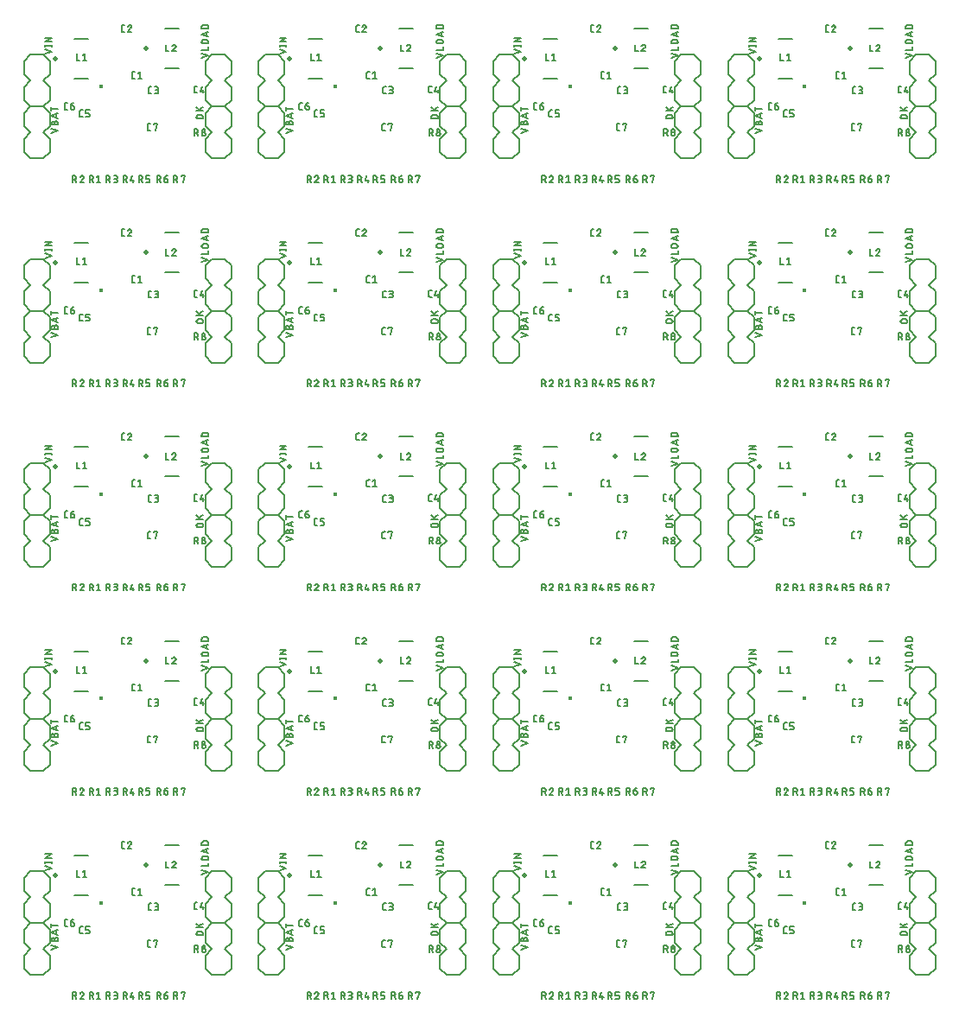
<source format=gto>
%MOIN*%
%OFA0B0*%
%FSLAX34Y34*%
%IPPOS*%
%LPD*%
%AMOC8*
5,1,8,0,0,$1,22.5*%
%AMOC80*
5,1,8,0,0,$1,22.5*%
%AMOC81*
5,1,8,0,0,$1,22.5*%
%AMOC80*
5,1,8,0,0,$1,22.5*%
%AMOC81*
5,1,8,0,0,$1,22.5*%
%AMOC80*
5,1,8,0,0,$1,22.5*%
%AMOC81*
5,1,8,0,0,$1,22.5*%
%AMOC80*
5,1,8,0,0,$1,22.5*%
%AMOC81*
5,1,8,0,0,$1,22.5*%
%AMOC80*
5,1,8,0,0,$1,22.5*%
%AMOC81*
5,1,8,0,0,$1,22.5*%
%AMOC80*
5,1,8,0,0,$1,22.5*%
%AMOC81*
5,1,8,0,0,$1,22.5*%
%AMOC80*
5,1,8,0,0,$1,22.5*%
%AMOC81*
5,1,8,0,0,$1,22.5*%
%AMOC80*
5,1,8,0,0,$1,22.5*%
%AMOC81*
5,1,8,0,0,$1,22.5*%
%AMOC80*
5,1,8,0,0,$1,22.5*%
%AMOC81*
5,1,8,0,0,$1,22.5*%
%AMOC80*
5,1,8,0,0,$1,22.5*%
%ADD10C,0.006000000000000001*%
%ADD11C,0.005*%
%ADD12C,0.02*%
%ADD13C,0.015748031496062995*%
%ADD14C,0.008*%
%ADD25C,0.006000000000000001*%
%ADD26C,0.005*%
%ADD27C,0.02*%
%ADD28C,0.015748031496062995*%
%ADD29C,0.008*%
%ADD30C,0.006000000000000001*%
%ADD31C,0.005*%
%ADD32C,0.02*%
%ADD33C,0.015748031496062995*%
%ADD34C,0.008*%
%ADD35C,0.006000000000000001*%
%ADD36C,0.005*%
%ADD37C,0.02*%
%ADD38C,0.015748031496062995*%
%ADD39C,0.008*%
%ADD40C,0.006000000000000001*%
%ADD41C,0.005*%
%ADD42C,0.02*%
%ADD43C,0.015748031496062995*%
%ADD44C,0.008*%
%ADD45C,0.006000000000000001*%
%ADD46C,0.005*%
%ADD47C,0.02*%
%ADD48C,0.015748031496062995*%
%ADD49C,0.008*%
%ADD50C,0.006000000000000001*%
%ADD51C,0.005*%
%ADD52C,0.02*%
%ADD53C,0.015748031496062995*%
%ADD54C,0.008*%
%ADD55C,0.006000000000000001*%
%ADD56C,0.005*%
%ADD57C,0.02*%
%ADD58C,0.015748031496062995*%
%ADD59C,0.008*%
%ADD60C,0.006000000000000001*%
%ADD61C,0.005*%
%ADD62C,0.02*%
%ADD63C,0.015748031496062995*%
%ADD64C,0.008*%
%ADD65C,0.006000000000000001*%
%ADD66C,0.005*%
%ADD67C,0.02*%
%ADD68C,0.015748031496062995*%
%ADD69C,0.008*%
%ADD70C,0.006000000000000001*%
%ADD71C,0.005*%
%ADD72C,0.02*%
%ADD73C,0.015748031496062995*%
%ADD74C,0.008*%
%ADD75C,0.006000000000000001*%
%ADD76C,0.005*%
%ADD77C,0.02*%
%ADD78C,0.015748031496062995*%
%ADD79C,0.008*%
%ADD80C,0.006000000000000001*%
%ADD81C,0.005*%
%ADD82C,0.02*%
%ADD83C,0.015748031496062995*%
%ADD84C,0.008*%
%ADD85C,0.006000000000000001*%
%ADD86C,0.005*%
%ADD87C,0.02*%
%ADD88C,0.015748031496062995*%
%ADD89C,0.008*%
%ADD90C,0.006000000000000001*%
%ADD91C,0.005*%
%ADD92C,0.02*%
%ADD93C,0.015748031496062995*%
%ADD94C,0.008*%
%ADD95C,0.006000000000000001*%
%ADD96C,0.005*%
%ADD97C,0.02*%
%ADD98C,0.015748031496062995*%
%ADD99C,0.008*%
%ADD100C,0.006000000000000001*%
%ADD101C,0.005*%
%ADD102C,0.02*%
%ADD103C,0.015748031496062995*%
%ADD104C,0.008*%
%ADD105C,0.006000000000000001*%
%ADD106C,0.005*%
%ADD107C,0.02*%
%ADD108C,0.015748031496062995*%
%ADD109C,0.008*%
%ADD110C,0.006000000000000001*%
%ADD111C,0.005*%
%ADD112C,0.02*%
%ADD113C,0.015748031496062995*%
%ADD114C,0.008*%
%ADD115C,0.006000000000000001*%
%ADD116C,0.005*%
%ADD117C,0.02*%
%ADD118C,0.015748031496062995*%
%ADD119C,0.008*%
G75*
G01G01*
D10*
X0000522Y0005923D02*
X0000782Y0006010D01*
X0000522Y0006097D01*
X0000522Y0006240D02*
X0000782Y0006240D01*
X0000782Y0006211D02*
X0000782Y0006269D01*
X0000522Y0006269D02*
X0000522Y0006211D01*
X0000522Y0006408D02*
X0000782Y0006408D01*
X0000782Y0006552D02*
X0000522Y0006408D01*
X0000522Y0006552D02*
X0000782Y0006552D01*
X0001032Y0002960D02*
X0000772Y0002873D01*
X0000772Y0003047D02*
X0001032Y0002960D01*
X0000888Y0003192D02*
X0000888Y0003265D01*
X0000888Y0003265D02*
X0000888Y0003268D01*
X0000888Y0003271D01*
X0000888Y0003275D01*
X0000889Y0003278D01*
X0000890Y0003281D01*
X0000890Y0003284D01*
X0000891Y0003288D01*
X0000893Y0003291D01*
X0000894Y0003294D01*
X0000895Y0003297D01*
X0000897Y0003300D01*
X0000899Y0003303D01*
X0000900Y0003305D01*
X0000902Y0003308D01*
X0000904Y0003311D01*
X0000907Y0003313D01*
X0000909Y0003316D01*
X0000911Y0003318D01*
X0000914Y0003320D01*
X0000916Y0003322D01*
X0000919Y0003324D01*
X0000922Y0003326D01*
X0000925Y0003328D01*
X0000928Y0003329D01*
X0000931Y0003331D01*
X0000934Y0003332D01*
X0000937Y0003333D01*
X0000940Y0003334D01*
X0000943Y0003335D01*
X0000947Y0003336D01*
X0000950Y0003336D01*
X0000953Y0003336D01*
X0000957Y0003337D01*
X0000960Y0003337D01*
X0000963Y0003337D01*
X0000967Y0003336D01*
X0000970Y0003336D01*
X0000973Y0003336D01*
X0000976Y0003335D01*
X0000980Y0003334D01*
X0000983Y0003333D01*
X0000986Y0003332D01*
X0000989Y0003331D01*
X0000992Y0003329D01*
X0000995Y0003328D01*
X0000998Y0003326D01*
X0001001Y0003324D01*
X0001003Y0003322D01*
X0001006Y0003320D01*
X0001009Y0003318D01*
X0001011Y0003316D01*
X0001013Y0003313D01*
X0001015Y0003311D01*
X0001018Y0003308D01*
X0001019Y0003305D01*
X0001021Y0003303D01*
X0001023Y0003300D01*
X0001025Y0003297D01*
X0001026Y0003294D01*
X0001027Y0003291D01*
X0001028Y0003288D01*
X0001029Y0003284D01*
X0001030Y0003281D01*
X0001031Y0003278D01*
X0001031Y0003275D01*
X0001032Y0003271D01*
X0001032Y0003268D01*
X0001032Y0003265D01*
X0001032Y0003192D01*
X0000772Y0003192D01*
X0000772Y0003265D01*
X0000772Y0003268D01*
X0000772Y0003271D01*
X0000773Y0003273D01*
X0000773Y0003276D01*
X0000774Y0003279D01*
X0000775Y0003282D01*
X0000776Y0003285D01*
X0000777Y0003288D01*
X0000778Y0003290D01*
X0000780Y0003293D01*
X0000781Y0003296D01*
X0000783Y0003298D01*
X0000785Y0003300D01*
X0000786Y0003303D01*
X0000789Y0003305D01*
X0000791Y0003307D01*
X0000793Y0003309D01*
X0000795Y0003311D01*
X0000798Y0003313D01*
X0000800Y0003314D01*
X0000803Y0003316D01*
X0000805Y0003317D01*
X0000808Y0003318D01*
X0000811Y0003319D01*
X0000814Y0003320D01*
X0000817Y0003321D01*
X0000820Y0003321D01*
X0000822Y0003322D01*
X0000825Y0003322D01*
X0000828Y0003322D01*
X0000831Y0003322D01*
X0000834Y0003322D01*
X0000837Y0003322D01*
X0000840Y0003321D01*
X0000843Y0003321D01*
X0000846Y0003320D01*
X0000849Y0003319D01*
X0000852Y0003318D01*
X0000854Y0003317D01*
X0000857Y0003316D01*
X0000860Y0003314D01*
X0000862Y0003313D01*
X0000865Y0003311D01*
X0000867Y0003309D01*
X0000869Y0003307D01*
X0000871Y0003305D01*
X0000873Y0003303D01*
X0000875Y0003300D01*
X0000877Y0003298D01*
X0000879Y0003296D01*
X0000880Y0003293D01*
X0000882Y0003290D01*
X0000883Y0003288D01*
X0000884Y0003285D01*
X0000885Y0003282D01*
X0000886Y0003279D01*
X0000886Y0003276D01*
X0000887Y0003273D01*
X0000887Y0003271D01*
X0000888Y0003268D01*
X0000888Y0003265D01*
X0001032Y0003449D02*
X0000772Y0003536D01*
X0001032Y0003623D01*
X0000967Y0003601D02*
X0000967Y0003471D01*
X0001032Y0003805D02*
X0000772Y0003805D01*
X0000772Y0003732D02*
X0000772Y0003877D01*
X0006572Y0005773D02*
X0006832Y0005860D01*
X0006572Y0005947D01*
X0006572Y0006086D02*
X0006832Y0006086D01*
X0006832Y0006202D01*
X0006760Y0006325D02*
X0006644Y0006325D01*
X0006641Y0006325D01*
X0006638Y0006326D01*
X0006634Y0006326D01*
X0006631Y0006326D01*
X0006628Y0006327D01*
X0006625Y0006328D01*
X0006621Y0006329D01*
X0006618Y0006330D01*
X0006615Y0006331D01*
X0006612Y0006333D01*
X0006609Y0006334D01*
X0006606Y0006336D01*
X0006604Y0006338D01*
X0006601Y0006340D01*
X0006598Y0006342D01*
X0006596Y0006344D01*
X0006593Y0006346D01*
X0006591Y0006349D01*
X0006589Y0006351D01*
X0006587Y0006354D01*
X0006585Y0006357D01*
X0006583Y0006359D01*
X0006581Y0006362D01*
X0006580Y0006365D01*
X0006578Y0006368D01*
X0006577Y0006371D01*
X0006576Y0006375D01*
X0006575Y0006378D01*
X0006574Y0006381D01*
X0006573Y0006384D01*
X0006573Y0006387D01*
X0006572Y0006391D01*
X0006572Y0006394D01*
X0006572Y0006397D01*
X0006572Y0006401D01*
X0006572Y0006404D01*
X0006573Y0006407D01*
X0006573Y0006411D01*
X0006574Y0006414D01*
X0006575Y0006417D01*
X0006576Y0006420D01*
X0006577Y0006424D01*
X0006578Y0006427D01*
X0006580Y0006430D01*
X0006581Y0006433D01*
X0006583Y0006435D01*
X0006585Y0006438D01*
X0006587Y0006441D01*
X0006589Y0006444D01*
X0006591Y0006446D01*
X0006593Y0006448D01*
X0006596Y0006451D01*
X0006598Y0006453D01*
X0006601Y0006455D01*
X0006604Y0006457D01*
X0006606Y0006459D01*
X0006609Y0006461D01*
X0006612Y0006462D01*
X0006615Y0006463D01*
X0006618Y0006465D01*
X0006621Y0006466D01*
X0006625Y0006467D01*
X0006628Y0006468D01*
X0006631Y0006468D01*
X0006634Y0006469D01*
X0006638Y0006469D01*
X0006641Y0006470D01*
X0006644Y0006470D01*
X0006644Y0006470D02*
X0006760Y0006470D01*
X0006760Y0006470D02*
X0006763Y0006470D01*
X0006767Y0006469D01*
X0006770Y0006469D01*
X0006773Y0006468D01*
X0006776Y0006468D01*
X0006780Y0006467D01*
X0006783Y0006466D01*
X0006786Y0006465D01*
X0006789Y0006463D01*
X0006792Y0006462D01*
X0006795Y0006461D01*
X0006798Y0006459D01*
X0006801Y0006457D01*
X0006803Y0006455D01*
X0006806Y0006453D01*
X0006809Y0006451D01*
X0006811Y0006448D01*
X0006813Y0006446D01*
X0006815Y0006444D01*
X0006817Y0006441D01*
X0006819Y0006438D01*
X0006821Y0006435D01*
X0006823Y0006433D01*
X0006825Y0006430D01*
X0006826Y0006427D01*
X0006827Y0006424D01*
X0006828Y0006420D01*
X0006829Y0006417D01*
X0006830Y0006414D01*
X0006831Y0006411D01*
X0006831Y0006407D01*
X0006832Y0006404D01*
X0006832Y0006401D01*
X0006832Y0006397D01*
X0006832Y0006394D01*
X0006832Y0006391D01*
X0006831Y0006387D01*
X0006831Y0006384D01*
X0006830Y0006381D01*
X0006829Y0006378D01*
X0006828Y0006375D01*
X0006827Y0006371D01*
X0006826Y0006368D01*
X0006825Y0006365D01*
X0006823Y0006362D01*
X0006821Y0006359D01*
X0006819Y0006357D01*
X0006817Y0006354D01*
X0006815Y0006351D01*
X0006813Y0006349D01*
X0006811Y0006346D01*
X0006809Y0006344D01*
X0006806Y0006342D01*
X0006803Y0006340D01*
X0006801Y0006338D01*
X0006798Y0006336D01*
X0006795Y0006334D01*
X0006792Y0006333D01*
X0006789Y0006331D01*
X0006786Y0006330D01*
X0006783Y0006329D01*
X0006780Y0006328D01*
X0006776Y0006327D01*
X0006773Y0006326D01*
X0006770Y0006326D01*
X0006767Y0006326D01*
X0006763Y0006325D01*
X0006760Y0006325D01*
X0006832Y0006599D02*
X0006572Y0006685D01*
X0006832Y0006772D01*
X0006767Y0006750D02*
X0006767Y0006620D01*
X0006832Y0006911D02*
X0006572Y0006911D01*
X0006572Y0006983D01*
X0006572Y0006986D01*
X0006572Y0006990D01*
X0006573Y0006993D01*
X0006573Y0006996D01*
X0006574Y0007000D01*
X0006575Y0007003D01*
X0006576Y0007006D01*
X0006577Y0007009D01*
X0006578Y0007012D01*
X0006580Y0007015D01*
X0006581Y0007018D01*
X0006583Y0007021D01*
X0006585Y0007024D01*
X0006587Y0007027D01*
X0006589Y0007029D01*
X0006591Y0007032D01*
X0006593Y0007034D01*
X0006596Y0007036D01*
X0006598Y0007039D01*
X0006601Y0007041D01*
X0006604Y0007043D01*
X0006606Y0007044D01*
X0006609Y0007046D01*
X0006612Y0007048D01*
X0006615Y0007049D01*
X0006618Y0007050D01*
X0006621Y0007052D01*
X0006625Y0007053D01*
X0006628Y0007053D01*
X0006631Y0007054D01*
X0006634Y0007055D01*
X0006638Y0007055D01*
X0006641Y0007055D01*
X0006644Y0007055D01*
X0006760Y0007055D01*
X0006763Y0007055D01*
X0006767Y0007055D01*
X0006770Y0007055D01*
X0006773Y0007054D01*
X0006776Y0007053D01*
X0006780Y0007053D01*
X0006783Y0007052D01*
X0006786Y0007050D01*
X0006789Y0007049D01*
X0006792Y0007048D01*
X0006795Y0007046D01*
X0006798Y0007044D01*
X0006801Y0007043D01*
X0006803Y0007041D01*
X0006806Y0007039D01*
X0006809Y0007036D01*
X0006811Y0007034D01*
X0006813Y0007032D01*
X0006815Y0007029D01*
X0006817Y0007027D01*
X0006819Y0007024D01*
X0006821Y0007021D01*
X0006823Y0007018D01*
X0006825Y0007015D01*
X0006826Y0007012D01*
X0006827Y0007009D01*
X0006828Y0007006D01*
X0006829Y0007003D01*
X0006830Y0007000D01*
X0006831Y0006996D01*
X0006831Y0006993D01*
X0006832Y0006990D01*
X0006832Y0006986D01*
X0006832Y0006983D01*
X0006832Y0006911D01*
X0006560Y0003423D02*
X0006444Y0003423D01*
X0006441Y0003423D01*
X0006438Y0003423D01*
X0006434Y0003424D01*
X0006431Y0003424D01*
X0006428Y0003425D01*
X0006425Y0003426D01*
X0006421Y0003427D01*
X0006418Y0003428D01*
X0006415Y0003429D01*
X0006412Y0003431D01*
X0006409Y0003432D01*
X0006406Y0003434D01*
X0006404Y0003436D01*
X0006401Y0003438D01*
X0006398Y0003440D01*
X0006396Y0003442D01*
X0006393Y0003444D01*
X0006391Y0003447D01*
X0006389Y0003449D01*
X0006387Y0003452D01*
X0006385Y0003455D01*
X0006383Y0003457D01*
X0006381Y0003460D01*
X0006380Y0003463D01*
X0006378Y0003466D01*
X0006377Y0003469D01*
X0006376Y0003472D01*
X0006375Y0003476D01*
X0006374Y0003479D01*
X0006373Y0003482D01*
X0006373Y0003485D01*
X0006372Y0003489D01*
X0006372Y0003492D01*
X0006372Y0003495D01*
X0006372Y0003499D01*
X0006372Y0003502D01*
X0006373Y0003505D01*
X0006373Y0003509D01*
X0006374Y0003512D01*
X0006375Y0003515D01*
X0006376Y0003518D01*
X0006377Y0003522D01*
X0006378Y0003525D01*
X0006380Y0003528D01*
X0006381Y0003531D01*
X0006383Y0003533D01*
X0006385Y0003536D01*
X0006387Y0003539D01*
X0006389Y0003542D01*
X0006391Y0003544D01*
X0006393Y0003546D01*
X0006396Y0003549D01*
X0006398Y0003551D01*
X0006401Y0003553D01*
X0006404Y0003555D01*
X0006406Y0003557D01*
X0006409Y0003558D01*
X0006412Y0003560D01*
X0006415Y0003561D01*
X0006418Y0003563D01*
X0006421Y0003564D01*
X0006425Y0003565D01*
X0006428Y0003566D01*
X0006431Y0003566D01*
X0006434Y0003567D01*
X0006438Y0003567D01*
X0006441Y0003568D01*
X0006444Y0003568D01*
X0006444Y0003568D02*
X0006560Y0003568D01*
X0006560Y0003568D02*
X0006563Y0003568D01*
X0006567Y0003567D01*
X0006570Y0003567D01*
X0006573Y0003566D01*
X0006576Y0003566D01*
X0006580Y0003565D01*
X0006583Y0003564D01*
X0006586Y0003563D01*
X0006589Y0003561D01*
X0006592Y0003560D01*
X0006595Y0003558D01*
X0006598Y0003557D01*
X0006601Y0003555D01*
X0006603Y0003553D01*
X0006606Y0003551D01*
X0006609Y0003549D01*
X0006611Y0003546D01*
X0006613Y0003544D01*
X0006615Y0003542D01*
X0006618Y0003539D01*
X0006619Y0003536D01*
X0006621Y0003533D01*
X0006623Y0003531D01*
X0006625Y0003528D01*
X0006626Y0003525D01*
X0006627Y0003522D01*
X0006628Y0003518D01*
X0006629Y0003515D01*
X0006630Y0003512D01*
X0006631Y0003509D01*
X0006631Y0003505D01*
X0006632Y0003502D01*
X0006632Y0003499D01*
X0006632Y0003495D01*
X0006632Y0003492D01*
X0006632Y0003489D01*
X0006631Y0003485D01*
X0006631Y0003482D01*
X0006630Y0003479D01*
X0006629Y0003476D01*
X0006628Y0003472D01*
X0006627Y0003469D01*
X0006626Y0003466D01*
X0006625Y0003463D01*
X0006623Y0003460D01*
X0006621Y0003457D01*
X0006619Y0003455D01*
X0006618Y0003452D01*
X0006615Y0003449D01*
X0006613Y0003447D01*
X0006611Y0003444D01*
X0006609Y0003442D01*
X0006606Y0003440D01*
X0006603Y0003438D01*
X0006601Y0003436D01*
X0006598Y0003434D01*
X0006595Y0003432D01*
X0006592Y0003431D01*
X0006589Y0003429D01*
X0006586Y0003428D01*
X0006583Y0003427D01*
X0006580Y0003426D01*
X0006576Y0003425D01*
X0006573Y0003424D01*
X0006570Y0003424D01*
X0006567Y0003423D01*
X0006563Y0003423D01*
X0006560Y0003423D01*
X0006632Y0003728D02*
X0006372Y0003728D01*
X0006372Y0003872D02*
X0006531Y0003728D01*
X0006473Y0003786D02*
X0006632Y0003872D01*
X0001742Y0005673D02*
X0001742Y0005933D01*
X0001742Y0005673D02*
X0001858Y0005673D01*
X0001981Y0005875D02*
X0002053Y0005933D01*
X0002053Y0005673D01*
X0001981Y0005673D02*
X0002126Y0005673D01*
X0005192Y0006023D02*
X0005192Y0006283D01*
X0005192Y0006023D02*
X0005308Y0006023D01*
X0005511Y0006283D02*
X0005514Y0006283D01*
X0005517Y0006283D01*
X0005520Y0006283D01*
X0005523Y0006282D01*
X0005526Y0006281D01*
X0005529Y0006281D01*
X0005532Y0006280D01*
X0005535Y0006279D01*
X0005538Y0006277D01*
X0005540Y0006276D01*
X0005543Y0006275D01*
X0005546Y0006273D01*
X0005548Y0006271D01*
X0005551Y0006269D01*
X0005553Y0006267D01*
X0005555Y0006265D01*
X0005558Y0006263D01*
X0005560Y0006261D01*
X0005562Y0006258D01*
X0005564Y0006256D01*
X0005565Y0006253D01*
X0005567Y0006251D01*
X0005568Y0006248D01*
X0005570Y0006245D01*
X0005571Y0006242D01*
X0005572Y0006239D01*
X0005573Y0006237D01*
X0005574Y0006234D01*
X0005574Y0006230D01*
X0005575Y0006227D01*
X0005575Y0006224D01*
X0005576Y0006221D01*
X0005576Y0006218D01*
X0005511Y0006283D02*
X0005507Y0006283D01*
X0005504Y0006283D01*
X0005500Y0006283D01*
X0005497Y0006282D01*
X0005493Y0006281D01*
X0005490Y0006281D01*
X0005486Y0006280D01*
X0005483Y0006279D01*
X0005480Y0006277D01*
X0005477Y0006276D01*
X0005473Y0006274D01*
X0005470Y0006273D01*
X0005467Y0006271D01*
X0005464Y0006269D01*
X0005461Y0006267D01*
X0005459Y0006265D01*
X0005456Y0006263D01*
X0005453Y0006261D01*
X0005451Y0006258D01*
X0005449Y0006256D01*
X0005446Y0006253D01*
X0005444Y0006250D01*
X0005442Y0006247D01*
X0005440Y0006244D01*
X0005438Y0006241D01*
X0005437Y0006238D01*
X0005435Y0006235D01*
X0005434Y0006232D01*
X0005432Y0006229D01*
X0005431Y0006225D01*
X0005554Y0006168D02*
X0005556Y0006170D01*
X0005558Y0006172D01*
X0005560Y0006175D01*
X0005562Y0006177D01*
X0005564Y0006180D01*
X0005566Y0006182D01*
X0005567Y0006185D01*
X0005569Y0006188D01*
X0005570Y0006191D01*
X0005571Y0006194D01*
X0005572Y0006197D01*
X0005573Y0006200D01*
X0005574Y0006203D01*
X0005574Y0006206D01*
X0005575Y0006209D01*
X0005575Y0006212D01*
X0005575Y0006215D01*
X0005576Y0006218D01*
X0005554Y0006168D02*
X0005431Y0006023D01*
X0005576Y0006023D01*
X0003993Y0004979D02*
X0003935Y0004979D01*
X0003932Y0004979D01*
X0003929Y0004979D01*
X0003926Y0004980D01*
X0003923Y0004980D01*
X0003920Y0004981D01*
X0003918Y0004982D01*
X0003915Y0004983D01*
X0003912Y0004984D01*
X0003910Y0004985D01*
X0003907Y0004986D01*
X0003904Y0004988D01*
X0003902Y0004989D01*
X0003900Y0004991D01*
X0003897Y0004993D01*
X0003895Y0004995D01*
X0003893Y0004997D01*
X0003891Y0004999D01*
X0003889Y0005002D01*
X0003887Y0005004D01*
X0003886Y0005006D01*
X0003884Y0005009D01*
X0003883Y0005011D01*
X0003882Y0005014D01*
X0003881Y0005017D01*
X0003880Y0005020D01*
X0003879Y0005022D01*
X0003878Y0005025D01*
X0003878Y0005028D01*
X0003877Y0005031D01*
X0003877Y0005034D01*
X0003877Y0005037D01*
X0003877Y0005181D01*
X0003877Y0005184D01*
X0003877Y0005187D01*
X0003878Y0005190D01*
X0003878Y0005193D01*
X0003879Y0005196D01*
X0003880Y0005199D01*
X0003881Y0005201D01*
X0003882Y0005204D01*
X0003883Y0005207D01*
X0003884Y0005209D01*
X0003886Y0005212D01*
X0003887Y0005214D01*
X0003889Y0005217D01*
X0003891Y0005219D01*
X0003893Y0005221D01*
X0003895Y0005223D01*
X0003897Y0005225D01*
X0003900Y0005227D01*
X0003902Y0005229D01*
X0003904Y0005230D01*
X0003907Y0005232D01*
X0003909Y0005233D01*
X0003912Y0005234D01*
X0003915Y0005236D01*
X0003918Y0005236D01*
X0003920Y0005237D01*
X0003923Y0005238D01*
X0003926Y0005238D01*
X0003929Y0005239D01*
X0003932Y0005239D01*
X0003935Y0005239D01*
X0003993Y0005239D01*
X0004119Y0005181D02*
X0004191Y0005239D01*
X0004191Y0004979D01*
X0004119Y0004979D02*
X0004263Y0004979D01*
X0003593Y0006779D02*
X0003535Y0006779D01*
X0003532Y0006779D01*
X0003529Y0006779D01*
X0003526Y0006780D01*
X0003523Y0006780D01*
X0003520Y0006781D01*
X0003518Y0006782D01*
X0003515Y0006783D01*
X0003512Y0006784D01*
X0003510Y0006785D01*
X0003507Y0006786D01*
X0003504Y0006788D01*
X0003502Y0006789D01*
X0003500Y0006791D01*
X0003497Y0006793D01*
X0003495Y0006795D01*
X0003493Y0006797D01*
X0003491Y0006799D01*
X0003489Y0006802D01*
X0003487Y0006804D01*
X0003486Y0006806D01*
X0003484Y0006809D01*
X0003483Y0006811D01*
X0003482Y0006814D01*
X0003481Y0006817D01*
X0003480Y0006820D01*
X0003479Y0006822D01*
X0003478Y0006825D01*
X0003478Y0006828D01*
X0003477Y0006831D01*
X0003477Y0006834D01*
X0003477Y0006837D01*
X0003477Y0006981D01*
X0003477Y0006984D01*
X0003477Y0006987D01*
X0003478Y0006990D01*
X0003478Y0006993D01*
X0003479Y0006996D01*
X0003480Y0006999D01*
X0003481Y0007001D01*
X0003482Y0007004D01*
X0003483Y0007007D01*
X0003484Y0007009D01*
X0003486Y0007012D01*
X0003487Y0007014D01*
X0003489Y0007017D01*
X0003491Y0007019D01*
X0003493Y0007021D01*
X0003495Y0007023D01*
X0003497Y0007025D01*
X0003500Y0007027D01*
X0003502Y0007029D01*
X0003504Y0007030D01*
X0003507Y0007032D01*
X0003509Y0007033D01*
X0003512Y0007034D01*
X0003515Y0007036D01*
X0003518Y0007036D01*
X0003520Y0007037D01*
X0003523Y0007038D01*
X0003526Y0007038D01*
X0003529Y0007039D01*
X0003532Y0007039D01*
X0003535Y0007039D01*
X0003593Y0007039D01*
X0003798Y0007039D02*
X0003801Y0007039D01*
X0003804Y0007039D01*
X0003807Y0007038D01*
X0003810Y0007038D01*
X0003813Y0007037D01*
X0003816Y0007036D01*
X0003819Y0007036D01*
X0003822Y0007034D01*
X0003825Y0007033D01*
X0003828Y0007032D01*
X0003830Y0007030D01*
X0003833Y0007029D01*
X0003836Y0007027D01*
X0003838Y0007025D01*
X0003841Y0007023D01*
X0003843Y0007021D01*
X0003845Y0007019D01*
X0003847Y0007017D01*
X0003849Y0007014D01*
X0003851Y0007012D01*
X0003853Y0007009D01*
X0003854Y0007007D01*
X0003856Y0007004D01*
X0003857Y0007001D01*
X0003858Y0006998D01*
X0003859Y0006995D01*
X0003860Y0006992D01*
X0003861Y0006989D01*
X0003862Y0006986D01*
X0003862Y0006983D01*
X0003863Y0006980D01*
X0003863Y0006977D01*
X0003863Y0006974D01*
X0003798Y0007039D02*
X0003794Y0007039D01*
X0003791Y0007039D01*
X0003787Y0007038D01*
X0003784Y0007038D01*
X0003781Y0007037D01*
X0003777Y0007036D01*
X0003774Y0007036D01*
X0003770Y0007034D01*
X0003767Y0007033D01*
X0003764Y0007032D01*
X0003761Y0007030D01*
X0003758Y0007029D01*
X0003755Y0007027D01*
X0003752Y0007025D01*
X0003749Y0007023D01*
X0003746Y0007021D01*
X0003743Y0007019D01*
X0003741Y0007016D01*
X0003738Y0007014D01*
X0003736Y0007011D01*
X0003734Y0007009D01*
X0003731Y0007006D01*
X0003729Y0007003D01*
X0003727Y0007000D01*
X0003726Y0006997D01*
X0003724Y0006994D01*
X0003722Y0006991D01*
X0003721Y0006988D01*
X0003720Y0006985D01*
X0003719Y0006981D01*
X0003841Y0006924D02*
X0003844Y0006926D01*
X0003846Y0006928D01*
X0003848Y0006930D01*
X0003850Y0006933D01*
X0003851Y0006936D01*
X0003853Y0006938D01*
X0003855Y0006941D01*
X0003856Y0006944D01*
X0003857Y0006947D01*
X0003858Y0006949D01*
X0003860Y0006952D01*
X0003860Y0006955D01*
X0003861Y0006959D01*
X0003862Y0006962D01*
X0003862Y0006965D01*
X0003863Y0006968D01*
X0003863Y0006971D01*
X0003863Y0006974D01*
X0003841Y0006924D02*
X0003719Y0006779D01*
X0003863Y0006779D01*
X0004569Y0004397D02*
X0004627Y0004397D01*
X0004569Y0004397D02*
X0004566Y0004397D01*
X0004563Y0004398D01*
X0004560Y0004398D01*
X0004557Y0004398D01*
X0004554Y0004399D01*
X0004552Y0004400D01*
X0004549Y0004401D01*
X0004546Y0004402D01*
X0004544Y0004403D01*
X0004541Y0004405D01*
X0004538Y0004406D01*
X0004536Y0004408D01*
X0004534Y0004409D01*
X0004531Y0004411D01*
X0004529Y0004413D01*
X0004527Y0004415D01*
X0004525Y0004417D01*
X0004523Y0004420D01*
X0004522Y0004422D01*
X0004520Y0004425D01*
X0004518Y0004427D01*
X0004517Y0004430D01*
X0004516Y0004432D01*
X0004515Y0004435D01*
X0004514Y0004438D01*
X0004513Y0004441D01*
X0004512Y0004443D01*
X0004512Y0004446D01*
X0004512Y0004449D01*
X0004511Y0004452D01*
X0004511Y0004455D01*
X0004511Y0004455D02*
X0004511Y0004600D01*
X0004511Y0004600D02*
X0004511Y0004602D01*
X0004512Y0004605D01*
X0004512Y0004608D01*
X0004512Y0004611D01*
X0004513Y0004614D01*
X0004514Y0004617D01*
X0004515Y0004620D01*
X0004516Y0004622D01*
X0004517Y0004625D01*
X0004518Y0004628D01*
X0004520Y0004630D01*
X0004522Y0004632D01*
X0004523Y0004635D01*
X0004525Y0004637D01*
X0004527Y0004639D01*
X0004529Y0004641D01*
X0004531Y0004643D01*
X0004534Y0004645D01*
X0004536Y0004647D01*
X0004538Y0004649D01*
X0004541Y0004650D01*
X0004544Y0004651D01*
X0004546Y0004653D01*
X0004549Y0004654D01*
X0004552Y0004655D01*
X0004554Y0004655D01*
X0004557Y0004656D01*
X0004560Y0004657D01*
X0004563Y0004657D01*
X0004566Y0004657D01*
X0004569Y0004657D01*
X0004627Y0004657D01*
X0004753Y0004397D02*
X0004825Y0004397D01*
X0004828Y0004397D01*
X0004832Y0004398D01*
X0004835Y0004398D01*
X0004838Y0004399D01*
X0004841Y0004399D01*
X0004845Y0004400D01*
X0004848Y0004401D01*
X0004851Y0004402D01*
X0004854Y0004403D01*
X0004857Y0004405D01*
X0004860Y0004406D01*
X0004863Y0004408D01*
X0004866Y0004410D01*
X0004868Y0004412D01*
X0004871Y0004414D01*
X0004874Y0004416D01*
X0004876Y0004418D01*
X0004878Y0004421D01*
X0004880Y0004423D01*
X0004882Y0004426D01*
X0004884Y0004429D01*
X0004886Y0004432D01*
X0004888Y0004434D01*
X0004890Y0004437D01*
X0004891Y0004440D01*
X0004892Y0004443D01*
X0004893Y0004447D01*
X0004894Y0004450D01*
X0004895Y0004453D01*
X0004896Y0004456D01*
X0004896Y0004460D01*
X0004897Y0004463D01*
X0004897Y0004466D01*
X0004897Y0004470D01*
X0004897Y0004473D01*
X0004897Y0004476D01*
X0004896Y0004479D01*
X0004896Y0004483D01*
X0004895Y0004486D01*
X0004894Y0004489D01*
X0004893Y0004492D01*
X0004892Y0004496D01*
X0004891Y0004499D01*
X0004890Y0004502D01*
X0004888Y0004505D01*
X0004886Y0004507D01*
X0004884Y0004510D01*
X0004882Y0004513D01*
X0004880Y0004516D01*
X0004878Y0004518D01*
X0004876Y0004521D01*
X0004874Y0004523D01*
X0004871Y0004525D01*
X0004868Y0004527D01*
X0004866Y0004529D01*
X0004863Y0004531D01*
X0004860Y0004533D01*
X0004857Y0004534D01*
X0004854Y0004536D01*
X0004851Y0004537D01*
X0004848Y0004538D01*
X0004845Y0004539D01*
X0004841Y0004540D01*
X0004838Y0004540D01*
X0004835Y0004541D01*
X0004832Y0004541D01*
X0004828Y0004542D01*
X0004825Y0004542D01*
X0004839Y0004657D02*
X0004753Y0004657D01*
X0004839Y0004657D02*
X0004842Y0004657D01*
X0004845Y0004657D01*
X0004848Y0004657D01*
X0004851Y0004656D01*
X0004854Y0004655D01*
X0004857Y0004655D01*
X0004860Y0004654D01*
X0004862Y0004652D01*
X0004865Y0004651D01*
X0004868Y0004650D01*
X0004870Y0004648D01*
X0004873Y0004647D01*
X0004875Y0004645D01*
X0004877Y0004643D01*
X0004880Y0004641D01*
X0004882Y0004639D01*
X0004884Y0004637D01*
X0004885Y0004634D01*
X0004887Y0004632D01*
X0004889Y0004629D01*
X0004890Y0004627D01*
X0004892Y0004624D01*
X0004893Y0004621D01*
X0004894Y0004618D01*
X0004895Y0004616D01*
X0004896Y0004613D01*
X0004896Y0004610D01*
X0004897Y0004607D01*
X0004897Y0004604D01*
X0004897Y0004601D01*
X0004897Y0004598D01*
X0004897Y0004595D01*
X0004897Y0004592D01*
X0004896Y0004589D01*
X0004896Y0004586D01*
X0004895Y0004583D01*
X0004894Y0004581D01*
X0004893Y0004578D01*
X0004892Y0004575D01*
X0004890Y0004572D01*
X0004889Y0004570D01*
X0004887Y0004567D01*
X0004885Y0004565D01*
X0004884Y0004562D01*
X0004882Y0004560D01*
X0004880Y0004558D01*
X0004877Y0004556D01*
X0004875Y0004554D01*
X0004873Y0004552D01*
X0004870Y0004551D01*
X0004868Y0004549D01*
X0004865Y0004548D01*
X0004862Y0004547D01*
X0004860Y0004545D01*
X0004857Y0004544D01*
X0004854Y0004544D01*
X0004851Y0004543D01*
X0004848Y0004542D01*
X0004845Y0004542D01*
X0004842Y0004542D01*
X0004839Y0004542D01*
X0004839Y0004542D02*
X0004782Y0004542D01*
X0006335Y0004429D02*
X0006393Y0004429D01*
X0006335Y0004429D02*
X0006332Y0004429D01*
X0006329Y0004429D01*
X0006326Y0004430D01*
X0006323Y0004430D01*
X0006320Y0004431D01*
X0006318Y0004432D01*
X0006315Y0004433D01*
X0006312Y0004434D01*
X0006310Y0004435D01*
X0006307Y0004436D01*
X0006304Y0004438D01*
X0006302Y0004439D01*
X0006300Y0004441D01*
X0006297Y0004443D01*
X0006295Y0004445D01*
X0006293Y0004447D01*
X0006291Y0004449D01*
X0006289Y0004452D01*
X0006287Y0004454D01*
X0006286Y0004456D01*
X0006284Y0004459D01*
X0006283Y0004461D01*
X0006282Y0004464D01*
X0006281Y0004467D01*
X0006280Y0004470D01*
X0006279Y0004472D01*
X0006278Y0004475D01*
X0006278Y0004478D01*
X0006277Y0004481D01*
X0006277Y0004484D01*
X0006277Y0004487D01*
X0006277Y0004631D01*
X0006277Y0004634D01*
X0006277Y0004637D01*
X0006278Y0004640D01*
X0006278Y0004643D01*
X0006279Y0004646D01*
X0006280Y0004649D01*
X0006281Y0004651D01*
X0006282Y0004654D01*
X0006283Y0004657D01*
X0006284Y0004659D01*
X0006286Y0004662D01*
X0006287Y0004664D01*
X0006289Y0004667D01*
X0006291Y0004669D01*
X0006293Y0004671D01*
X0006295Y0004673D01*
X0006297Y0004675D01*
X0006300Y0004677D01*
X0006302Y0004679D01*
X0006304Y0004680D01*
X0006307Y0004682D01*
X0006309Y0004683D01*
X0006312Y0004684D01*
X0006315Y0004686D01*
X0006318Y0004686D01*
X0006320Y0004687D01*
X0006323Y0004688D01*
X0006326Y0004688D01*
X0006329Y0004689D01*
X0006332Y0004689D01*
X0006335Y0004689D01*
X0006393Y0004689D01*
X0006576Y0004689D02*
X0006519Y0004487D01*
X0006663Y0004487D01*
X0006620Y0004545D02*
X0006620Y0004429D01*
X0001977Y0003497D02*
X0001919Y0003497D01*
X0001916Y0003497D01*
X0001913Y0003498D01*
X0001910Y0003498D01*
X0001907Y0003498D01*
X0001905Y0003499D01*
X0001902Y0003500D01*
X0001899Y0003501D01*
X0001896Y0003502D01*
X0001894Y0003503D01*
X0001891Y0003505D01*
X0001888Y0003506D01*
X0001886Y0003508D01*
X0001884Y0003509D01*
X0001881Y0003511D01*
X0001879Y0003513D01*
X0001877Y0003515D01*
X0001875Y0003517D01*
X0001873Y0003520D01*
X0001872Y0003522D01*
X0001870Y0003525D01*
X0001868Y0003527D01*
X0001867Y0003530D01*
X0001866Y0003532D01*
X0001865Y0003535D01*
X0001864Y0003538D01*
X0001863Y0003541D01*
X0001862Y0003543D01*
X0001862Y0003546D01*
X0001862Y0003549D01*
X0001861Y0003552D01*
X0001861Y0003555D01*
X0001861Y0003555D02*
X0001861Y0003700D01*
X0001861Y0003700D02*
X0001861Y0003702D01*
X0001862Y0003705D01*
X0001862Y0003708D01*
X0001862Y0003711D01*
X0001863Y0003714D01*
X0001864Y0003717D01*
X0001865Y0003720D01*
X0001866Y0003722D01*
X0001867Y0003725D01*
X0001868Y0003728D01*
X0001870Y0003730D01*
X0001872Y0003733D01*
X0001873Y0003735D01*
X0001875Y0003737D01*
X0001877Y0003739D01*
X0001879Y0003741D01*
X0001881Y0003743D01*
X0001884Y0003745D01*
X0001886Y0003747D01*
X0001888Y0003749D01*
X0001891Y0003750D01*
X0001894Y0003751D01*
X0001896Y0003753D01*
X0001899Y0003754D01*
X0001902Y0003755D01*
X0001905Y0003755D01*
X0001907Y0003756D01*
X0001910Y0003757D01*
X0001913Y0003757D01*
X0001916Y0003757D01*
X0001919Y0003757D01*
X0001977Y0003757D01*
X0002103Y0003497D02*
X0002189Y0003497D01*
X0002192Y0003497D01*
X0002195Y0003498D01*
X0002198Y0003498D01*
X0002201Y0003498D01*
X0002204Y0003499D01*
X0002207Y0003500D01*
X0002209Y0003501D01*
X0002212Y0003502D01*
X0002215Y0003503D01*
X0002217Y0003505D01*
X0002220Y0003506D01*
X0002222Y0003508D01*
X0002225Y0003509D01*
X0002227Y0003511D01*
X0002229Y0003513D01*
X0002231Y0003515D01*
X0002233Y0003517D01*
X0002235Y0003520D01*
X0002237Y0003522D01*
X0002238Y0003525D01*
X0002240Y0003527D01*
X0002241Y0003530D01*
X0002242Y0003532D01*
X0002243Y0003535D01*
X0002244Y0003538D01*
X0002245Y0003541D01*
X0002246Y0003543D01*
X0002246Y0003546D01*
X0002247Y0003549D01*
X0002247Y0003552D01*
X0002247Y0003555D01*
X0002247Y0003584D01*
X0002247Y0003587D01*
X0002247Y0003590D01*
X0002246Y0003593D01*
X0002246Y0003596D01*
X0002245Y0003598D01*
X0002244Y0003601D01*
X0002243Y0003604D01*
X0002242Y0003607D01*
X0002241Y0003609D01*
X0002240Y0003612D01*
X0002238Y0003615D01*
X0002237Y0003617D01*
X0002235Y0003619D01*
X0002233Y0003622D01*
X0002231Y0003624D01*
X0002229Y0003626D01*
X0002227Y0003628D01*
X0002225Y0003630D01*
X0002222Y0003631D01*
X0002220Y0003633D01*
X0002217Y0003635D01*
X0002215Y0003636D01*
X0002212Y0003637D01*
X0002209Y0003638D01*
X0002207Y0003639D01*
X0002204Y0003640D01*
X0002201Y0003641D01*
X0002198Y0003641D01*
X0002195Y0003641D01*
X0002192Y0003642D01*
X0002189Y0003642D01*
X0002103Y0003642D01*
X0002103Y0003757D01*
X0002247Y0003757D01*
X0001393Y0003779D02*
X0001335Y0003779D01*
X0001332Y0003779D01*
X0001329Y0003779D01*
X0001326Y0003780D01*
X0001323Y0003780D01*
X0001320Y0003781D01*
X0001318Y0003782D01*
X0001315Y0003783D01*
X0001312Y0003784D01*
X0001310Y0003785D01*
X0001307Y0003786D01*
X0001304Y0003788D01*
X0001302Y0003789D01*
X0001300Y0003791D01*
X0001297Y0003793D01*
X0001295Y0003795D01*
X0001293Y0003797D01*
X0001291Y0003799D01*
X0001289Y0003802D01*
X0001287Y0003804D01*
X0001286Y0003806D01*
X0001284Y0003809D01*
X0001283Y0003811D01*
X0001282Y0003814D01*
X0001281Y0003817D01*
X0001280Y0003820D01*
X0001279Y0003822D01*
X0001278Y0003825D01*
X0001278Y0003828D01*
X0001277Y0003831D01*
X0001277Y0003834D01*
X0001277Y0003837D01*
X0001277Y0003981D01*
X0001277Y0003984D01*
X0001277Y0003987D01*
X0001278Y0003990D01*
X0001278Y0003993D01*
X0001279Y0003996D01*
X0001280Y0003999D01*
X0001281Y0004001D01*
X0001282Y0004004D01*
X0001283Y0004007D01*
X0001284Y0004009D01*
X0001286Y0004012D01*
X0001287Y0004014D01*
X0001289Y0004017D01*
X0001291Y0004019D01*
X0001293Y0004021D01*
X0001295Y0004023D01*
X0001297Y0004025D01*
X0001300Y0004027D01*
X0001302Y0004029D01*
X0001304Y0004030D01*
X0001307Y0004032D01*
X0001309Y0004033D01*
X0001312Y0004034D01*
X0001315Y0004036D01*
X0001318Y0004036D01*
X0001320Y0004037D01*
X0001323Y0004038D01*
X0001326Y0004038D01*
X0001329Y0004039D01*
X0001332Y0004039D01*
X0001335Y0004039D01*
X0001393Y0004039D01*
X0001519Y0003924D02*
X0001605Y0003924D01*
X0001608Y0003923D01*
X0001611Y0003923D01*
X0001614Y0003923D01*
X0001617Y0003922D01*
X0001620Y0003922D01*
X0001622Y0003921D01*
X0001625Y0003920D01*
X0001628Y0003919D01*
X0001631Y0003918D01*
X0001633Y0003916D01*
X0001636Y0003915D01*
X0001638Y0003913D01*
X0001641Y0003911D01*
X0001643Y0003910D01*
X0001645Y0003908D01*
X0001647Y0003906D01*
X0001649Y0003903D01*
X0001651Y0003901D01*
X0001653Y0003899D01*
X0001654Y0003896D01*
X0001656Y0003894D01*
X0001657Y0003891D01*
X0001658Y0003889D01*
X0001659Y0003886D01*
X0001660Y0003883D01*
X0001661Y0003880D01*
X0001662Y0003877D01*
X0001662Y0003875D01*
X0001663Y0003872D01*
X0001663Y0003869D01*
X0001663Y0003866D01*
X0001663Y0003866D02*
X0001663Y0003851D01*
X0001663Y0003848D01*
X0001663Y0003845D01*
X0001662Y0003841D01*
X0001662Y0003838D01*
X0001661Y0003835D01*
X0001660Y0003832D01*
X0001659Y0003828D01*
X0001658Y0003825D01*
X0001657Y0003822D01*
X0001655Y0003819D01*
X0001654Y0003816D01*
X0001652Y0003813D01*
X0001650Y0003811D01*
X0001648Y0003808D01*
X0001646Y0003805D01*
X0001644Y0003803D01*
X0001642Y0003800D01*
X0001639Y0003798D01*
X0001637Y0003796D01*
X0001634Y0003794D01*
X0001632Y0003792D01*
X0001629Y0003790D01*
X0001626Y0003788D01*
X0001623Y0003787D01*
X0001620Y0003785D01*
X0001617Y0003784D01*
X0001614Y0003783D01*
X0001611Y0003782D01*
X0001607Y0003781D01*
X0001604Y0003780D01*
X0001601Y0003780D01*
X0001597Y0003779D01*
X0001594Y0003779D01*
X0001591Y0003779D01*
X0001587Y0003779D01*
X0001584Y0003779D01*
X0001581Y0003780D01*
X0001577Y0003780D01*
X0001574Y0003781D01*
X0001571Y0003782D01*
X0001568Y0003783D01*
X0001565Y0003784D01*
X0001562Y0003785D01*
X0001559Y0003787D01*
X0001556Y0003788D01*
X0001553Y0003790D01*
X0001550Y0003792D01*
X0001547Y0003794D01*
X0001545Y0003796D01*
X0001542Y0003798D01*
X0001540Y0003800D01*
X0001537Y0003803D01*
X0001535Y0003805D01*
X0001533Y0003808D01*
X0001531Y0003811D01*
X0001529Y0003813D01*
X0001528Y0003816D01*
X0001526Y0003819D01*
X0001525Y0003822D01*
X0001523Y0003825D01*
X0001522Y0003828D01*
X0001521Y0003832D01*
X0001520Y0003835D01*
X0001520Y0003838D01*
X0001519Y0003841D01*
X0001519Y0003845D01*
X0001519Y0003848D01*
X0001519Y0003851D01*
X0001519Y0003924D01*
X0001519Y0003928D01*
X0001519Y0003932D01*
X0001519Y0003936D01*
X0001520Y0003940D01*
X0001520Y0003945D01*
X0001521Y0003949D01*
X0001522Y0003953D01*
X0001523Y0003957D01*
X0001525Y0003961D01*
X0001526Y0003965D01*
X0001528Y0003969D01*
X0001530Y0003973D01*
X0001531Y0003976D01*
X0001533Y0003980D01*
X0001535Y0003984D01*
X0001538Y0003987D01*
X0001540Y0003991D01*
X0001543Y0003994D01*
X0001545Y0003997D01*
X0001548Y0004001D01*
X0001551Y0004004D01*
X0001554Y0004007D01*
X0001557Y0004010D01*
X0001560Y0004012D01*
X0001563Y0004015D01*
X0001567Y0004018D01*
X0001570Y0004020D01*
X0001574Y0004022D01*
X0001578Y0004024D01*
X0001581Y0004026D01*
X0001585Y0004028D01*
X0001589Y0004030D01*
X0001593Y0004031D01*
X0001597Y0004033D01*
X0001601Y0004034D01*
X0001605Y0004035D01*
X0001609Y0004036D01*
X0001613Y0004037D01*
X0001617Y0004038D01*
X0001621Y0004038D01*
X0001626Y0004039D01*
X0001630Y0004039D01*
X0001634Y0004039D01*
X0004535Y0002979D02*
X0004593Y0002979D01*
X0004535Y0002979D02*
X0004532Y0002979D01*
X0004529Y0002979D01*
X0004526Y0002980D01*
X0004523Y0002980D01*
X0004520Y0002981D01*
X0004518Y0002982D01*
X0004515Y0002983D01*
X0004512Y0002984D01*
X0004509Y0002985D01*
X0004507Y0002986D01*
X0004504Y0002988D01*
X0004502Y0002989D01*
X0004500Y0002991D01*
X0004497Y0002993D01*
X0004495Y0002995D01*
X0004493Y0002997D01*
X0004491Y0002999D01*
X0004489Y0003002D01*
X0004487Y0003004D01*
X0004486Y0003006D01*
X0004484Y0003009D01*
X0004483Y0003011D01*
X0004482Y0003014D01*
X0004481Y0003017D01*
X0004480Y0003020D01*
X0004479Y0003022D01*
X0004478Y0003025D01*
X0004478Y0003028D01*
X0004477Y0003031D01*
X0004477Y0003034D01*
X0004477Y0003037D01*
X0004477Y0003181D01*
X0004477Y0003184D01*
X0004477Y0003187D01*
X0004478Y0003190D01*
X0004478Y0003193D01*
X0004479Y0003196D01*
X0004480Y0003199D01*
X0004481Y0003201D01*
X0004482Y0003204D01*
X0004483Y0003207D01*
X0004484Y0003209D01*
X0004486Y0003212D01*
X0004487Y0003214D01*
X0004489Y0003217D01*
X0004491Y0003219D01*
X0004493Y0003221D01*
X0004495Y0003223D01*
X0004497Y0003225D01*
X0004500Y0003227D01*
X0004502Y0003229D01*
X0004504Y0003230D01*
X0004507Y0003232D01*
X0004509Y0003233D01*
X0004512Y0003234D01*
X0004515Y0003236D01*
X0004518Y0003236D01*
X0004520Y0003237D01*
X0004523Y0003238D01*
X0004526Y0003238D01*
X0004529Y0003239D01*
X0004532Y0003239D01*
X0004535Y0003239D01*
X0004593Y0003239D01*
X0004719Y0003239D02*
X0004719Y0003210D01*
X0004719Y0003239D02*
X0004863Y0003239D01*
X0004791Y0002979D01*
D11*
X0002180Y0004976D02*
X0001645Y0004976D01*
X0001645Y0006511D02*
X0002180Y0006511D01*
D12*
X0000912Y0005743D03*
D11*
X0005145Y0005376D02*
X0005680Y0005376D01*
X0005680Y0006911D02*
X0005145Y0006911D01*
D12*
X0004412Y0006143D03*
D10*
X0002242Y0001233D02*
X0002242Y0000973D01*
X0002242Y0001233D02*
X0002314Y0001233D01*
X0002318Y0001233D01*
X0002321Y0001233D01*
X0002324Y0001232D01*
X0002328Y0001232D01*
X0002331Y0001231D01*
X0002334Y0001230D01*
X0002337Y0001229D01*
X0002340Y0001228D01*
X0002343Y0001227D01*
X0002346Y0001226D01*
X0002349Y0001224D01*
X0002352Y0001222D01*
X0002355Y0001221D01*
X0002358Y0001219D01*
X0002360Y0001217D01*
X0002363Y0001214D01*
X0002365Y0001212D01*
X0002368Y0001210D01*
X0002370Y0001207D01*
X0002372Y0001205D01*
X0002374Y0001202D01*
X0002376Y0001199D01*
X0002377Y0001196D01*
X0002379Y0001193D01*
X0002380Y0001190D01*
X0002382Y0001187D01*
X0002383Y0001184D01*
X0002384Y0001181D01*
X0002385Y0001178D01*
X0002385Y0001174D01*
X0002386Y0001171D01*
X0002386Y0001168D01*
X0002386Y0001164D01*
X0002387Y0001161D01*
X0002386Y0001158D01*
X0002386Y0001154D01*
X0002386Y0001151D01*
X0002385Y0001148D01*
X0002385Y0001144D01*
X0002384Y0001141D01*
X0002383Y0001138D01*
X0002382Y0001135D01*
X0002380Y0001132D01*
X0002379Y0001129D01*
X0002377Y0001126D01*
X0002376Y0001123D01*
X0002374Y0001120D01*
X0002372Y0001117D01*
X0002370Y0001115D01*
X0002368Y0001112D01*
X0002365Y0001110D01*
X0002363Y0001108D01*
X0002360Y0001105D01*
X0002358Y0001103D01*
X0002355Y0001101D01*
X0002352Y0001100D01*
X0002349Y0001098D01*
X0002346Y0001096D01*
X0002343Y0001095D01*
X0002340Y0001094D01*
X0002337Y0001093D01*
X0002334Y0001092D01*
X0002331Y0001091D01*
X0002328Y0001090D01*
X0002324Y0001090D01*
X0002321Y0001089D01*
X0002318Y0001089D01*
X0002314Y0001089D01*
X0002314Y0001089D02*
X0002242Y0001089D01*
X0002329Y0001089D02*
X0002387Y0000973D01*
X0002527Y0001175D02*
X0002599Y0001233D01*
X0002599Y0000973D01*
X0002671Y0000973D02*
X0002527Y0000973D01*
X0001592Y0000973D02*
X0001592Y0001233D01*
X0001664Y0001233D01*
X0001668Y0001233D01*
X0001671Y0001233D01*
X0001674Y0001232D01*
X0001678Y0001232D01*
X0001681Y0001231D01*
X0001684Y0001230D01*
X0001687Y0001229D01*
X0001690Y0001228D01*
X0001693Y0001227D01*
X0001696Y0001226D01*
X0001699Y0001224D01*
X0001702Y0001222D01*
X0001705Y0001221D01*
X0001708Y0001219D01*
X0001710Y0001217D01*
X0001713Y0001214D01*
X0001715Y0001212D01*
X0001718Y0001210D01*
X0001720Y0001207D01*
X0001722Y0001205D01*
X0001724Y0001202D01*
X0001726Y0001199D01*
X0001727Y0001196D01*
X0001729Y0001193D01*
X0001730Y0001190D01*
X0001732Y0001187D01*
X0001733Y0001184D01*
X0001734Y0001181D01*
X0001735Y0001178D01*
X0001735Y0001174D01*
X0001736Y0001171D01*
X0001736Y0001168D01*
X0001736Y0001164D01*
X0001737Y0001161D01*
X0001736Y0001158D01*
X0001736Y0001154D01*
X0001736Y0001151D01*
X0001735Y0001148D01*
X0001735Y0001144D01*
X0001734Y0001141D01*
X0001733Y0001138D01*
X0001732Y0001135D01*
X0001730Y0001132D01*
X0001729Y0001129D01*
X0001727Y0001126D01*
X0001726Y0001123D01*
X0001724Y0001120D01*
X0001722Y0001117D01*
X0001720Y0001115D01*
X0001718Y0001112D01*
X0001715Y0001110D01*
X0001713Y0001108D01*
X0001710Y0001105D01*
X0001708Y0001103D01*
X0001705Y0001101D01*
X0001702Y0001100D01*
X0001699Y0001098D01*
X0001696Y0001096D01*
X0001693Y0001095D01*
X0001690Y0001094D01*
X0001687Y0001093D01*
X0001684Y0001092D01*
X0001681Y0001091D01*
X0001678Y0001090D01*
X0001674Y0001090D01*
X0001671Y0001089D01*
X0001668Y0001089D01*
X0001664Y0001089D01*
X0001664Y0001089D02*
X0001592Y0001089D01*
X0001679Y0001089D02*
X0001737Y0000973D01*
X0001956Y0001233D02*
X0001960Y0001233D01*
X0001963Y0001233D01*
X0001966Y0001233D01*
X0001969Y0001232D01*
X0001972Y0001231D01*
X0001975Y0001231D01*
X0001978Y0001230D01*
X0001981Y0001229D01*
X0001983Y0001227D01*
X0001986Y0001226D01*
X0001989Y0001225D01*
X0001992Y0001223D01*
X0001994Y0001221D01*
X0001997Y0001219D01*
X0001999Y0001217D01*
X0002001Y0001215D01*
X0002003Y0001213D01*
X0002006Y0001211D01*
X0002007Y0001208D01*
X0002009Y0001206D01*
X0002011Y0001203D01*
X0002013Y0001201D01*
X0002014Y0001198D01*
X0002016Y0001195D01*
X0002017Y0001192D01*
X0002018Y0001189D01*
X0002019Y0001187D01*
X0002020Y0001184D01*
X0002020Y0001180D01*
X0002021Y0001177D01*
X0002021Y0001174D01*
X0002021Y0001171D01*
X0002021Y0001168D01*
X0001956Y0001233D02*
X0001953Y0001233D01*
X0001949Y0001233D01*
X0001946Y0001233D01*
X0001942Y0001232D01*
X0001939Y0001231D01*
X0001936Y0001231D01*
X0001932Y0001230D01*
X0001929Y0001229D01*
X0001926Y0001227D01*
X0001922Y0001226D01*
X0001919Y0001224D01*
X0001916Y0001223D01*
X0001913Y0001221D01*
X0001910Y0001219D01*
X0001907Y0001217D01*
X0001905Y0001215D01*
X0001902Y0001213D01*
X0001899Y0001211D01*
X0001897Y0001208D01*
X0001894Y0001206D01*
X0001892Y0001203D01*
X0001890Y0001200D01*
X0001888Y0001197D01*
X0001886Y0001194D01*
X0001884Y0001191D01*
X0001882Y0001188D01*
X0001881Y0001185D01*
X0001879Y0001182D01*
X0001878Y0001179D01*
X0001877Y0001175D01*
X0002000Y0001118D02*
X0002002Y0001120D01*
X0002004Y0001122D01*
X0002006Y0001125D01*
X0002008Y0001127D01*
X0002010Y0001130D01*
X0002012Y0001132D01*
X0002013Y0001135D01*
X0002015Y0001138D01*
X0002016Y0001141D01*
X0002017Y0001144D01*
X0002018Y0001147D01*
X0002019Y0001150D01*
X0002020Y0001153D01*
X0002020Y0001156D01*
X0002021Y0001159D01*
X0002021Y0001162D01*
X0002021Y0001165D01*
X0002021Y0001168D01*
X0002000Y0001118D02*
X0001877Y0000973D01*
X0002021Y0000973D01*
X0002892Y0000973D02*
X0002892Y0001233D01*
X0002964Y0001233D01*
X0002968Y0001233D01*
X0002971Y0001233D01*
X0002974Y0001232D01*
X0002978Y0001232D01*
X0002981Y0001231D01*
X0002984Y0001230D01*
X0002987Y0001229D01*
X0002990Y0001228D01*
X0002993Y0001227D01*
X0002996Y0001226D01*
X0002999Y0001224D01*
X0003002Y0001222D01*
X0003005Y0001221D01*
X0003008Y0001219D01*
X0003010Y0001217D01*
X0003013Y0001214D01*
X0003015Y0001212D01*
X0003018Y0001210D01*
X0003020Y0001207D01*
X0003022Y0001205D01*
X0003024Y0001202D01*
X0003026Y0001199D01*
X0003027Y0001196D01*
X0003029Y0001193D01*
X0003030Y0001190D01*
X0003032Y0001187D01*
X0003033Y0001184D01*
X0003034Y0001181D01*
X0003035Y0001178D01*
X0003035Y0001174D01*
X0003036Y0001171D01*
X0003036Y0001168D01*
X0003036Y0001164D01*
X0003037Y0001161D01*
X0003036Y0001158D01*
X0003036Y0001154D01*
X0003036Y0001151D01*
X0003035Y0001148D01*
X0003035Y0001144D01*
X0003034Y0001141D01*
X0003033Y0001138D01*
X0003032Y0001135D01*
X0003030Y0001132D01*
X0003029Y0001129D01*
X0003027Y0001126D01*
X0003026Y0001123D01*
X0003024Y0001120D01*
X0003022Y0001117D01*
X0003020Y0001115D01*
X0003018Y0001112D01*
X0003015Y0001110D01*
X0003013Y0001108D01*
X0003010Y0001105D01*
X0003008Y0001103D01*
X0003005Y0001101D01*
X0003002Y0001100D01*
X0002999Y0001098D01*
X0002996Y0001096D01*
X0002993Y0001095D01*
X0002990Y0001094D01*
X0002987Y0001093D01*
X0002984Y0001092D01*
X0002981Y0001091D01*
X0002978Y0001090D01*
X0002974Y0001090D01*
X0002971Y0001089D01*
X0002968Y0001089D01*
X0002964Y0001089D01*
X0002964Y0001089D02*
X0002892Y0001089D01*
X0002979Y0001089D02*
X0003037Y0000973D01*
X0003177Y0000973D02*
X0003249Y0000973D01*
X0003253Y0000973D01*
X0003256Y0000974D01*
X0003259Y0000974D01*
X0003262Y0000974D01*
X0003266Y0000975D01*
X0003269Y0000976D01*
X0003272Y0000977D01*
X0003275Y0000978D01*
X0003278Y0000979D01*
X0003281Y0000981D01*
X0003284Y0000982D01*
X0003287Y0000984D01*
X0003290Y0000986D01*
X0003293Y0000988D01*
X0003295Y0000990D01*
X0003298Y0000992D01*
X0003300Y0000994D01*
X0003303Y0000997D01*
X0003305Y0000999D01*
X0003307Y0001002D01*
X0003309Y0001005D01*
X0003311Y0001007D01*
X0003312Y0001010D01*
X0003314Y0001013D01*
X0003315Y0001016D01*
X0003317Y0001019D01*
X0003318Y0001022D01*
X0003319Y0001026D01*
X0003320Y0001029D01*
X0003320Y0001032D01*
X0003321Y0001035D01*
X0003321Y0001039D01*
X0003321Y0001042D01*
X0003321Y0001045D01*
X0003321Y0001049D01*
X0003321Y0001052D01*
X0003321Y0001055D01*
X0003320Y0001059D01*
X0003320Y0001062D01*
X0003319Y0001065D01*
X0003318Y0001068D01*
X0003317Y0001072D01*
X0003315Y0001075D01*
X0003314Y0001078D01*
X0003312Y0001081D01*
X0003311Y0001083D01*
X0003309Y0001086D01*
X0003307Y0001089D01*
X0003305Y0001092D01*
X0003303Y0001094D01*
X0003300Y0001096D01*
X0003298Y0001099D01*
X0003295Y0001101D01*
X0003293Y0001103D01*
X0003290Y0001105D01*
X0003287Y0001107D01*
X0003284Y0001108D01*
X0003281Y0001110D01*
X0003278Y0001111D01*
X0003275Y0001113D01*
X0003272Y0001114D01*
X0003269Y0001115D01*
X0003266Y0001116D01*
X0003262Y0001116D01*
X0003259Y0001117D01*
X0003256Y0001117D01*
X0003253Y0001118D01*
X0003249Y0001118D01*
X0003264Y0001233D02*
X0003177Y0001233D01*
X0003264Y0001233D02*
X0003267Y0001233D01*
X0003270Y0001233D01*
X0003273Y0001233D01*
X0003275Y0001232D01*
X0003278Y0001231D01*
X0003281Y0001230D01*
X0003284Y0001230D01*
X0003287Y0001228D01*
X0003290Y0001227D01*
X0003292Y0001226D01*
X0003295Y0001224D01*
X0003297Y0001222D01*
X0003300Y0001221D01*
X0003302Y0001219D01*
X0003304Y0001217D01*
X0003306Y0001215D01*
X0003308Y0001212D01*
X0003310Y0001210D01*
X0003312Y0001208D01*
X0003313Y0001205D01*
X0003315Y0001203D01*
X0003316Y0001200D01*
X0003317Y0001197D01*
X0003318Y0001194D01*
X0003319Y0001192D01*
X0003320Y0001189D01*
X0003321Y0001186D01*
X0003321Y0001183D01*
X0003321Y0001180D01*
X0003321Y0001177D01*
X0003321Y0001174D01*
X0003321Y0001171D01*
X0003321Y0001168D01*
X0003321Y0001165D01*
X0003320Y0001162D01*
X0003319Y0001159D01*
X0003318Y0001156D01*
X0003317Y0001154D01*
X0003316Y0001151D01*
X0003315Y0001148D01*
X0003313Y0001146D01*
X0003312Y0001143D01*
X0003310Y0001141D01*
X0003308Y0001138D01*
X0003306Y0001136D01*
X0003304Y0001134D01*
X0003302Y0001132D01*
X0003300Y0001130D01*
X0003297Y0001128D01*
X0003295Y0001127D01*
X0003292Y0001125D01*
X0003290Y0001124D01*
X0003287Y0001122D01*
X0003284Y0001121D01*
X0003281Y0001120D01*
X0003278Y0001120D01*
X0003275Y0001119D01*
X0003273Y0001118D01*
X0003270Y0001118D01*
X0003267Y0001118D01*
X0003264Y0001118D01*
X0003264Y0001118D02*
X0003206Y0001118D01*
X0003542Y0001233D02*
X0003542Y0000973D01*
X0003542Y0001233D02*
X0003614Y0001233D01*
X0003618Y0001233D01*
X0003621Y0001233D01*
X0003624Y0001232D01*
X0003628Y0001232D01*
X0003631Y0001231D01*
X0003634Y0001230D01*
X0003637Y0001229D01*
X0003640Y0001228D01*
X0003643Y0001227D01*
X0003646Y0001226D01*
X0003649Y0001224D01*
X0003652Y0001222D01*
X0003655Y0001221D01*
X0003658Y0001219D01*
X0003660Y0001217D01*
X0003663Y0001214D01*
X0003665Y0001212D01*
X0003668Y0001210D01*
X0003670Y0001207D01*
X0003672Y0001205D01*
X0003674Y0001202D01*
X0003676Y0001199D01*
X0003677Y0001196D01*
X0003679Y0001193D01*
X0003680Y0001190D01*
X0003682Y0001187D01*
X0003683Y0001184D01*
X0003684Y0001181D01*
X0003685Y0001178D01*
X0003685Y0001174D01*
X0003686Y0001171D01*
X0003686Y0001168D01*
X0003686Y0001164D01*
X0003687Y0001161D01*
X0003686Y0001158D01*
X0003686Y0001154D01*
X0003686Y0001151D01*
X0003685Y0001148D01*
X0003685Y0001144D01*
X0003684Y0001141D01*
X0003683Y0001138D01*
X0003682Y0001135D01*
X0003680Y0001132D01*
X0003679Y0001129D01*
X0003677Y0001126D01*
X0003676Y0001123D01*
X0003674Y0001120D01*
X0003672Y0001117D01*
X0003670Y0001115D01*
X0003668Y0001112D01*
X0003665Y0001110D01*
X0003663Y0001108D01*
X0003660Y0001105D01*
X0003658Y0001103D01*
X0003655Y0001101D01*
X0003652Y0001100D01*
X0003649Y0001098D01*
X0003646Y0001096D01*
X0003643Y0001095D01*
X0003640Y0001094D01*
X0003637Y0001093D01*
X0003634Y0001092D01*
X0003631Y0001091D01*
X0003628Y0001090D01*
X0003624Y0001090D01*
X0003621Y0001089D01*
X0003618Y0001089D01*
X0003614Y0001089D01*
X0003614Y0001089D02*
X0003542Y0001089D01*
X0003629Y0001089D02*
X0003687Y0000973D01*
X0003827Y0001031D02*
X0003885Y0001233D01*
X0003827Y0001031D02*
X0003971Y0001031D01*
X0003928Y0001089D02*
X0003928Y0000973D01*
X0004142Y0000973D02*
X0004142Y0001233D01*
X0004214Y0001233D01*
X0004218Y0001233D01*
X0004221Y0001233D01*
X0004224Y0001232D01*
X0004228Y0001232D01*
X0004231Y0001231D01*
X0004234Y0001230D01*
X0004237Y0001229D01*
X0004240Y0001228D01*
X0004243Y0001227D01*
X0004246Y0001226D01*
X0004249Y0001224D01*
X0004252Y0001222D01*
X0004255Y0001221D01*
X0004258Y0001219D01*
X0004260Y0001217D01*
X0004263Y0001214D01*
X0004265Y0001212D01*
X0004268Y0001210D01*
X0004270Y0001207D01*
X0004272Y0001205D01*
X0004274Y0001202D01*
X0004276Y0001199D01*
X0004277Y0001196D01*
X0004279Y0001193D01*
X0004280Y0001190D01*
X0004282Y0001187D01*
X0004283Y0001184D01*
X0004284Y0001181D01*
X0004285Y0001178D01*
X0004285Y0001174D01*
X0004286Y0001171D01*
X0004286Y0001168D01*
X0004286Y0001164D01*
X0004287Y0001161D01*
X0004286Y0001158D01*
X0004286Y0001154D01*
X0004286Y0001151D01*
X0004285Y0001148D01*
X0004285Y0001144D01*
X0004284Y0001141D01*
X0004283Y0001138D01*
X0004282Y0001135D01*
X0004280Y0001132D01*
X0004279Y0001129D01*
X0004277Y0001126D01*
X0004276Y0001123D01*
X0004274Y0001120D01*
X0004272Y0001117D01*
X0004270Y0001115D01*
X0004268Y0001112D01*
X0004265Y0001110D01*
X0004263Y0001108D01*
X0004260Y0001105D01*
X0004258Y0001103D01*
X0004255Y0001101D01*
X0004252Y0001100D01*
X0004249Y0001098D01*
X0004246Y0001096D01*
X0004243Y0001095D01*
X0004240Y0001094D01*
X0004237Y0001093D01*
X0004234Y0001092D01*
X0004231Y0001091D01*
X0004228Y0001090D01*
X0004224Y0001090D01*
X0004221Y0001089D01*
X0004218Y0001089D01*
X0004214Y0001089D01*
X0004214Y0001089D02*
X0004142Y0001089D01*
X0004229Y0001089D02*
X0004287Y0000973D01*
X0004427Y0000973D02*
X0004514Y0000973D01*
X0004517Y0000973D01*
X0004520Y0000974D01*
X0004522Y0000974D01*
X0004525Y0000974D01*
X0004528Y0000975D01*
X0004531Y0000976D01*
X0004534Y0000977D01*
X0004536Y0000978D01*
X0004539Y0000979D01*
X0004542Y0000980D01*
X0004544Y0000982D01*
X0004547Y0000984D01*
X0004549Y0000985D01*
X0004551Y0000987D01*
X0004553Y0000989D01*
X0004556Y0000991D01*
X0004558Y0000993D01*
X0004559Y0000996D01*
X0004561Y0000998D01*
X0004563Y0001000D01*
X0004564Y0001003D01*
X0004566Y0001006D01*
X0004567Y0001008D01*
X0004568Y0001011D01*
X0004569Y0001014D01*
X0004570Y0001016D01*
X0004570Y0001019D01*
X0004571Y0001022D01*
X0004571Y0001025D01*
X0004571Y0001028D01*
X0004571Y0001031D01*
X0004571Y0001031D02*
X0004571Y0001060D01*
X0004571Y0001060D02*
X0004571Y0001063D01*
X0004571Y0001066D01*
X0004571Y0001069D01*
X0004570Y0001072D01*
X0004570Y0001074D01*
X0004569Y0001077D01*
X0004568Y0001080D01*
X0004567Y0001083D01*
X0004566Y0001085D01*
X0004564Y0001088D01*
X0004563Y0001090D01*
X0004561Y0001093D01*
X0004559Y0001095D01*
X0004558Y0001097D01*
X0004556Y0001100D01*
X0004553Y0001102D01*
X0004551Y0001104D01*
X0004549Y0001106D01*
X0004547Y0001107D01*
X0004544Y0001109D01*
X0004542Y0001110D01*
X0004539Y0001112D01*
X0004536Y0001113D01*
X0004534Y0001114D01*
X0004531Y0001115D01*
X0004528Y0001116D01*
X0004525Y0001116D01*
X0004522Y0001117D01*
X0004520Y0001117D01*
X0004517Y0001118D01*
X0004514Y0001118D01*
X0004427Y0001118D01*
X0004427Y0001233D01*
X0004571Y0001233D01*
X0004842Y0001233D02*
X0004842Y0000973D01*
X0004842Y0001233D02*
X0004914Y0001233D01*
X0004918Y0001233D01*
X0004921Y0001233D01*
X0004924Y0001232D01*
X0004928Y0001232D01*
X0004931Y0001231D01*
X0004934Y0001230D01*
X0004937Y0001229D01*
X0004940Y0001228D01*
X0004943Y0001227D01*
X0004946Y0001226D01*
X0004949Y0001224D01*
X0004952Y0001222D01*
X0004955Y0001221D01*
X0004958Y0001219D01*
X0004960Y0001217D01*
X0004963Y0001214D01*
X0004965Y0001212D01*
X0004968Y0001210D01*
X0004970Y0001207D01*
X0004972Y0001205D01*
X0004974Y0001202D01*
X0004976Y0001199D01*
X0004977Y0001196D01*
X0004979Y0001193D01*
X0004980Y0001190D01*
X0004982Y0001187D01*
X0004983Y0001184D01*
X0004984Y0001181D01*
X0004985Y0001178D01*
X0004985Y0001174D01*
X0004986Y0001171D01*
X0004986Y0001168D01*
X0004986Y0001164D01*
X0004987Y0001161D01*
X0004986Y0001158D01*
X0004986Y0001154D01*
X0004986Y0001151D01*
X0004985Y0001148D01*
X0004985Y0001144D01*
X0004984Y0001141D01*
X0004983Y0001138D01*
X0004982Y0001135D01*
X0004980Y0001132D01*
X0004979Y0001129D01*
X0004977Y0001126D01*
X0004976Y0001123D01*
X0004974Y0001120D01*
X0004972Y0001117D01*
X0004970Y0001115D01*
X0004968Y0001112D01*
X0004965Y0001110D01*
X0004963Y0001108D01*
X0004960Y0001105D01*
X0004958Y0001103D01*
X0004955Y0001101D01*
X0004952Y0001100D01*
X0004949Y0001098D01*
X0004946Y0001096D01*
X0004943Y0001095D01*
X0004940Y0001094D01*
X0004937Y0001093D01*
X0004934Y0001092D01*
X0004931Y0001091D01*
X0004928Y0001090D01*
X0004924Y0001090D01*
X0004921Y0001089D01*
X0004918Y0001089D01*
X0004914Y0001089D01*
X0004914Y0001089D02*
X0004842Y0001089D01*
X0004929Y0001089D02*
X0004987Y0000973D01*
X0005127Y0001118D02*
X0005214Y0001118D01*
X0005217Y0001118D01*
X0005220Y0001117D01*
X0005222Y0001117D01*
X0005225Y0001116D01*
X0005228Y0001116D01*
X0005231Y0001115D01*
X0005234Y0001114D01*
X0005236Y0001113D01*
X0005239Y0001112D01*
X0005242Y0001110D01*
X0005244Y0001109D01*
X0005247Y0001107D01*
X0005249Y0001106D01*
X0005251Y0001104D01*
X0005253Y0001102D01*
X0005256Y0001100D01*
X0005258Y0001097D01*
X0005259Y0001095D01*
X0005261Y0001093D01*
X0005263Y0001090D01*
X0005264Y0001088D01*
X0005266Y0001085D01*
X0005267Y0001083D01*
X0005268Y0001080D01*
X0005269Y0001077D01*
X0005270Y0001074D01*
X0005270Y0001072D01*
X0005271Y0001069D01*
X0005271Y0001066D01*
X0005271Y0001063D01*
X0005271Y0001060D01*
X0005271Y0001060D02*
X0005271Y0001045D01*
X0005271Y0001042D01*
X0005271Y0001039D01*
X0005271Y0001035D01*
X0005270Y0001032D01*
X0005270Y0001029D01*
X0005269Y0001026D01*
X0005268Y0001022D01*
X0005267Y0001019D01*
X0005265Y0001016D01*
X0005264Y0001013D01*
X0005262Y0001010D01*
X0005261Y0001007D01*
X0005259Y0001005D01*
X0005257Y0001002D01*
X0005255Y0000999D01*
X0005253Y0000997D01*
X0005250Y0000994D01*
X0005248Y0000992D01*
X0005245Y0000990D01*
X0005243Y0000988D01*
X0005240Y0000986D01*
X0005237Y0000984D01*
X0005234Y0000982D01*
X0005231Y0000981D01*
X0005228Y0000979D01*
X0005225Y0000978D01*
X0005222Y0000977D01*
X0005219Y0000976D01*
X0005216Y0000975D01*
X0005212Y0000974D01*
X0005209Y0000974D01*
X0005206Y0000974D01*
X0005203Y0000973D01*
X0005199Y0000973D01*
X0005196Y0000973D01*
X0005193Y0000974D01*
X0005189Y0000974D01*
X0005186Y0000974D01*
X0005183Y0000975D01*
X0005179Y0000976D01*
X0005176Y0000977D01*
X0005173Y0000978D01*
X0005170Y0000979D01*
X0005167Y0000981D01*
X0005164Y0000982D01*
X0005161Y0000984D01*
X0005158Y0000986D01*
X0005156Y0000988D01*
X0005153Y0000990D01*
X0005151Y0000992D01*
X0005148Y0000994D01*
X0005146Y0000997D01*
X0005144Y0000999D01*
X0005142Y0001002D01*
X0005140Y0001005D01*
X0005138Y0001007D01*
X0005136Y0001010D01*
X0005135Y0001013D01*
X0005133Y0001016D01*
X0005132Y0001019D01*
X0005131Y0001022D01*
X0005130Y0001026D01*
X0005129Y0001029D01*
X0005128Y0001032D01*
X0005128Y0001035D01*
X0005127Y0001039D01*
X0005127Y0001042D01*
X0005127Y0001045D01*
X0005127Y0001045D02*
X0005127Y0001118D01*
X0005127Y0001118D02*
X0005127Y0001122D01*
X0005127Y0001126D01*
X0005128Y0001130D01*
X0005128Y0001134D01*
X0005129Y0001139D01*
X0005130Y0001143D01*
X0005131Y0001147D01*
X0005132Y0001151D01*
X0005133Y0001155D01*
X0005135Y0001159D01*
X0005136Y0001163D01*
X0005138Y0001167D01*
X0005140Y0001170D01*
X0005142Y0001174D01*
X0005144Y0001178D01*
X0005146Y0001181D01*
X0005149Y0001185D01*
X0005151Y0001188D01*
X0005154Y0001192D01*
X0005157Y0001195D01*
X0005159Y0001198D01*
X0005162Y0001201D01*
X0005165Y0001204D01*
X0005169Y0001206D01*
X0005172Y0001209D01*
X0005175Y0001212D01*
X0005179Y0001214D01*
X0005182Y0001216D01*
X0005186Y0001218D01*
X0005190Y0001220D01*
X0005194Y0001222D01*
X0005197Y0001224D01*
X0005201Y0001226D01*
X0005205Y0001227D01*
X0005209Y0001228D01*
X0005213Y0001229D01*
X0005217Y0001230D01*
X0005222Y0001231D01*
X0005226Y0001232D01*
X0005230Y0001232D01*
X0005234Y0001233D01*
X0005238Y0001233D01*
X0005243Y0001233D01*
X0005492Y0001233D02*
X0005492Y0000973D01*
X0005492Y0001233D02*
X0005564Y0001233D01*
X0005568Y0001233D01*
X0005571Y0001233D01*
X0005574Y0001232D01*
X0005578Y0001232D01*
X0005581Y0001231D01*
X0005584Y0001230D01*
X0005587Y0001229D01*
X0005590Y0001228D01*
X0005593Y0001227D01*
X0005596Y0001226D01*
X0005599Y0001224D01*
X0005602Y0001222D01*
X0005605Y0001221D01*
X0005608Y0001219D01*
X0005610Y0001217D01*
X0005613Y0001214D01*
X0005615Y0001212D01*
X0005618Y0001210D01*
X0005620Y0001207D01*
X0005622Y0001205D01*
X0005624Y0001202D01*
X0005626Y0001199D01*
X0005627Y0001196D01*
X0005629Y0001193D01*
X0005630Y0001190D01*
X0005632Y0001187D01*
X0005633Y0001184D01*
X0005634Y0001181D01*
X0005635Y0001178D01*
X0005635Y0001174D01*
X0005636Y0001171D01*
X0005636Y0001168D01*
X0005636Y0001164D01*
X0005637Y0001161D01*
X0005636Y0001158D01*
X0005636Y0001154D01*
X0005636Y0001151D01*
X0005635Y0001148D01*
X0005635Y0001144D01*
X0005634Y0001141D01*
X0005633Y0001138D01*
X0005632Y0001135D01*
X0005630Y0001132D01*
X0005629Y0001129D01*
X0005627Y0001126D01*
X0005626Y0001123D01*
X0005624Y0001120D01*
X0005622Y0001117D01*
X0005620Y0001115D01*
X0005618Y0001112D01*
X0005615Y0001110D01*
X0005613Y0001108D01*
X0005610Y0001105D01*
X0005608Y0001103D01*
X0005605Y0001101D01*
X0005602Y0001100D01*
X0005599Y0001098D01*
X0005596Y0001096D01*
X0005593Y0001095D01*
X0005590Y0001094D01*
X0005587Y0001093D01*
X0005584Y0001092D01*
X0005581Y0001091D01*
X0005578Y0001090D01*
X0005574Y0001090D01*
X0005571Y0001089D01*
X0005568Y0001089D01*
X0005564Y0001089D01*
X0005564Y0001089D02*
X0005492Y0001089D01*
X0005579Y0001089D02*
X0005637Y0000973D01*
X0005777Y0001204D02*
X0005777Y0001233D01*
X0005921Y0001233D01*
X0005849Y0000973D01*
X0006292Y0002773D02*
X0006292Y0003033D01*
X0006364Y0003033D01*
X0006368Y0003033D01*
X0006371Y0003033D01*
X0006374Y0003032D01*
X0006378Y0003032D01*
X0006381Y0003031D01*
X0006384Y0003030D01*
X0006387Y0003029D01*
X0006390Y0003028D01*
X0006393Y0003027D01*
X0006396Y0003026D01*
X0006399Y0003024D01*
X0006402Y0003022D01*
X0006405Y0003021D01*
X0006408Y0003019D01*
X0006410Y0003017D01*
X0006413Y0003014D01*
X0006415Y0003012D01*
X0006418Y0003010D01*
X0006420Y0003007D01*
X0006422Y0003005D01*
X0006424Y0003002D01*
X0006426Y0002999D01*
X0006427Y0002996D01*
X0006429Y0002993D01*
X0006430Y0002990D01*
X0006432Y0002987D01*
X0006433Y0002984D01*
X0006434Y0002981D01*
X0006435Y0002978D01*
X0006435Y0002974D01*
X0006436Y0002971D01*
X0006436Y0002968D01*
X0006436Y0002964D01*
X0006437Y0002961D01*
X0006436Y0002958D01*
X0006436Y0002954D01*
X0006436Y0002951D01*
X0006435Y0002948D01*
X0006435Y0002944D01*
X0006434Y0002941D01*
X0006433Y0002938D01*
X0006432Y0002935D01*
X0006430Y0002932D01*
X0006429Y0002929D01*
X0006427Y0002926D01*
X0006426Y0002923D01*
X0006424Y0002920D01*
X0006422Y0002917D01*
X0006420Y0002915D01*
X0006418Y0002912D01*
X0006415Y0002910D01*
X0006413Y0002908D01*
X0006410Y0002905D01*
X0006408Y0002903D01*
X0006405Y0002901D01*
X0006402Y0002900D01*
X0006399Y0002898D01*
X0006396Y0002896D01*
X0006393Y0002895D01*
X0006390Y0002894D01*
X0006387Y0002893D01*
X0006384Y0002892D01*
X0006381Y0002891D01*
X0006378Y0002890D01*
X0006374Y0002890D01*
X0006371Y0002889D01*
X0006368Y0002889D01*
X0006364Y0002889D01*
X0006364Y0002889D02*
X0006292Y0002889D01*
X0006379Y0002889D02*
X0006437Y0002773D01*
X0006577Y0002845D02*
X0006577Y0002849D01*
X0006577Y0002852D01*
X0006578Y0002855D01*
X0006578Y0002859D01*
X0006579Y0002862D01*
X0006580Y0002865D01*
X0006581Y0002868D01*
X0006582Y0002872D01*
X0006583Y0002875D01*
X0006585Y0002878D01*
X0006586Y0002881D01*
X0006588Y0002883D01*
X0006590Y0002886D01*
X0006592Y0002889D01*
X0006594Y0002892D01*
X0006596Y0002894D01*
X0006598Y0002896D01*
X0006601Y0002899D01*
X0006603Y0002901D01*
X0006606Y0002903D01*
X0006608Y0002905D01*
X0006611Y0002907D01*
X0006614Y0002908D01*
X0006617Y0002910D01*
X0006620Y0002911D01*
X0006623Y0002913D01*
X0006626Y0002914D01*
X0006629Y0002915D01*
X0006633Y0002916D01*
X0006636Y0002916D01*
X0006639Y0002917D01*
X0006643Y0002917D01*
X0006646Y0002918D01*
X0006649Y0002918D01*
X0006653Y0002918D01*
X0006656Y0002917D01*
X0006659Y0002917D01*
X0006662Y0002916D01*
X0006666Y0002916D01*
X0006669Y0002915D01*
X0006672Y0002914D01*
X0006675Y0002913D01*
X0006678Y0002911D01*
X0006681Y0002910D01*
X0006684Y0002908D01*
X0006687Y0002907D01*
X0006690Y0002905D01*
X0006693Y0002903D01*
X0006695Y0002901D01*
X0006698Y0002899D01*
X0006700Y0002896D01*
X0006703Y0002894D01*
X0006705Y0002892D01*
X0006707Y0002889D01*
X0006709Y0002886D01*
X0006711Y0002883D01*
X0006712Y0002881D01*
X0006714Y0002878D01*
X0006715Y0002875D01*
X0006717Y0002872D01*
X0006718Y0002868D01*
X0006719Y0002865D01*
X0006720Y0002862D01*
X0006720Y0002859D01*
X0006721Y0002855D01*
X0006721Y0002852D01*
X0006721Y0002849D01*
X0006721Y0002845D01*
X0006721Y0002842D01*
X0006721Y0002839D01*
X0006721Y0002835D01*
X0006720Y0002832D01*
X0006720Y0002829D01*
X0006719Y0002826D01*
X0006718Y0002822D01*
X0006717Y0002819D01*
X0006715Y0002816D01*
X0006714Y0002813D01*
X0006712Y0002810D01*
X0006711Y0002807D01*
X0006709Y0002805D01*
X0006707Y0002802D01*
X0006705Y0002799D01*
X0006703Y0002797D01*
X0006700Y0002794D01*
X0006698Y0002792D01*
X0006695Y0002790D01*
X0006693Y0002788D01*
X0006690Y0002786D01*
X0006687Y0002784D01*
X0006684Y0002782D01*
X0006681Y0002781D01*
X0006678Y0002779D01*
X0006675Y0002778D01*
X0006672Y0002777D01*
X0006669Y0002776D01*
X0006666Y0002775D01*
X0006662Y0002774D01*
X0006659Y0002774D01*
X0006656Y0002774D01*
X0006653Y0002773D01*
X0006649Y0002773D01*
X0006646Y0002773D01*
X0006643Y0002774D01*
X0006639Y0002774D01*
X0006636Y0002774D01*
X0006633Y0002775D01*
X0006629Y0002776D01*
X0006626Y0002777D01*
X0006623Y0002778D01*
X0006620Y0002779D01*
X0006617Y0002781D01*
X0006614Y0002782D01*
X0006611Y0002784D01*
X0006608Y0002786D01*
X0006606Y0002788D01*
X0006603Y0002790D01*
X0006601Y0002792D01*
X0006598Y0002794D01*
X0006596Y0002797D01*
X0006594Y0002799D01*
X0006592Y0002802D01*
X0006590Y0002805D01*
X0006588Y0002807D01*
X0006586Y0002810D01*
X0006585Y0002813D01*
X0006583Y0002816D01*
X0006582Y0002819D01*
X0006581Y0002822D01*
X0006580Y0002826D01*
X0006579Y0002829D01*
X0006578Y0002832D01*
X0006578Y0002835D01*
X0006577Y0002839D01*
X0006577Y0002842D01*
X0006577Y0002845D01*
X0006591Y0002975D02*
X0006592Y0002978D01*
X0006592Y0002981D01*
X0006592Y0002984D01*
X0006593Y0002987D01*
X0006593Y0002990D01*
X0006594Y0002993D01*
X0006595Y0002996D01*
X0006596Y0002999D01*
X0006598Y0003001D01*
X0006599Y0003004D01*
X0006600Y0003006D01*
X0006602Y0003009D01*
X0006604Y0003011D01*
X0006606Y0003014D01*
X0006608Y0003016D01*
X0006610Y0003018D01*
X0006612Y0003020D01*
X0006615Y0003022D01*
X0006617Y0003023D01*
X0006619Y0003025D01*
X0006622Y0003026D01*
X0006625Y0003028D01*
X0006627Y0003029D01*
X0006630Y0003030D01*
X0006633Y0003031D01*
X0006636Y0003032D01*
X0006639Y0003032D01*
X0006642Y0003033D01*
X0006645Y0003033D01*
X0006648Y0003033D01*
X0006651Y0003033D01*
X0006654Y0003033D01*
X0006657Y0003033D01*
X0006660Y0003032D01*
X0006662Y0003032D01*
X0006665Y0003031D01*
X0006668Y0003030D01*
X0006671Y0003029D01*
X0006674Y0003028D01*
X0006676Y0003026D01*
X0006679Y0003025D01*
X0006682Y0003023D01*
X0006684Y0003022D01*
X0006686Y0003020D01*
X0006688Y0003018D01*
X0006691Y0003016D01*
X0006693Y0003014D01*
X0006695Y0003011D01*
X0006696Y0003009D01*
X0006698Y0003006D01*
X0006700Y0003004D01*
X0006701Y0003001D01*
X0006702Y0002999D01*
X0006703Y0002996D01*
X0006704Y0002993D01*
X0006705Y0002990D01*
X0006706Y0002987D01*
X0006706Y0002984D01*
X0006707Y0002981D01*
X0006707Y0002978D01*
X0006707Y0002975D01*
X0006707Y0002972D01*
X0006707Y0002969D01*
X0006706Y0002967D01*
X0006706Y0002964D01*
X0006705Y0002961D01*
X0006704Y0002958D01*
X0006703Y0002955D01*
X0006702Y0002952D01*
X0006701Y0002950D01*
X0006700Y0002947D01*
X0006698Y0002944D01*
X0006696Y0002942D01*
X0006695Y0002940D01*
X0006693Y0002937D01*
X0006691Y0002935D01*
X0006688Y0002933D01*
X0006686Y0002931D01*
X0006684Y0002929D01*
X0006682Y0002927D01*
X0006679Y0002926D01*
X0006676Y0002924D01*
X0006674Y0002923D01*
X0006671Y0002922D01*
X0006668Y0002921D01*
X0006665Y0002920D01*
X0006662Y0002919D01*
X0006660Y0002919D01*
X0006657Y0002918D01*
X0006654Y0002918D01*
X0006651Y0002918D01*
X0006648Y0002918D01*
X0006645Y0002918D01*
X0006642Y0002918D01*
X0006639Y0002919D01*
X0006636Y0002919D01*
X0006633Y0002920D01*
X0006630Y0002921D01*
X0006627Y0002922D01*
X0006625Y0002923D01*
X0006622Y0002924D01*
X0006619Y0002926D01*
X0006617Y0002927D01*
X0006615Y0002929D01*
X0006612Y0002931D01*
X0006610Y0002933D01*
X0006608Y0002935D01*
X0006606Y0002937D01*
X0006604Y0002940D01*
X0006602Y0002942D01*
X0006600Y0002944D01*
X0006599Y0002947D01*
X0006598Y0002950D01*
X0006596Y0002952D01*
X0006595Y0002955D01*
X0006594Y0002958D01*
X0006593Y0002961D01*
X0006593Y0002964D01*
X0006592Y0002967D01*
X0006592Y0002969D01*
X0006592Y0002972D01*
X0006591Y0002975D01*
D13*
X0002675Y0004681D03*
D14*
X-0000287Y0004643D02*
X-0000287Y0004143D01*
X-0000287Y0004643D02*
X-0000037Y0004893D01*
X0000462Y0004893D02*
X0000712Y0004643D01*
X-0000037Y0004893D02*
X-0000287Y0005143D01*
X-0000287Y0005643D01*
X-0000037Y0005893D01*
X0000462Y0005893D02*
X0000712Y0005643D01*
X0000712Y0005143D01*
X0000462Y0004893D01*
X0000462Y0003893D02*
X-0000037Y0003893D01*
X-0000287Y0004143D01*
X0000462Y0003893D02*
X0000712Y0004143D01*
X0000712Y0004643D01*
X0000462Y0005893D02*
X-0000037Y0005893D01*
X0000712Y0003643D02*
X0000712Y0003143D01*
X0000462Y0002893D01*
X-0000037Y0002893D02*
X-0000287Y0003143D01*
X0000462Y0002893D02*
X0000712Y0002643D01*
X0000712Y0002143D01*
X0000462Y0001893D01*
X-0000037Y0001893D02*
X-0000287Y0002143D01*
X-0000287Y0002643D01*
X-0000037Y0002893D01*
X-0000037Y0003893D02*
X0000462Y0003893D01*
X0000712Y0003643D01*
X-0000037Y0003893D02*
X-0000287Y0003643D01*
X-0000287Y0003143D01*
X-0000037Y0001893D02*
X0000462Y0001893D01*
X0007712Y0005143D02*
X0007712Y0005643D01*
X0007712Y0005143D02*
X0007462Y0004893D01*
X0006962Y0004893D02*
X0006712Y0005143D01*
X0007462Y0004893D02*
X0007712Y0004643D01*
X0007712Y0004143D01*
X0007462Y0003893D01*
X0006962Y0003893D02*
X0006712Y0004143D01*
X0006712Y0004643D01*
X0006962Y0004893D01*
X0006962Y0005893D02*
X0007462Y0005893D01*
X0007712Y0005643D01*
X0006962Y0005893D02*
X0006712Y0005643D01*
X0006712Y0005143D01*
X0006962Y0003893D02*
X0007462Y0003893D01*
X0007712Y0003643D02*
X0007712Y0003143D01*
X0007462Y0002893D01*
X0006962Y0002893D02*
X0006712Y0003143D01*
X0007462Y0002893D02*
X0007712Y0002643D01*
X0007712Y0002143D01*
X0007462Y0001893D01*
X0006962Y0001893D02*
X0006712Y0002143D01*
X0006712Y0002643D01*
X0006962Y0002893D01*
X0006962Y0003893D02*
X0007462Y0003893D01*
X0007712Y0003643D01*
X0006962Y0003893D02*
X0006712Y0003643D01*
X0006712Y0003143D01*
X0006962Y0001893D02*
X0007462Y0001893D01*
G04 next file*
G04 EAGLE Gerber X2 export*
G75*
G01G01*
D25*
X0009577Y0005923D02*
X0009837Y0006010D01*
X0009577Y0006097D01*
X0009577Y0006240D02*
X0009837Y0006240D01*
X0009837Y0006211D02*
X0009837Y0006269D01*
X0009577Y0006269D02*
X0009577Y0006211D01*
X0009577Y0006408D02*
X0009837Y0006408D01*
X0009837Y0006552D02*
X0009577Y0006408D01*
X0009577Y0006552D02*
X0009837Y0006552D01*
X0010087Y0002960D02*
X0009827Y0002873D01*
X0009827Y0003047D02*
X0010087Y0002960D01*
X0009943Y0003192D02*
X0009943Y0003265D01*
X0009943Y0003265D02*
X0009943Y0003268D01*
X0009943Y0003271D01*
X0009944Y0003275D01*
X0009944Y0003278D01*
X0009945Y0003281D01*
X0009946Y0003284D01*
X0009947Y0003288D01*
X0009948Y0003291D01*
X0009949Y0003294D01*
X0009950Y0003297D01*
X0009952Y0003300D01*
X0009954Y0003303D01*
X0009955Y0003305D01*
X0009957Y0003308D01*
X0009959Y0003311D01*
X0009962Y0003313D01*
X0009964Y0003316D01*
X0009966Y0003318D01*
X0009969Y0003320D01*
X0009972Y0003322D01*
X0009974Y0003324D01*
X0009977Y0003326D01*
X0009980Y0003328D01*
X0009983Y0003329D01*
X0009986Y0003331D01*
X0009989Y0003332D01*
X0009992Y0003333D01*
X0009995Y0003334D01*
X0009998Y0003335D01*
X0010002Y0003336D01*
X0010005Y0003336D01*
X0010008Y0003336D01*
X0010012Y0003337D01*
X0010015Y0003337D01*
X0010018Y0003337D01*
X0010022Y0003336D01*
X0010025Y0003336D01*
X0010028Y0003336D01*
X0010032Y0003335D01*
X0010035Y0003334D01*
X0010038Y0003333D01*
X0010041Y0003332D01*
X0010044Y0003331D01*
X0010047Y0003329D01*
X0010050Y0003328D01*
X0010053Y0003326D01*
X0010056Y0003324D01*
X0010059Y0003322D01*
X0010061Y0003320D01*
X0010064Y0003318D01*
X0010066Y0003316D01*
X0010068Y0003313D01*
X0010071Y0003311D01*
X0010073Y0003308D01*
X0010075Y0003305D01*
X0010076Y0003303D01*
X0010078Y0003300D01*
X0010080Y0003297D01*
X0010081Y0003294D01*
X0010082Y0003291D01*
X0010083Y0003288D01*
X0010084Y0003284D01*
X0010085Y0003281D01*
X0010086Y0003278D01*
X0010087Y0003275D01*
X0010087Y0003271D01*
X0010087Y0003268D01*
X0010087Y0003265D01*
X0010087Y0003192D01*
X0009827Y0003192D01*
X0009827Y0003265D01*
X0009827Y0003268D01*
X0009828Y0003271D01*
X0009828Y0003273D01*
X0009828Y0003276D01*
X0009829Y0003279D01*
X0009830Y0003282D01*
X0009831Y0003285D01*
X0009832Y0003288D01*
X0009833Y0003290D01*
X0009835Y0003293D01*
X0009836Y0003296D01*
X0009838Y0003298D01*
X0009840Y0003300D01*
X0009842Y0003303D01*
X0009844Y0003305D01*
X0009846Y0003307D01*
X0009848Y0003309D01*
X0009850Y0003311D01*
X0009853Y0003313D01*
X0009855Y0003314D01*
X0009858Y0003316D01*
X0009861Y0003317D01*
X0009863Y0003318D01*
X0009866Y0003319D01*
X0009869Y0003320D01*
X0009872Y0003321D01*
X0009875Y0003321D01*
X0009878Y0003322D01*
X0009881Y0003322D01*
X0009884Y0003322D01*
X0009887Y0003322D01*
X0009889Y0003322D01*
X0009892Y0003322D01*
X0009895Y0003321D01*
X0009898Y0003321D01*
X0009901Y0003320D01*
X0009904Y0003319D01*
X0009907Y0003318D01*
X0009909Y0003317D01*
X0009912Y0003316D01*
X0009915Y0003314D01*
X0009917Y0003313D01*
X0009920Y0003311D01*
X0009922Y0003309D01*
X0009924Y0003307D01*
X0009926Y0003305D01*
X0009928Y0003303D01*
X0009930Y0003300D01*
X0009932Y0003298D01*
X0009934Y0003296D01*
X0009935Y0003293D01*
X0009937Y0003290D01*
X0009938Y0003288D01*
X0009939Y0003285D01*
X0009940Y0003282D01*
X0009941Y0003279D01*
X0009942Y0003276D01*
X0009942Y0003273D01*
X0009942Y0003271D01*
X0009943Y0003268D01*
X0009943Y0003265D01*
X0010087Y0003449D02*
X0009827Y0003536D01*
X0010087Y0003623D01*
X0010022Y0003601D02*
X0010022Y0003471D01*
X0010087Y0003805D02*
X0009827Y0003805D01*
X0009827Y0003732D02*
X0009827Y0003877D01*
X0015627Y0005773D02*
X0015887Y0005860D01*
X0015627Y0005947D01*
X0015627Y0006086D02*
X0015887Y0006086D01*
X0015887Y0006202D01*
X0015815Y0006325D02*
X0015699Y0006325D01*
X0015696Y0006325D01*
X0015693Y0006326D01*
X0015689Y0006326D01*
X0015686Y0006326D01*
X0015683Y0006327D01*
X0015680Y0006328D01*
X0015676Y0006329D01*
X0015673Y0006330D01*
X0015670Y0006331D01*
X0015667Y0006333D01*
X0015664Y0006334D01*
X0015661Y0006336D01*
X0015659Y0006338D01*
X0015656Y0006340D01*
X0015653Y0006342D01*
X0015651Y0006344D01*
X0015648Y0006346D01*
X0015646Y0006349D01*
X0015644Y0006351D01*
X0015642Y0006354D01*
X0015640Y0006357D01*
X0015638Y0006359D01*
X0015636Y0006362D01*
X0015635Y0006365D01*
X0015633Y0006368D01*
X0015632Y0006371D01*
X0015631Y0006375D01*
X0015630Y0006378D01*
X0015629Y0006381D01*
X0015628Y0006384D01*
X0015628Y0006387D01*
X0015628Y0006391D01*
X0015627Y0006394D01*
X0015627Y0006397D01*
X0015627Y0006401D01*
X0015628Y0006404D01*
X0015628Y0006407D01*
X0015628Y0006411D01*
X0015629Y0006414D01*
X0015630Y0006417D01*
X0015631Y0006420D01*
X0015632Y0006424D01*
X0015633Y0006427D01*
X0015635Y0006430D01*
X0015636Y0006433D01*
X0015638Y0006435D01*
X0015640Y0006438D01*
X0015642Y0006441D01*
X0015644Y0006444D01*
X0015646Y0006446D01*
X0015648Y0006448D01*
X0015651Y0006451D01*
X0015653Y0006453D01*
X0015656Y0006455D01*
X0015659Y0006457D01*
X0015661Y0006459D01*
X0015664Y0006461D01*
X0015667Y0006462D01*
X0015670Y0006463D01*
X0015673Y0006465D01*
X0015676Y0006466D01*
X0015680Y0006467D01*
X0015683Y0006468D01*
X0015686Y0006468D01*
X0015689Y0006469D01*
X0015693Y0006469D01*
X0015696Y0006470D01*
X0015699Y0006470D01*
X0015699Y0006470D02*
X0015815Y0006470D01*
X0015815Y0006470D02*
X0015818Y0006470D01*
X0015822Y0006469D01*
X0015825Y0006469D01*
X0015828Y0006468D01*
X0015832Y0006468D01*
X0015835Y0006467D01*
X0015838Y0006466D01*
X0015841Y0006465D01*
X0015844Y0006463D01*
X0015847Y0006462D01*
X0015850Y0006461D01*
X0015853Y0006459D01*
X0015856Y0006457D01*
X0015859Y0006455D01*
X0015861Y0006453D01*
X0015864Y0006451D01*
X0015866Y0006448D01*
X0015868Y0006446D01*
X0015871Y0006444D01*
X0015873Y0006441D01*
X0015875Y0006438D01*
X0015876Y0006435D01*
X0015878Y0006433D01*
X0015880Y0006430D01*
X0015881Y0006427D01*
X0015882Y0006424D01*
X0015883Y0006420D01*
X0015884Y0006417D01*
X0015885Y0006414D01*
X0015886Y0006411D01*
X0015887Y0006407D01*
X0015887Y0006404D01*
X0015887Y0006401D01*
X0015887Y0006397D01*
X0015887Y0006394D01*
X0015887Y0006391D01*
X0015887Y0006387D01*
X0015886Y0006384D01*
X0015885Y0006381D01*
X0015884Y0006378D01*
X0015883Y0006375D01*
X0015882Y0006371D01*
X0015881Y0006368D01*
X0015880Y0006365D01*
X0015878Y0006362D01*
X0015876Y0006359D01*
X0015875Y0006357D01*
X0015873Y0006354D01*
X0015871Y0006351D01*
X0015868Y0006349D01*
X0015866Y0006346D01*
X0015864Y0006344D01*
X0015861Y0006342D01*
X0015859Y0006340D01*
X0015856Y0006338D01*
X0015853Y0006336D01*
X0015850Y0006334D01*
X0015847Y0006333D01*
X0015844Y0006331D01*
X0015841Y0006330D01*
X0015838Y0006329D01*
X0015835Y0006328D01*
X0015832Y0006327D01*
X0015828Y0006326D01*
X0015825Y0006326D01*
X0015822Y0006326D01*
X0015818Y0006325D01*
X0015815Y0006325D01*
X0015887Y0006599D02*
X0015627Y0006685D01*
X0015887Y0006772D01*
X0015822Y0006750D02*
X0015822Y0006620D01*
X0015887Y0006911D02*
X0015627Y0006911D01*
X0015627Y0006983D01*
X0015627Y0006986D01*
X0015628Y0006990D01*
X0015628Y0006993D01*
X0015628Y0006996D01*
X0015629Y0007000D01*
X0015630Y0007003D01*
X0015631Y0007006D01*
X0015632Y0007009D01*
X0015633Y0007012D01*
X0015635Y0007015D01*
X0015636Y0007018D01*
X0015638Y0007021D01*
X0015640Y0007024D01*
X0015642Y0007027D01*
X0015644Y0007029D01*
X0015646Y0007032D01*
X0015648Y0007034D01*
X0015651Y0007036D01*
X0015653Y0007039D01*
X0015656Y0007041D01*
X0015659Y0007043D01*
X0015661Y0007044D01*
X0015664Y0007046D01*
X0015667Y0007048D01*
X0015670Y0007049D01*
X0015673Y0007050D01*
X0015676Y0007052D01*
X0015680Y0007053D01*
X0015683Y0007053D01*
X0015686Y0007054D01*
X0015689Y0007055D01*
X0015693Y0007055D01*
X0015696Y0007055D01*
X0015699Y0007055D01*
X0015815Y0007055D01*
X0015818Y0007055D01*
X0015822Y0007055D01*
X0015825Y0007055D01*
X0015828Y0007054D01*
X0015832Y0007053D01*
X0015835Y0007053D01*
X0015838Y0007052D01*
X0015841Y0007050D01*
X0015844Y0007049D01*
X0015847Y0007048D01*
X0015850Y0007046D01*
X0015853Y0007044D01*
X0015856Y0007043D01*
X0015859Y0007041D01*
X0015861Y0007039D01*
X0015864Y0007036D01*
X0015866Y0007034D01*
X0015868Y0007032D01*
X0015871Y0007029D01*
X0015873Y0007027D01*
X0015875Y0007024D01*
X0015876Y0007021D01*
X0015878Y0007018D01*
X0015880Y0007015D01*
X0015881Y0007012D01*
X0015882Y0007009D01*
X0015883Y0007006D01*
X0015884Y0007003D01*
X0015885Y0007000D01*
X0015886Y0006996D01*
X0015887Y0006993D01*
X0015887Y0006990D01*
X0015887Y0006986D01*
X0015887Y0006983D01*
X0015887Y0006911D01*
X0015615Y0003423D02*
X0015499Y0003423D01*
X0015496Y0003423D01*
X0015493Y0003423D01*
X0015489Y0003424D01*
X0015486Y0003424D01*
X0015483Y0003425D01*
X0015480Y0003426D01*
X0015476Y0003427D01*
X0015473Y0003428D01*
X0015470Y0003429D01*
X0015467Y0003431D01*
X0015464Y0003432D01*
X0015461Y0003434D01*
X0015459Y0003436D01*
X0015456Y0003438D01*
X0015453Y0003440D01*
X0015451Y0003442D01*
X0015448Y0003444D01*
X0015446Y0003447D01*
X0015444Y0003449D01*
X0015442Y0003452D01*
X0015440Y0003455D01*
X0015438Y0003457D01*
X0015436Y0003460D01*
X0015435Y0003463D01*
X0015433Y0003466D01*
X0015432Y0003469D01*
X0015431Y0003472D01*
X0015430Y0003476D01*
X0015429Y0003479D01*
X0015428Y0003482D01*
X0015428Y0003485D01*
X0015428Y0003489D01*
X0015427Y0003492D01*
X0015427Y0003495D01*
X0015427Y0003499D01*
X0015428Y0003502D01*
X0015428Y0003505D01*
X0015428Y0003509D01*
X0015429Y0003512D01*
X0015430Y0003515D01*
X0015431Y0003518D01*
X0015432Y0003522D01*
X0015433Y0003525D01*
X0015435Y0003528D01*
X0015436Y0003531D01*
X0015438Y0003533D01*
X0015440Y0003536D01*
X0015442Y0003539D01*
X0015444Y0003542D01*
X0015446Y0003544D01*
X0015448Y0003546D01*
X0015451Y0003549D01*
X0015453Y0003551D01*
X0015456Y0003553D01*
X0015459Y0003555D01*
X0015461Y0003557D01*
X0015464Y0003558D01*
X0015467Y0003560D01*
X0015470Y0003561D01*
X0015473Y0003563D01*
X0015476Y0003564D01*
X0015480Y0003565D01*
X0015483Y0003566D01*
X0015486Y0003566D01*
X0015489Y0003567D01*
X0015493Y0003567D01*
X0015496Y0003568D01*
X0015499Y0003568D01*
X0015499Y0003568D02*
X0015615Y0003568D01*
X0015615Y0003568D02*
X0015618Y0003568D01*
X0015622Y0003567D01*
X0015625Y0003567D01*
X0015628Y0003566D01*
X0015632Y0003566D01*
X0015635Y0003565D01*
X0015638Y0003564D01*
X0015641Y0003563D01*
X0015644Y0003561D01*
X0015647Y0003560D01*
X0015650Y0003558D01*
X0015653Y0003557D01*
X0015656Y0003555D01*
X0015659Y0003553D01*
X0015661Y0003551D01*
X0015664Y0003549D01*
X0015666Y0003546D01*
X0015668Y0003544D01*
X0015671Y0003542D01*
X0015673Y0003539D01*
X0015675Y0003536D01*
X0015676Y0003533D01*
X0015678Y0003531D01*
X0015680Y0003528D01*
X0015681Y0003525D01*
X0015682Y0003522D01*
X0015683Y0003518D01*
X0015684Y0003515D01*
X0015685Y0003512D01*
X0015686Y0003509D01*
X0015687Y0003505D01*
X0015687Y0003502D01*
X0015687Y0003499D01*
X0015687Y0003495D01*
X0015687Y0003492D01*
X0015687Y0003489D01*
X0015687Y0003485D01*
X0015686Y0003482D01*
X0015685Y0003479D01*
X0015684Y0003476D01*
X0015683Y0003472D01*
X0015682Y0003469D01*
X0015681Y0003466D01*
X0015680Y0003463D01*
X0015678Y0003460D01*
X0015676Y0003457D01*
X0015675Y0003455D01*
X0015673Y0003452D01*
X0015671Y0003449D01*
X0015668Y0003447D01*
X0015666Y0003444D01*
X0015664Y0003442D01*
X0015661Y0003440D01*
X0015659Y0003438D01*
X0015656Y0003436D01*
X0015653Y0003434D01*
X0015650Y0003432D01*
X0015647Y0003431D01*
X0015644Y0003429D01*
X0015641Y0003428D01*
X0015638Y0003427D01*
X0015635Y0003426D01*
X0015632Y0003425D01*
X0015628Y0003424D01*
X0015625Y0003424D01*
X0015622Y0003423D01*
X0015618Y0003423D01*
X0015615Y0003423D01*
X0015687Y0003728D02*
X0015427Y0003728D01*
X0015427Y0003872D02*
X0015586Y0003728D01*
X0015528Y0003786D02*
X0015687Y0003872D01*
X0010797Y0005673D02*
X0010797Y0005933D01*
X0010797Y0005673D02*
X0010913Y0005673D01*
X0011036Y0005875D02*
X0011108Y0005933D01*
X0011108Y0005673D01*
X0011036Y0005673D02*
X0011181Y0005673D01*
X0014247Y0006023D02*
X0014247Y0006283D01*
X0014247Y0006023D02*
X0014363Y0006023D01*
X0014566Y0006283D02*
X0014569Y0006283D01*
X0014572Y0006283D01*
X0014575Y0006283D01*
X0014578Y0006282D01*
X0014581Y0006281D01*
X0014584Y0006281D01*
X0014587Y0006280D01*
X0014590Y0006279D01*
X0014593Y0006277D01*
X0014595Y0006276D01*
X0014598Y0006275D01*
X0014601Y0006273D01*
X0014603Y0006271D01*
X0014606Y0006269D01*
X0014608Y0006267D01*
X0014611Y0006265D01*
X0014613Y0006263D01*
X0014615Y0006261D01*
X0014617Y0006258D01*
X0014619Y0006256D01*
X0014620Y0006253D01*
X0014622Y0006251D01*
X0014623Y0006248D01*
X0014625Y0006245D01*
X0014626Y0006242D01*
X0014627Y0006239D01*
X0014628Y0006237D01*
X0014629Y0006234D01*
X0014630Y0006230D01*
X0014630Y0006227D01*
X0014630Y0006224D01*
X0014631Y0006221D01*
X0014631Y0006218D01*
X0014566Y0006283D02*
X0014562Y0006283D01*
X0014559Y0006283D01*
X0014555Y0006283D01*
X0014552Y0006282D01*
X0014548Y0006281D01*
X0014545Y0006281D01*
X0014542Y0006280D01*
X0014538Y0006279D01*
X0014535Y0006277D01*
X0014532Y0006276D01*
X0014529Y0006274D01*
X0014525Y0006273D01*
X0014522Y0006271D01*
X0014519Y0006269D01*
X0014517Y0006267D01*
X0014514Y0006265D01*
X0014511Y0006263D01*
X0014509Y0006261D01*
X0014506Y0006258D01*
X0014504Y0006256D01*
X0014501Y0006253D01*
X0014499Y0006250D01*
X0014497Y0006247D01*
X0014495Y0006244D01*
X0014493Y0006241D01*
X0014492Y0006238D01*
X0014490Y0006235D01*
X0014489Y0006232D01*
X0014487Y0006229D01*
X0014486Y0006225D01*
X0014609Y0006168D02*
X0014611Y0006170D01*
X0014613Y0006172D01*
X0014615Y0006175D01*
X0014617Y0006177D01*
X0014619Y0006180D01*
X0014621Y0006182D01*
X0014622Y0006185D01*
X0014624Y0006188D01*
X0014625Y0006191D01*
X0014626Y0006194D01*
X0014627Y0006197D01*
X0014628Y0006200D01*
X0014629Y0006203D01*
X0014630Y0006206D01*
X0014630Y0006209D01*
X0014630Y0006212D01*
X0014631Y0006215D01*
X0014631Y0006218D01*
X0014609Y0006168D02*
X0014486Y0006023D01*
X0014631Y0006023D01*
X0013048Y0004979D02*
X0012990Y0004979D01*
X0012987Y0004979D01*
X0012984Y0004979D01*
X0012981Y0004980D01*
X0012978Y0004980D01*
X0012976Y0004981D01*
X0012973Y0004982D01*
X0012970Y0004983D01*
X0012967Y0004984D01*
X0012965Y0004985D01*
X0012962Y0004986D01*
X0012959Y0004988D01*
X0012957Y0004989D01*
X0012955Y0004991D01*
X0012952Y0004993D01*
X0012950Y0004995D01*
X0012948Y0004997D01*
X0012946Y0004999D01*
X0012944Y0005002D01*
X0012943Y0005004D01*
X0012941Y0005006D01*
X0012939Y0005009D01*
X0012938Y0005011D01*
X0012937Y0005014D01*
X0012936Y0005017D01*
X0012935Y0005020D01*
X0012934Y0005022D01*
X0012933Y0005025D01*
X0012933Y0005028D01*
X0012933Y0005031D01*
X0012932Y0005034D01*
X0012932Y0005037D01*
X0012932Y0005181D01*
X0012932Y0005184D01*
X0012933Y0005187D01*
X0012933Y0005190D01*
X0012933Y0005193D01*
X0012934Y0005196D01*
X0012935Y0005199D01*
X0012936Y0005201D01*
X0012937Y0005204D01*
X0012938Y0005207D01*
X0012939Y0005209D01*
X0012941Y0005212D01*
X0012943Y0005214D01*
X0012944Y0005217D01*
X0012946Y0005219D01*
X0012948Y0005221D01*
X0012950Y0005223D01*
X0012952Y0005225D01*
X0012955Y0005227D01*
X0012957Y0005229D01*
X0012959Y0005230D01*
X0012962Y0005232D01*
X0012965Y0005233D01*
X0012967Y0005234D01*
X0012970Y0005236D01*
X0012973Y0005236D01*
X0012976Y0005237D01*
X0012978Y0005238D01*
X0012981Y0005238D01*
X0012984Y0005239D01*
X0012987Y0005239D01*
X0012990Y0005239D01*
X0013048Y0005239D01*
X0013174Y0005181D02*
X0013246Y0005239D01*
X0013246Y0004979D01*
X0013174Y0004979D02*
X0013318Y0004979D01*
X0012648Y0006779D02*
X0012590Y0006779D01*
X0012587Y0006779D01*
X0012584Y0006779D01*
X0012581Y0006780D01*
X0012578Y0006780D01*
X0012576Y0006781D01*
X0012573Y0006782D01*
X0012570Y0006783D01*
X0012567Y0006784D01*
X0012565Y0006785D01*
X0012562Y0006786D01*
X0012559Y0006788D01*
X0012557Y0006789D01*
X0012555Y0006791D01*
X0012552Y0006793D01*
X0012550Y0006795D01*
X0012548Y0006797D01*
X0012546Y0006799D01*
X0012544Y0006802D01*
X0012543Y0006804D01*
X0012541Y0006806D01*
X0012540Y0006809D01*
X0012538Y0006811D01*
X0012537Y0006814D01*
X0012536Y0006817D01*
X0012535Y0006820D01*
X0012534Y0006822D01*
X0012533Y0006825D01*
X0012533Y0006828D01*
X0012533Y0006831D01*
X0012532Y0006834D01*
X0012532Y0006837D01*
X0012532Y0006981D01*
X0012532Y0006984D01*
X0012533Y0006987D01*
X0012533Y0006990D01*
X0012533Y0006993D01*
X0012534Y0006996D01*
X0012535Y0006999D01*
X0012536Y0007001D01*
X0012537Y0007004D01*
X0012538Y0007007D01*
X0012540Y0007009D01*
X0012541Y0007012D01*
X0012543Y0007014D01*
X0012544Y0007017D01*
X0012546Y0007019D01*
X0012548Y0007021D01*
X0012550Y0007023D01*
X0012552Y0007025D01*
X0012555Y0007027D01*
X0012557Y0007029D01*
X0012559Y0007030D01*
X0012562Y0007032D01*
X0012565Y0007033D01*
X0012567Y0007034D01*
X0012570Y0007036D01*
X0012573Y0007036D01*
X0012576Y0007037D01*
X0012578Y0007038D01*
X0012581Y0007038D01*
X0012584Y0007039D01*
X0012587Y0007039D01*
X0012590Y0007039D01*
X0012648Y0007039D01*
X0012853Y0007039D02*
X0012856Y0007039D01*
X0012859Y0007039D01*
X0012862Y0007038D01*
X0012865Y0007038D01*
X0012868Y0007037D01*
X0012871Y0007036D01*
X0012874Y0007036D01*
X0012877Y0007034D01*
X0012880Y0007033D01*
X0012883Y0007032D01*
X0012886Y0007030D01*
X0012888Y0007029D01*
X0012891Y0007027D01*
X0012893Y0007025D01*
X0012896Y0007023D01*
X0012898Y0007021D01*
X0012900Y0007019D01*
X0012902Y0007017D01*
X0012904Y0007014D01*
X0012906Y0007012D01*
X0012908Y0007009D01*
X0012909Y0007007D01*
X0012911Y0007004D01*
X0012912Y0007001D01*
X0012913Y0006998D01*
X0012915Y0006995D01*
X0012915Y0006992D01*
X0012916Y0006989D01*
X0012917Y0006986D01*
X0012917Y0006983D01*
X0012918Y0006980D01*
X0012918Y0006977D01*
X0012918Y0006974D01*
X0012853Y0007039D02*
X0012850Y0007039D01*
X0012846Y0007039D01*
X0012843Y0007038D01*
X0012839Y0007038D01*
X0012836Y0007037D01*
X0012832Y0007036D01*
X0012829Y0007036D01*
X0012826Y0007034D01*
X0012822Y0007033D01*
X0012819Y0007032D01*
X0012816Y0007030D01*
X0012813Y0007029D01*
X0012810Y0007027D01*
X0012807Y0007025D01*
X0012804Y0007023D01*
X0012801Y0007021D01*
X0012798Y0007019D01*
X0012796Y0007016D01*
X0012793Y0007014D01*
X0012791Y0007011D01*
X0012789Y0007009D01*
X0012787Y0007006D01*
X0012784Y0007003D01*
X0012783Y0007000D01*
X0012781Y0006997D01*
X0012779Y0006994D01*
X0012777Y0006991D01*
X0012776Y0006988D01*
X0012775Y0006985D01*
X0012774Y0006981D01*
X0012896Y0006924D02*
X0012899Y0006926D01*
X0012901Y0006928D01*
X0012903Y0006930D01*
X0012905Y0006933D01*
X0012906Y0006936D01*
X0012908Y0006938D01*
X0012910Y0006941D01*
X0012911Y0006944D01*
X0012912Y0006947D01*
X0012914Y0006949D01*
X0012915Y0006952D01*
X0012916Y0006955D01*
X0012916Y0006959D01*
X0012917Y0006962D01*
X0012917Y0006965D01*
X0012918Y0006968D01*
X0012918Y0006971D01*
X0012918Y0006974D01*
X0012896Y0006924D02*
X0012774Y0006779D01*
X0012918Y0006779D01*
X0013624Y0004397D02*
X0013682Y0004397D01*
X0013624Y0004397D02*
X0013621Y0004397D01*
X0013618Y0004398D01*
X0013615Y0004398D01*
X0013612Y0004398D01*
X0013610Y0004399D01*
X0013607Y0004400D01*
X0013604Y0004401D01*
X0013601Y0004402D01*
X0013599Y0004403D01*
X0013596Y0004405D01*
X0013594Y0004406D01*
X0013591Y0004408D01*
X0013589Y0004409D01*
X0013586Y0004411D01*
X0013584Y0004413D01*
X0013582Y0004415D01*
X0013580Y0004417D01*
X0013578Y0004420D01*
X0013577Y0004422D01*
X0013575Y0004425D01*
X0013574Y0004427D01*
X0013572Y0004430D01*
X0013571Y0004432D01*
X0013570Y0004435D01*
X0013569Y0004438D01*
X0013568Y0004441D01*
X0013567Y0004443D01*
X0013567Y0004446D01*
X0013567Y0004449D01*
X0013566Y0004452D01*
X0013566Y0004455D01*
X0013566Y0004455D02*
X0013566Y0004600D01*
X0013566Y0004600D02*
X0013566Y0004602D01*
X0013567Y0004605D01*
X0013567Y0004608D01*
X0013567Y0004611D01*
X0013568Y0004614D01*
X0013569Y0004617D01*
X0013570Y0004620D01*
X0013571Y0004622D01*
X0013572Y0004625D01*
X0013574Y0004628D01*
X0013575Y0004630D01*
X0013577Y0004632D01*
X0013578Y0004635D01*
X0013580Y0004637D01*
X0013582Y0004639D01*
X0013584Y0004641D01*
X0013586Y0004643D01*
X0013589Y0004645D01*
X0013591Y0004647D01*
X0013594Y0004649D01*
X0013596Y0004650D01*
X0013599Y0004651D01*
X0013601Y0004653D01*
X0013604Y0004654D01*
X0013607Y0004655D01*
X0013610Y0004655D01*
X0013612Y0004656D01*
X0013615Y0004657D01*
X0013618Y0004657D01*
X0013621Y0004657D01*
X0013624Y0004657D01*
X0013682Y0004657D01*
X0013808Y0004397D02*
X0013880Y0004397D01*
X0013883Y0004397D01*
X0013887Y0004398D01*
X0013890Y0004398D01*
X0013893Y0004399D01*
X0013897Y0004399D01*
X0013900Y0004400D01*
X0013903Y0004401D01*
X0013906Y0004402D01*
X0013909Y0004403D01*
X0013912Y0004405D01*
X0013915Y0004406D01*
X0013918Y0004408D01*
X0013921Y0004410D01*
X0013923Y0004412D01*
X0013926Y0004414D01*
X0013929Y0004416D01*
X0013931Y0004418D01*
X0013933Y0004421D01*
X0013936Y0004423D01*
X0013938Y0004426D01*
X0013940Y0004429D01*
X0013941Y0004432D01*
X0013943Y0004434D01*
X0013945Y0004437D01*
X0013946Y0004440D01*
X0013947Y0004443D01*
X0013948Y0004447D01*
X0013949Y0004450D01*
X0013950Y0004453D01*
X0013951Y0004456D01*
X0013951Y0004460D01*
X0013952Y0004463D01*
X0013952Y0004466D01*
X0013952Y0004470D01*
X0013952Y0004473D01*
X0013952Y0004476D01*
X0013951Y0004479D01*
X0013951Y0004483D01*
X0013950Y0004486D01*
X0013949Y0004489D01*
X0013948Y0004492D01*
X0013947Y0004496D01*
X0013946Y0004499D01*
X0013945Y0004502D01*
X0013943Y0004505D01*
X0013941Y0004507D01*
X0013940Y0004510D01*
X0013938Y0004513D01*
X0013936Y0004516D01*
X0013933Y0004518D01*
X0013931Y0004521D01*
X0013929Y0004523D01*
X0013926Y0004525D01*
X0013923Y0004527D01*
X0013921Y0004529D01*
X0013918Y0004531D01*
X0013915Y0004533D01*
X0013912Y0004534D01*
X0013909Y0004536D01*
X0013906Y0004537D01*
X0013903Y0004538D01*
X0013900Y0004539D01*
X0013897Y0004540D01*
X0013893Y0004540D01*
X0013890Y0004541D01*
X0013887Y0004541D01*
X0013883Y0004542D01*
X0013880Y0004542D01*
X0013894Y0004657D02*
X0013808Y0004657D01*
X0013894Y0004657D02*
X0013897Y0004657D01*
X0013900Y0004657D01*
X0013903Y0004657D01*
X0013906Y0004656D01*
X0013909Y0004655D01*
X0013912Y0004655D01*
X0013915Y0004654D01*
X0013918Y0004652D01*
X0013920Y0004651D01*
X0013923Y0004650D01*
X0013925Y0004648D01*
X0013928Y0004647D01*
X0013930Y0004645D01*
X0013933Y0004643D01*
X0013935Y0004641D01*
X0013937Y0004639D01*
X0013939Y0004637D01*
X0013941Y0004634D01*
X0013942Y0004632D01*
X0013944Y0004629D01*
X0013945Y0004627D01*
X0013947Y0004624D01*
X0013948Y0004621D01*
X0013949Y0004618D01*
X0013950Y0004616D01*
X0013951Y0004613D01*
X0013951Y0004610D01*
X0013952Y0004607D01*
X0013952Y0004604D01*
X0013952Y0004601D01*
X0013952Y0004598D01*
X0013952Y0004595D01*
X0013952Y0004592D01*
X0013951Y0004589D01*
X0013951Y0004586D01*
X0013950Y0004583D01*
X0013949Y0004581D01*
X0013948Y0004578D01*
X0013947Y0004575D01*
X0013945Y0004572D01*
X0013944Y0004570D01*
X0013942Y0004567D01*
X0013941Y0004565D01*
X0013939Y0004562D01*
X0013937Y0004560D01*
X0013935Y0004558D01*
X0013933Y0004556D01*
X0013930Y0004554D01*
X0013928Y0004552D01*
X0013925Y0004551D01*
X0013923Y0004549D01*
X0013920Y0004548D01*
X0013918Y0004547D01*
X0013915Y0004545D01*
X0013912Y0004544D01*
X0013909Y0004544D01*
X0013906Y0004543D01*
X0013903Y0004542D01*
X0013900Y0004542D01*
X0013897Y0004542D01*
X0013894Y0004542D01*
X0013894Y0004542D02*
X0013837Y0004542D01*
X0015390Y0004429D02*
X0015448Y0004429D01*
X0015390Y0004429D02*
X0015387Y0004429D01*
X0015384Y0004429D01*
X0015381Y0004430D01*
X0015378Y0004430D01*
X0015376Y0004431D01*
X0015373Y0004432D01*
X0015370Y0004433D01*
X0015367Y0004434D01*
X0015365Y0004435D01*
X0015362Y0004436D01*
X0015359Y0004438D01*
X0015357Y0004439D01*
X0015355Y0004441D01*
X0015352Y0004443D01*
X0015350Y0004445D01*
X0015348Y0004447D01*
X0015346Y0004449D01*
X0015344Y0004452D01*
X0015343Y0004454D01*
X0015341Y0004456D01*
X0015340Y0004459D01*
X0015338Y0004461D01*
X0015337Y0004464D01*
X0015336Y0004467D01*
X0015335Y0004470D01*
X0015334Y0004472D01*
X0015333Y0004475D01*
X0015333Y0004478D01*
X0015333Y0004481D01*
X0015332Y0004484D01*
X0015332Y0004487D01*
X0015332Y0004631D01*
X0015332Y0004634D01*
X0015333Y0004637D01*
X0015333Y0004640D01*
X0015333Y0004643D01*
X0015334Y0004646D01*
X0015335Y0004649D01*
X0015336Y0004651D01*
X0015337Y0004654D01*
X0015338Y0004657D01*
X0015340Y0004659D01*
X0015341Y0004662D01*
X0015343Y0004664D01*
X0015344Y0004667D01*
X0015346Y0004669D01*
X0015348Y0004671D01*
X0015350Y0004673D01*
X0015352Y0004675D01*
X0015355Y0004677D01*
X0015357Y0004679D01*
X0015359Y0004680D01*
X0015362Y0004682D01*
X0015365Y0004683D01*
X0015367Y0004684D01*
X0015370Y0004686D01*
X0015373Y0004686D01*
X0015376Y0004687D01*
X0015378Y0004688D01*
X0015381Y0004688D01*
X0015384Y0004689D01*
X0015387Y0004689D01*
X0015390Y0004689D01*
X0015448Y0004689D01*
X0015631Y0004689D02*
X0015574Y0004487D01*
X0015718Y0004487D01*
X0015675Y0004545D02*
X0015675Y0004429D01*
X0011032Y0003497D02*
X0010974Y0003497D01*
X0010971Y0003497D01*
X0010968Y0003498D01*
X0010965Y0003498D01*
X0010962Y0003498D01*
X0010960Y0003499D01*
X0010957Y0003500D01*
X0010954Y0003501D01*
X0010951Y0003502D01*
X0010949Y0003503D01*
X0010946Y0003505D01*
X0010944Y0003506D01*
X0010941Y0003508D01*
X0010939Y0003509D01*
X0010936Y0003511D01*
X0010934Y0003513D01*
X0010932Y0003515D01*
X0010930Y0003517D01*
X0010928Y0003520D01*
X0010927Y0003522D01*
X0010925Y0003525D01*
X0010924Y0003527D01*
X0010922Y0003530D01*
X0010921Y0003532D01*
X0010920Y0003535D01*
X0010919Y0003538D01*
X0010918Y0003541D01*
X0010917Y0003543D01*
X0010917Y0003546D01*
X0010917Y0003549D01*
X0010916Y0003552D01*
X0010916Y0003555D01*
X0010916Y0003555D02*
X0010916Y0003700D01*
X0010916Y0003700D02*
X0010916Y0003702D01*
X0010917Y0003705D01*
X0010917Y0003708D01*
X0010917Y0003711D01*
X0010918Y0003714D01*
X0010919Y0003717D01*
X0010920Y0003720D01*
X0010921Y0003722D01*
X0010922Y0003725D01*
X0010924Y0003728D01*
X0010925Y0003730D01*
X0010927Y0003733D01*
X0010928Y0003735D01*
X0010930Y0003737D01*
X0010932Y0003739D01*
X0010934Y0003741D01*
X0010936Y0003743D01*
X0010939Y0003745D01*
X0010941Y0003747D01*
X0010944Y0003749D01*
X0010946Y0003750D01*
X0010949Y0003751D01*
X0010951Y0003753D01*
X0010954Y0003754D01*
X0010957Y0003755D01*
X0010960Y0003755D01*
X0010962Y0003756D01*
X0010965Y0003757D01*
X0010968Y0003757D01*
X0010971Y0003757D01*
X0010974Y0003757D01*
X0011032Y0003757D01*
X0011158Y0003497D02*
X0011244Y0003497D01*
X0011247Y0003497D01*
X0011250Y0003498D01*
X0011253Y0003498D01*
X0011256Y0003498D01*
X0011259Y0003499D01*
X0011262Y0003500D01*
X0011264Y0003501D01*
X0011267Y0003502D01*
X0011270Y0003503D01*
X0011272Y0003505D01*
X0011275Y0003506D01*
X0011277Y0003508D01*
X0011280Y0003509D01*
X0011282Y0003511D01*
X0011284Y0003513D01*
X0011286Y0003515D01*
X0011288Y0003517D01*
X0011290Y0003520D01*
X0011292Y0003522D01*
X0011293Y0003525D01*
X0011295Y0003527D01*
X0011296Y0003530D01*
X0011297Y0003532D01*
X0011299Y0003535D01*
X0011300Y0003538D01*
X0011300Y0003541D01*
X0011301Y0003543D01*
X0011302Y0003546D01*
X0011302Y0003549D01*
X0011302Y0003552D01*
X0011302Y0003555D01*
X0011302Y0003584D01*
X0011302Y0003587D01*
X0011302Y0003590D01*
X0011302Y0003593D01*
X0011301Y0003596D01*
X0011300Y0003598D01*
X0011300Y0003601D01*
X0011299Y0003604D01*
X0011297Y0003607D01*
X0011296Y0003609D01*
X0011295Y0003612D01*
X0011293Y0003615D01*
X0011292Y0003617D01*
X0011290Y0003619D01*
X0011288Y0003622D01*
X0011286Y0003624D01*
X0011284Y0003626D01*
X0011282Y0003628D01*
X0011280Y0003630D01*
X0011277Y0003631D01*
X0011275Y0003633D01*
X0011272Y0003635D01*
X0011270Y0003636D01*
X0011267Y0003637D01*
X0011264Y0003638D01*
X0011262Y0003639D01*
X0011259Y0003640D01*
X0011256Y0003641D01*
X0011253Y0003641D01*
X0011250Y0003641D01*
X0011247Y0003642D01*
X0011244Y0003642D01*
X0011158Y0003642D01*
X0011158Y0003757D01*
X0011302Y0003757D01*
X0010448Y0003779D02*
X0010390Y0003779D01*
X0010387Y0003779D01*
X0010384Y0003779D01*
X0010381Y0003780D01*
X0010378Y0003780D01*
X0010376Y0003781D01*
X0010373Y0003782D01*
X0010370Y0003783D01*
X0010367Y0003784D01*
X0010365Y0003785D01*
X0010362Y0003786D01*
X0010359Y0003788D01*
X0010357Y0003789D01*
X0010355Y0003791D01*
X0010352Y0003793D01*
X0010350Y0003795D01*
X0010348Y0003797D01*
X0010346Y0003799D01*
X0010344Y0003802D01*
X0010343Y0003804D01*
X0010341Y0003806D01*
X0010340Y0003809D01*
X0010338Y0003811D01*
X0010337Y0003814D01*
X0010336Y0003817D01*
X0010335Y0003820D01*
X0010334Y0003822D01*
X0010333Y0003825D01*
X0010333Y0003828D01*
X0010333Y0003831D01*
X0010332Y0003834D01*
X0010332Y0003837D01*
X0010332Y0003981D01*
X0010332Y0003984D01*
X0010333Y0003987D01*
X0010333Y0003990D01*
X0010333Y0003993D01*
X0010334Y0003996D01*
X0010335Y0003999D01*
X0010336Y0004001D01*
X0010337Y0004004D01*
X0010338Y0004007D01*
X0010340Y0004009D01*
X0010341Y0004012D01*
X0010343Y0004014D01*
X0010344Y0004017D01*
X0010346Y0004019D01*
X0010348Y0004021D01*
X0010350Y0004023D01*
X0010352Y0004025D01*
X0010355Y0004027D01*
X0010357Y0004029D01*
X0010359Y0004030D01*
X0010362Y0004032D01*
X0010365Y0004033D01*
X0010367Y0004034D01*
X0010370Y0004036D01*
X0010373Y0004036D01*
X0010376Y0004037D01*
X0010378Y0004038D01*
X0010381Y0004038D01*
X0010384Y0004039D01*
X0010387Y0004039D01*
X0010390Y0004039D01*
X0010448Y0004039D01*
X0010574Y0003924D02*
X0010660Y0003924D01*
X0010663Y0003923D01*
X0010666Y0003923D01*
X0010669Y0003923D01*
X0010672Y0003922D01*
X0010675Y0003922D01*
X0010678Y0003921D01*
X0010680Y0003920D01*
X0010683Y0003919D01*
X0010686Y0003918D01*
X0010688Y0003916D01*
X0010691Y0003915D01*
X0010693Y0003913D01*
X0010696Y0003911D01*
X0010698Y0003910D01*
X0010700Y0003908D01*
X0010702Y0003906D01*
X0010704Y0003903D01*
X0010706Y0003901D01*
X0010708Y0003899D01*
X0010709Y0003896D01*
X0010711Y0003894D01*
X0010712Y0003891D01*
X0010713Y0003889D01*
X0010715Y0003886D01*
X0010715Y0003883D01*
X0010716Y0003880D01*
X0010717Y0003877D01*
X0010717Y0003875D01*
X0010718Y0003872D01*
X0010718Y0003869D01*
X0010718Y0003866D01*
X0010718Y0003866D02*
X0010718Y0003851D01*
X0010718Y0003848D01*
X0010718Y0003845D01*
X0010717Y0003841D01*
X0010717Y0003838D01*
X0010716Y0003835D01*
X0010715Y0003832D01*
X0010714Y0003828D01*
X0010713Y0003825D01*
X0010712Y0003822D01*
X0010711Y0003819D01*
X0010709Y0003816D01*
X0010707Y0003813D01*
X0010705Y0003811D01*
X0010704Y0003808D01*
X0010701Y0003805D01*
X0010699Y0003803D01*
X0010697Y0003800D01*
X0010695Y0003798D01*
X0010692Y0003796D01*
X0010689Y0003794D01*
X0010687Y0003792D01*
X0010684Y0003790D01*
X0010681Y0003788D01*
X0010678Y0003787D01*
X0010675Y0003785D01*
X0010672Y0003784D01*
X0010669Y0003783D01*
X0010666Y0003782D01*
X0010662Y0003781D01*
X0010659Y0003780D01*
X0010656Y0003780D01*
X0010653Y0003779D01*
X0010649Y0003779D01*
X0010646Y0003779D01*
X0010643Y0003779D01*
X0010639Y0003779D01*
X0010636Y0003780D01*
X0010633Y0003780D01*
X0010629Y0003781D01*
X0010626Y0003782D01*
X0010623Y0003783D01*
X0010620Y0003784D01*
X0010617Y0003785D01*
X0010614Y0003787D01*
X0010611Y0003788D01*
X0010608Y0003790D01*
X0010605Y0003792D01*
X0010602Y0003794D01*
X0010600Y0003796D01*
X0010597Y0003798D01*
X0010595Y0003800D01*
X0010593Y0003803D01*
X0010590Y0003805D01*
X0010588Y0003808D01*
X0010586Y0003811D01*
X0010585Y0003813D01*
X0010583Y0003816D01*
X0010581Y0003819D01*
X0010580Y0003822D01*
X0010579Y0003825D01*
X0010577Y0003828D01*
X0010576Y0003832D01*
X0010576Y0003835D01*
X0010575Y0003838D01*
X0010574Y0003841D01*
X0010574Y0003845D01*
X0010574Y0003848D01*
X0010574Y0003851D01*
X0010574Y0003924D01*
X0010574Y0003928D01*
X0010574Y0003932D01*
X0010574Y0003936D01*
X0010575Y0003940D01*
X0010576Y0003945D01*
X0010576Y0003949D01*
X0010577Y0003953D01*
X0010579Y0003957D01*
X0010580Y0003961D01*
X0010581Y0003965D01*
X0010583Y0003969D01*
X0010585Y0003973D01*
X0010586Y0003976D01*
X0010588Y0003980D01*
X0010591Y0003984D01*
X0010593Y0003987D01*
X0010595Y0003991D01*
X0010598Y0003994D01*
X0010600Y0003997D01*
X0010603Y0004001D01*
X0010606Y0004004D01*
X0010609Y0004007D01*
X0010612Y0004010D01*
X0010615Y0004012D01*
X0010619Y0004015D01*
X0010622Y0004018D01*
X0010625Y0004020D01*
X0010629Y0004022D01*
X0010633Y0004024D01*
X0010636Y0004026D01*
X0010640Y0004028D01*
X0010644Y0004030D01*
X0010648Y0004031D01*
X0010652Y0004033D01*
X0010656Y0004034D01*
X0010660Y0004035D01*
X0010664Y0004036D01*
X0010668Y0004037D01*
X0010672Y0004038D01*
X0010677Y0004038D01*
X0010681Y0004039D01*
X0010685Y0004039D01*
X0010689Y0004039D01*
X0013590Y0002979D02*
X0013648Y0002979D01*
X0013590Y0002979D02*
X0013587Y0002979D01*
X0013584Y0002979D01*
X0013581Y0002980D01*
X0013578Y0002980D01*
X0013576Y0002981D01*
X0013573Y0002982D01*
X0013570Y0002983D01*
X0013567Y0002984D01*
X0013565Y0002985D01*
X0013562Y0002986D01*
X0013559Y0002988D01*
X0013557Y0002989D01*
X0013555Y0002991D01*
X0013552Y0002993D01*
X0013550Y0002995D01*
X0013548Y0002997D01*
X0013546Y0002999D01*
X0013544Y0003002D01*
X0013543Y0003004D01*
X0013541Y0003006D01*
X0013539Y0003009D01*
X0013538Y0003011D01*
X0013537Y0003014D01*
X0013536Y0003017D01*
X0013535Y0003020D01*
X0013534Y0003022D01*
X0013533Y0003025D01*
X0013533Y0003028D01*
X0013533Y0003031D01*
X0013532Y0003034D01*
X0013532Y0003037D01*
X0013532Y0003181D01*
X0013532Y0003184D01*
X0013533Y0003187D01*
X0013533Y0003190D01*
X0013533Y0003193D01*
X0013534Y0003196D01*
X0013535Y0003199D01*
X0013536Y0003201D01*
X0013537Y0003204D01*
X0013538Y0003207D01*
X0013539Y0003209D01*
X0013541Y0003212D01*
X0013543Y0003214D01*
X0013544Y0003217D01*
X0013546Y0003219D01*
X0013548Y0003221D01*
X0013550Y0003223D01*
X0013552Y0003225D01*
X0013555Y0003227D01*
X0013557Y0003229D01*
X0013559Y0003230D01*
X0013562Y0003232D01*
X0013565Y0003233D01*
X0013567Y0003234D01*
X0013570Y0003236D01*
X0013573Y0003236D01*
X0013576Y0003237D01*
X0013578Y0003238D01*
X0013581Y0003238D01*
X0013584Y0003239D01*
X0013587Y0003239D01*
X0013590Y0003239D01*
X0013648Y0003239D01*
X0013774Y0003239D02*
X0013774Y0003210D01*
X0013774Y0003239D02*
X0013918Y0003239D01*
X0013846Y0002979D01*
D26*
X0011235Y0004976D02*
X0010700Y0004976D01*
X0010700Y0006511D02*
X0011235Y0006511D01*
D27*
X0009967Y0005743D03*
D26*
X0014200Y0005376D02*
X0014735Y0005376D01*
X0014735Y0006911D02*
X0014200Y0006911D01*
D27*
X0013467Y0006143D03*
D25*
X0011297Y0001233D02*
X0011297Y0000973D01*
X0011297Y0001233D02*
X0011369Y0001233D01*
X0011373Y0001233D01*
X0011376Y0001233D01*
X0011379Y0001232D01*
X0011383Y0001232D01*
X0011386Y0001231D01*
X0011389Y0001230D01*
X0011392Y0001229D01*
X0011396Y0001228D01*
X0011399Y0001227D01*
X0011402Y0001226D01*
X0011405Y0001224D01*
X0011407Y0001222D01*
X0011410Y0001221D01*
X0011413Y0001219D01*
X0011416Y0001217D01*
X0011418Y0001214D01*
X0011420Y0001212D01*
X0011423Y0001210D01*
X0011425Y0001207D01*
X0011427Y0001205D01*
X0011429Y0001202D01*
X0011431Y0001199D01*
X0011432Y0001196D01*
X0011434Y0001193D01*
X0011435Y0001190D01*
X0011437Y0001187D01*
X0011438Y0001184D01*
X0011439Y0001181D01*
X0011440Y0001178D01*
X0011440Y0001174D01*
X0011441Y0001171D01*
X0011441Y0001168D01*
X0011442Y0001164D01*
X0011442Y0001161D01*
X0011442Y0001158D01*
X0011441Y0001154D01*
X0011441Y0001151D01*
X0011440Y0001148D01*
X0011440Y0001144D01*
X0011439Y0001141D01*
X0011438Y0001138D01*
X0011437Y0001135D01*
X0011435Y0001132D01*
X0011434Y0001129D01*
X0011432Y0001126D01*
X0011431Y0001123D01*
X0011429Y0001120D01*
X0011427Y0001117D01*
X0011425Y0001115D01*
X0011423Y0001112D01*
X0011420Y0001110D01*
X0011418Y0001108D01*
X0011416Y0001105D01*
X0011413Y0001103D01*
X0011410Y0001101D01*
X0011407Y0001100D01*
X0011405Y0001098D01*
X0011402Y0001096D01*
X0011399Y0001095D01*
X0011396Y0001094D01*
X0011392Y0001093D01*
X0011389Y0001092D01*
X0011386Y0001091D01*
X0011383Y0001090D01*
X0011379Y0001090D01*
X0011376Y0001089D01*
X0011373Y0001089D01*
X0011369Y0001089D01*
X0011369Y0001089D02*
X0011297Y0001089D01*
X0011384Y0001089D02*
X0011442Y0000973D01*
X0011582Y0001175D02*
X0011654Y0001233D01*
X0011654Y0000973D01*
X0011727Y0000973D02*
X0011582Y0000973D01*
X0010647Y0000973D02*
X0010647Y0001233D01*
X0010719Y0001233D01*
X0010723Y0001233D01*
X0010726Y0001233D01*
X0010729Y0001232D01*
X0010733Y0001232D01*
X0010736Y0001231D01*
X0010739Y0001230D01*
X0010742Y0001229D01*
X0010746Y0001228D01*
X0010749Y0001227D01*
X0010752Y0001226D01*
X0010755Y0001224D01*
X0010757Y0001222D01*
X0010760Y0001221D01*
X0010763Y0001219D01*
X0010766Y0001217D01*
X0010768Y0001214D01*
X0010770Y0001212D01*
X0010773Y0001210D01*
X0010775Y0001207D01*
X0010777Y0001205D01*
X0010779Y0001202D01*
X0010781Y0001199D01*
X0010782Y0001196D01*
X0010784Y0001193D01*
X0010785Y0001190D01*
X0010787Y0001187D01*
X0010788Y0001184D01*
X0010789Y0001181D01*
X0010790Y0001178D01*
X0010790Y0001174D01*
X0010791Y0001171D01*
X0010791Y0001168D01*
X0010792Y0001164D01*
X0010792Y0001161D01*
X0010792Y0001158D01*
X0010791Y0001154D01*
X0010791Y0001151D01*
X0010790Y0001148D01*
X0010790Y0001144D01*
X0010789Y0001141D01*
X0010788Y0001138D01*
X0010787Y0001135D01*
X0010785Y0001132D01*
X0010784Y0001129D01*
X0010782Y0001126D01*
X0010781Y0001123D01*
X0010779Y0001120D01*
X0010777Y0001117D01*
X0010775Y0001115D01*
X0010773Y0001112D01*
X0010770Y0001110D01*
X0010768Y0001108D01*
X0010766Y0001105D01*
X0010763Y0001103D01*
X0010760Y0001101D01*
X0010757Y0001100D01*
X0010755Y0001098D01*
X0010752Y0001096D01*
X0010749Y0001095D01*
X0010746Y0001094D01*
X0010742Y0001093D01*
X0010739Y0001092D01*
X0010736Y0001091D01*
X0010733Y0001090D01*
X0010729Y0001090D01*
X0010726Y0001089D01*
X0010723Y0001089D01*
X0010719Y0001089D01*
X0010719Y0001089D02*
X0010647Y0001089D01*
X0010734Y0001089D02*
X0010792Y0000973D01*
X0011012Y0001233D02*
X0011015Y0001233D01*
X0011018Y0001233D01*
X0011021Y0001233D01*
X0011024Y0001232D01*
X0011027Y0001231D01*
X0011030Y0001231D01*
X0011033Y0001230D01*
X0011036Y0001229D01*
X0011039Y0001227D01*
X0011041Y0001226D01*
X0011044Y0001225D01*
X0011047Y0001223D01*
X0011049Y0001221D01*
X0011052Y0001219D01*
X0011054Y0001217D01*
X0011056Y0001215D01*
X0011059Y0001213D01*
X0011061Y0001211D01*
X0011063Y0001208D01*
X0011065Y0001206D01*
X0011066Y0001203D01*
X0011068Y0001201D01*
X0011069Y0001198D01*
X0011071Y0001195D01*
X0011072Y0001192D01*
X0011073Y0001189D01*
X0011074Y0001187D01*
X0011075Y0001184D01*
X0011075Y0001180D01*
X0011076Y0001177D01*
X0011076Y0001174D01*
X0011076Y0001171D01*
X0011077Y0001168D01*
X0011012Y0001233D02*
X0011008Y0001233D01*
X0011005Y0001233D01*
X0011001Y0001233D01*
X0010998Y0001232D01*
X0010994Y0001231D01*
X0010991Y0001231D01*
X0010987Y0001230D01*
X0010984Y0001229D01*
X0010981Y0001227D01*
X0010978Y0001226D01*
X0010974Y0001224D01*
X0010971Y0001223D01*
X0010968Y0001221D01*
X0010965Y0001219D01*
X0010962Y0001217D01*
X0010960Y0001215D01*
X0010957Y0001213D01*
X0010954Y0001211D01*
X0010952Y0001208D01*
X0010949Y0001206D01*
X0010947Y0001203D01*
X0010945Y0001200D01*
X0010943Y0001197D01*
X0010941Y0001194D01*
X0010939Y0001191D01*
X0010938Y0001188D01*
X0010936Y0001185D01*
X0010935Y0001182D01*
X0010933Y0001179D01*
X0010932Y0001175D01*
X0011055Y0001118D02*
X0011057Y0001120D01*
X0011059Y0001122D01*
X0011061Y0001125D01*
X0011063Y0001127D01*
X0011065Y0001130D01*
X0011067Y0001132D01*
X0011068Y0001135D01*
X0011070Y0001138D01*
X0011071Y0001141D01*
X0011072Y0001144D01*
X0011073Y0001147D01*
X0011074Y0001150D01*
X0011075Y0001153D01*
X0011075Y0001156D01*
X0011076Y0001159D01*
X0011076Y0001162D01*
X0011076Y0001165D01*
X0011077Y0001168D01*
X0011055Y0001118D02*
X0010932Y0000973D01*
X0011077Y0000973D01*
X0011947Y0000973D02*
X0011947Y0001233D01*
X0012019Y0001233D01*
X0012023Y0001233D01*
X0012026Y0001233D01*
X0012029Y0001232D01*
X0012033Y0001232D01*
X0012036Y0001231D01*
X0012039Y0001230D01*
X0012042Y0001229D01*
X0012046Y0001228D01*
X0012049Y0001227D01*
X0012052Y0001226D01*
X0012055Y0001224D01*
X0012057Y0001222D01*
X0012060Y0001221D01*
X0012063Y0001219D01*
X0012066Y0001217D01*
X0012068Y0001214D01*
X0012070Y0001212D01*
X0012073Y0001210D01*
X0012075Y0001207D01*
X0012077Y0001205D01*
X0012079Y0001202D01*
X0012081Y0001199D01*
X0012082Y0001196D01*
X0012084Y0001193D01*
X0012085Y0001190D01*
X0012087Y0001187D01*
X0012088Y0001184D01*
X0012089Y0001181D01*
X0012090Y0001178D01*
X0012090Y0001174D01*
X0012091Y0001171D01*
X0012091Y0001168D01*
X0012092Y0001164D01*
X0012092Y0001161D01*
X0012092Y0001158D01*
X0012091Y0001154D01*
X0012091Y0001151D01*
X0012090Y0001148D01*
X0012090Y0001144D01*
X0012089Y0001141D01*
X0012088Y0001138D01*
X0012087Y0001135D01*
X0012085Y0001132D01*
X0012084Y0001129D01*
X0012082Y0001126D01*
X0012081Y0001123D01*
X0012079Y0001120D01*
X0012077Y0001117D01*
X0012075Y0001115D01*
X0012073Y0001112D01*
X0012070Y0001110D01*
X0012068Y0001108D01*
X0012066Y0001105D01*
X0012063Y0001103D01*
X0012060Y0001101D01*
X0012057Y0001100D01*
X0012055Y0001098D01*
X0012052Y0001096D01*
X0012049Y0001095D01*
X0012046Y0001094D01*
X0012042Y0001093D01*
X0012039Y0001092D01*
X0012036Y0001091D01*
X0012033Y0001090D01*
X0012029Y0001090D01*
X0012026Y0001089D01*
X0012023Y0001089D01*
X0012019Y0001089D01*
X0012019Y0001089D02*
X0011947Y0001089D01*
X0012034Y0001089D02*
X0012092Y0000973D01*
X0012232Y0000973D02*
X0012304Y0000973D01*
X0012308Y0000973D01*
X0012311Y0000974D01*
X0012314Y0000974D01*
X0012318Y0000974D01*
X0012321Y0000975D01*
X0012324Y0000976D01*
X0012327Y0000977D01*
X0012330Y0000978D01*
X0012334Y0000979D01*
X0012337Y0000981D01*
X0012339Y0000982D01*
X0012342Y0000984D01*
X0012345Y0000986D01*
X0012348Y0000988D01*
X0012350Y0000990D01*
X0012353Y0000992D01*
X0012355Y0000994D01*
X0012358Y0000997D01*
X0012360Y0000999D01*
X0012362Y0001002D01*
X0012364Y0001005D01*
X0012366Y0001007D01*
X0012367Y0001010D01*
X0012369Y0001013D01*
X0012370Y0001016D01*
X0012372Y0001019D01*
X0012373Y0001022D01*
X0012374Y0001026D01*
X0012375Y0001029D01*
X0012375Y0001032D01*
X0012376Y0001035D01*
X0012376Y0001039D01*
X0012376Y0001042D01*
X0012377Y0001045D01*
X0012376Y0001049D01*
X0012376Y0001052D01*
X0012376Y0001055D01*
X0012375Y0001059D01*
X0012375Y0001062D01*
X0012374Y0001065D01*
X0012373Y0001068D01*
X0012372Y0001072D01*
X0012370Y0001075D01*
X0012369Y0001078D01*
X0012367Y0001081D01*
X0012366Y0001083D01*
X0012364Y0001086D01*
X0012362Y0001089D01*
X0012360Y0001092D01*
X0012358Y0001094D01*
X0012355Y0001096D01*
X0012353Y0001099D01*
X0012350Y0001101D01*
X0012348Y0001103D01*
X0012345Y0001105D01*
X0012342Y0001107D01*
X0012339Y0001108D01*
X0012337Y0001110D01*
X0012334Y0001111D01*
X0012330Y0001113D01*
X0012327Y0001114D01*
X0012324Y0001115D01*
X0012321Y0001116D01*
X0012318Y0001116D01*
X0012314Y0001117D01*
X0012311Y0001117D01*
X0012308Y0001118D01*
X0012304Y0001118D01*
X0012319Y0001233D02*
X0012232Y0001233D01*
X0012319Y0001233D02*
X0012322Y0001233D01*
X0012325Y0001233D01*
X0012328Y0001233D01*
X0012331Y0001232D01*
X0012334Y0001231D01*
X0012336Y0001230D01*
X0012339Y0001230D01*
X0012342Y0001228D01*
X0012345Y0001227D01*
X0012347Y0001226D01*
X0012350Y0001224D01*
X0012352Y0001222D01*
X0012355Y0001221D01*
X0012357Y0001219D01*
X0012359Y0001217D01*
X0012361Y0001215D01*
X0012363Y0001212D01*
X0012365Y0001210D01*
X0012367Y0001208D01*
X0012368Y0001205D01*
X0012370Y0001203D01*
X0012371Y0001200D01*
X0012372Y0001197D01*
X0012373Y0001194D01*
X0012374Y0001192D01*
X0012375Y0001189D01*
X0012376Y0001186D01*
X0012376Y0001183D01*
X0012376Y0001180D01*
X0012377Y0001177D01*
X0012377Y0001174D01*
X0012376Y0001171D01*
X0012376Y0001168D01*
X0012376Y0001165D01*
X0012375Y0001162D01*
X0012374Y0001159D01*
X0012373Y0001156D01*
X0012372Y0001154D01*
X0012371Y0001151D01*
X0012370Y0001148D01*
X0012368Y0001146D01*
X0012367Y0001143D01*
X0012365Y0001141D01*
X0012363Y0001138D01*
X0012361Y0001136D01*
X0012359Y0001134D01*
X0012357Y0001132D01*
X0012355Y0001130D01*
X0012352Y0001128D01*
X0012350Y0001127D01*
X0012347Y0001125D01*
X0012345Y0001124D01*
X0012342Y0001122D01*
X0012339Y0001121D01*
X0012336Y0001120D01*
X0012334Y0001120D01*
X0012331Y0001119D01*
X0012328Y0001118D01*
X0012325Y0001118D01*
X0012322Y0001118D01*
X0012319Y0001118D01*
X0012319Y0001118D02*
X0012261Y0001118D01*
X0012597Y0001233D02*
X0012597Y0000973D01*
X0012597Y0001233D02*
X0012669Y0001233D01*
X0012673Y0001233D01*
X0012676Y0001233D01*
X0012679Y0001232D01*
X0012683Y0001232D01*
X0012686Y0001231D01*
X0012689Y0001230D01*
X0012692Y0001229D01*
X0012696Y0001228D01*
X0012699Y0001227D01*
X0012702Y0001226D01*
X0012705Y0001224D01*
X0012707Y0001222D01*
X0012710Y0001221D01*
X0012713Y0001219D01*
X0012716Y0001217D01*
X0012718Y0001214D01*
X0012720Y0001212D01*
X0012723Y0001210D01*
X0012725Y0001207D01*
X0012727Y0001205D01*
X0012729Y0001202D01*
X0012731Y0001199D01*
X0012732Y0001196D01*
X0012734Y0001193D01*
X0012735Y0001190D01*
X0012737Y0001187D01*
X0012738Y0001184D01*
X0012739Y0001181D01*
X0012740Y0001178D01*
X0012740Y0001174D01*
X0012741Y0001171D01*
X0012741Y0001168D01*
X0012742Y0001164D01*
X0012742Y0001161D01*
X0012742Y0001158D01*
X0012741Y0001154D01*
X0012741Y0001151D01*
X0012740Y0001148D01*
X0012740Y0001144D01*
X0012739Y0001141D01*
X0012738Y0001138D01*
X0012737Y0001135D01*
X0012735Y0001132D01*
X0012734Y0001129D01*
X0012732Y0001126D01*
X0012731Y0001123D01*
X0012729Y0001120D01*
X0012727Y0001117D01*
X0012725Y0001115D01*
X0012723Y0001112D01*
X0012720Y0001110D01*
X0012718Y0001108D01*
X0012716Y0001105D01*
X0012713Y0001103D01*
X0012710Y0001101D01*
X0012707Y0001100D01*
X0012705Y0001098D01*
X0012702Y0001096D01*
X0012699Y0001095D01*
X0012696Y0001094D01*
X0012692Y0001093D01*
X0012689Y0001092D01*
X0012686Y0001091D01*
X0012683Y0001090D01*
X0012679Y0001090D01*
X0012676Y0001089D01*
X0012673Y0001089D01*
X0012669Y0001089D01*
X0012669Y0001089D02*
X0012597Y0001089D01*
X0012684Y0001089D02*
X0012742Y0000973D01*
X0012882Y0001031D02*
X0012940Y0001233D01*
X0012882Y0001031D02*
X0013027Y0001031D01*
X0012983Y0001089D02*
X0012983Y0000973D01*
X0013197Y0000973D02*
X0013197Y0001233D01*
X0013269Y0001233D01*
X0013273Y0001233D01*
X0013276Y0001233D01*
X0013279Y0001232D01*
X0013283Y0001232D01*
X0013286Y0001231D01*
X0013289Y0001230D01*
X0013292Y0001229D01*
X0013296Y0001228D01*
X0013299Y0001227D01*
X0013302Y0001226D01*
X0013305Y0001224D01*
X0013307Y0001222D01*
X0013310Y0001221D01*
X0013313Y0001219D01*
X0013316Y0001217D01*
X0013318Y0001214D01*
X0013320Y0001212D01*
X0013323Y0001210D01*
X0013325Y0001207D01*
X0013327Y0001205D01*
X0013329Y0001202D01*
X0013331Y0001199D01*
X0013332Y0001196D01*
X0013334Y0001193D01*
X0013335Y0001190D01*
X0013337Y0001187D01*
X0013338Y0001184D01*
X0013339Y0001181D01*
X0013340Y0001178D01*
X0013340Y0001174D01*
X0013341Y0001171D01*
X0013341Y0001168D01*
X0013342Y0001164D01*
X0013342Y0001161D01*
X0013342Y0001158D01*
X0013341Y0001154D01*
X0013341Y0001151D01*
X0013340Y0001148D01*
X0013340Y0001144D01*
X0013339Y0001141D01*
X0013338Y0001138D01*
X0013337Y0001135D01*
X0013335Y0001132D01*
X0013334Y0001129D01*
X0013332Y0001126D01*
X0013331Y0001123D01*
X0013329Y0001120D01*
X0013327Y0001117D01*
X0013325Y0001115D01*
X0013323Y0001112D01*
X0013320Y0001110D01*
X0013318Y0001108D01*
X0013316Y0001105D01*
X0013313Y0001103D01*
X0013310Y0001101D01*
X0013307Y0001100D01*
X0013305Y0001098D01*
X0013302Y0001096D01*
X0013299Y0001095D01*
X0013296Y0001094D01*
X0013292Y0001093D01*
X0013289Y0001092D01*
X0013286Y0001091D01*
X0013283Y0001090D01*
X0013279Y0001090D01*
X0013276Y0001089D01*
X0013273Y0001089D01*
X0013269Y0001089D01*
X0013269Y0001089D02*
X0013197Y0001089D01*
X0013284Y0001089D02*
X0013342Y0000973D01*
X0013482Y0000973D02*
X0013569Y0000973D01*
X0013572Y0000973D01*
X0013575Y0000974D01*
X0013578Y0000974D01*
X0013580Y0000974D01*
X0013583Y0000975D01*
X0013586Y0000976D01*
X0013589Y0000977D01*
X0013592Y0000978D01*
X0013594Y0000979D01*
X0013597Y0000980D01*
X0013599Y0000982D01*
X0013602Y0000984D01*
X0013604Y0000985D01*
X0013606Y0000987D01*
X0013609Y0000989D01*
X0013611Y0000991D01*
X0013613Y0000993D01*
X0013614Y0000996D01*
X0013616Y0000998D01*
X0013618Y0001000D01*
X0013619Y0001003D01*
X0013621Y0001006D01*
X0013622Y0001008D01*
X0013623Y0001011D01*
X0013624Y0001014D01*
X0013625Y0001016D01*
X0013625Y0001019D01*
X0013626Y0001022D01*
X0013626Y0001025D01*
X0013627Y0001028D01*
X0013627Y0001031D01*
X0013627Y0001031D02*
X0013627Y0001060D01*
X0013627Y0001060D02*
X0013627Y0001063D01*
X0013626Y0001066D01*
X0013626Y0001069D01*
X0013625Y0001072D01*
X0013625Y0001074D01*
X0013624Y0001077D01*
X0013623Y0001080D01*
X0013622Y0001083D01*
X0013621Y0001085D01*
X0013619Y0001088D01*
X0013618Y0001090D01*
X0013616Y0001093D01*
X0013614Y0001095D01*
X0013613Y0001097D01*
X0013611Y0001100D01*
X0013609Y0001102D01*
X0013606Y0001104D01*
X0013604Y0001106D01*
X0013602Y0001107D01*
X0013599Y0001109D01*
X0013597Y0001110D01*
X0013594Y0001112D01*
X0013592Y0001113D01*
X0013589Y0001114D01*
X0013586Y0001115D01*
X0013583Y0001116D01*
X0013580Y0001116D01*
X0013578Y0001117D01*
X0013575Y0001117D01*
X0013572Y0001118D01*
X0013569Y0001118D01*
X0013482Y0001118D01*
X0013482Y0001233D01*
X0013627Y0001233D01*
X0013897Y0001233D02*
X0013897Y0000973D01*
X0013897Y0001233D02*
X0013969Y0001233D01*
X0013973Y0001233D01*
X0013976Y0001233D01*
X0013979Y0001232D01*
X0013983Y0001232D01*
X0013986Y0001231D01*
X0013989Y0001230D01*
X0013992Y0001229D01*
X0013996Y0001228D01*
X0013999Y0001227D01*
X0014002Y0001226D01*
X0014005Y0001224D01*
X0014007Y0001222D01*
X0014010Y0001221D01*
X0014013Y0001219D01*
X0014016Y0001217D01*
X0014018Y0001214D01*
X0014020Y0001212D01*
X0014023Y0001210D01*
X0014025Y0001207D01*
X0014027Y0001205D01*
X0014029Y0001202D01*
X0014031Y0001199D01*
X0014032Y0001196D01*
X0014034Y0001193D01*
X0014035Y0001190D01*
X0014037Y0001187D01*
X0014038Y0001184D01*
X0014039Y0001181D01*
X0014040Y0001178D01*
X0014040Y0001174D01*
X0014041Y0001171D01*
X0014041Y0001168D01*
X0014042Y0001164D01*
X0014042Y0001161D01*
X0014042Y0001158D01*
X0014041Y0001154D01*
X0014041Y0001151D01*
X0014040Y0001148D01*
X0014040Y0001144D01*
X0014039Y0001141D01*
X0014038Y0001138D01*
X0014037Y0001135D01*
X0014035Y0001132D01*
X0014034Y0001129D01*
X0014032Y0001126D01*
X0014031Y0001123D01*
X0014029Y0001120D01*
X0014027Y0001117D01*
X0014025Y0001115D01*
X0014023Y0001112D01*
X0014020Y0001110D01*
X0014018Y0001108D01*
X0014016Y0001105D01*
X0014013Y0001103D01*
X0014010Y0001101D01*
X0014007Y0001100D01*
X0014005Y0001098D01*
X0014002Y0001096D01*
X0013999Y0001095D01*
X0013996Y0001094D01*
X0013992Y0001093D01*
X0013989Y0001092D01*
X0013986Y0001091D01*
X0013983Y0001090D01*
X0013979Y0001090D01*
X0013976Y0001089D01*
X0013973Y0001089D01*
X0013969Y0001089D01*
X0013969Y0001089D02*
X0013897Y0001089D01*
X0013984Y0001089D02*
X0014042Y0000973D01*
X0014182Y0001118D02*
X0014269Y0001118D01*
X0014272Y0001118D01*
X0014275Y0001117D01*
X0014278Y0001117D01*
X0014280Y0001116D01*
X0014283Y0001116D01*
X0014286Y0001115D01*
X0014289Y0001114D01*
X0014292Y0001113D01*
X0014294Y0001112D01*
X0014297Y0001110D01*
X0014299Y0001109D01*
X0014302Y0001107D01*
X0014304Y0001106D01*
X0014306Y0001104D01*
X0014309Y0001102D01*
X0014311Y0001100D01*
X0014313Y0001097D01*
X0014315Y0001095D01*
X0014316Y0001093D01*
X0014318Y0001090D01*
X0014319Y0001088D01*
X0014321Y0001085D01*
X0014322Y0001083D01*
X0014323Y0001080D01*
X0014324Y0001077D01*
X0014325Y0001074D01*
X0014325Y0001072D01*
X0014326Y0001069D01*
X0014326Y0001066D01*
X0014327Y0001063D01*
X0014327Y0001060D01*
X0014327Y0001060D02*
X0014327Y0001045D01*
X0014326Y0001042D01*
X0014326Y0001039D01*
X0014326Y0001035D01*
X0014325Y0001032D01*
X0014325Y0001029D01*
X0014324Y0001026D01*
X0014323Y0001022D01*
X0014322Y0001019D01*
X0014320Y0001016D01*
X0014319Y0001013D01*
X0014317Y0001010D01*
X0014316Y0001007D01*
X0014314Y0001005D01*
X0014312Y0001002D01*
X0014310Y0000999D01*
X0014308Y0000997D01*
X0014305Y0000994D01*
X0014303Y0000992D01*
X0014300Y0000990D01*
X0014298Y0000988D01*
X0014295Y0000986D01*
X0014292Y0000984D01*
X0014289Y0000982D01*
X0014287Y0000981D01*
X0014284Y0000979D01*
X0014280Y0000978D01*
X0014277Y0000977D01*
X0014274Y0000976D01*
X0014271Y0000975D01*
X0014268Y0000974D01*
X0014264Y0000974D01*
X0014261Y0000974D01*
X0014258Y0000973D01*
X0014254Y0000973D01*
X0014251Y0000973D01*
X0014248Y0000974D01*
X0014244Y0000974D01*
X0014241Y0000974D01*
X0014238Y0000975D01*
X0014235Y0000976D01*
X0014231Y0000977D01*
X0014228Y0000978D01*
X0014225Y0000979D01*
X0014222Y0000981D01*
X0014219Y0000982D01*
X0014216Y0000984D01*
X0014214Y0000986D01*
X0014211Y0000988D01*
X0014208Y0000990D01*
X0014206Y0000992D01*
X0014203Y0000994D01*
X0014201Y0000997D01*
X0014199Y0000999D01*
X0014197Y0001002D01*
X0014195Y0001005D01*
X0014193Y0001007D01*
X0014191Y0001010D01*
X0014190Y0001013D01*
X0014188Y0001016D01*
X0014187Y0001019D01*
X0014186Y0001022D01*
X0014185Y0001026D01*
X0014184Y0001029D01*
X0014183Y0001032D01*
X0014183Y0001035D01*
X0014182Y0001039D01*
X0014182Y0001042D01*
X0014182Y0001045D01*
X0014182Y0001045D02*
X0014182Y0001118D01*
X0014182Y0001118D02*
X0014182Y0001122D01*
X0014182Y0001126D01*
X0014183Y0001130D01*
X0014183Y0001134D01*
X0014184Y0001139D01*
X0014185Y0001143D01*
X0014186Y0001147D01*
X0014187Y0001151D01*
X0014188Y0001155D01*
X0014190Y0001159D01*
X0014191Y0001163D01*
X0014193Y0001167D01*
X0014195Y0001170D01*
X0014197Y0001174D01*
X0014199Y0001178D01*
X0014201Y0001181D01*
X0014204Y0001185D01*
X0014206Y0001188D01*
X0014209Y0001192D01*
X0014212Y0001195D01*
X0014215Y0001198D01*
X0014217Y0001201D01*
X0014221Y0001204D01*
X0014224Y0001206D01*
X0014227Y0001209D01*
X0014230Y0001212D01*
X0014234Y0001214D01*
X0014237Y0001216D01*
X0014241Y0001218D01*
X0014245Y0001220D01*
X0014249Y0001222D01*
X0014252Y0001224D01*
X0014256Y0001226D01*
X0014260Y0001227D01*
X0014264Y0001228D01*
X0014268Y0001229D01*
X0014273Y0001230D01*
X0014277Y0001231D01*
X0014281Y0001232D01*
X0014285Y0001232D01*
X0014289Y0001233D01*
X0014293Y0001233D01*
X0014298Y0001233D01*
X0014547Y0001233D02*
X0014547Y0000973D01*
X0014547Y0001233D02*
X0014619Y0001233D01*
X0014623Y0001233D01*
X0014626Y0001233D01*
X0014629Y0001232D01*
X0014633Y0001232D01*
X0014636Y0001231D01*
X0014639Y0001230D01*
X0014642Y0001229D01*
X0014646Y0001228D01*
X0014649Y0001227D01*
X0014652Y0001226D01*
X0014655Y0001224D01*
X0014657Y0001222D01*
X0014660Y0001221D01*
X0014663Y0001219D01*
X0014666Y0001217D01*
X0014668Y0001214D01*
X0014670Y0001212D01*
X0014673Y0001210D01*
X0014675Y0001207D01*
X0014677Y0001205D01*
X0014679Y0001202D01*
X0014681Y0001199D01*
X0014682Y0001196D01*
X0014684Y0001193D01*
X0014685Y0001190D01*
X0014687Y0001187D01*
X0014688Y0001184D01*
X0014689Y0001181D01*
X0014690Y0001178D01*
X0014690Y0001174D01*
X0014691Y0001171D01*
X0014691Y0001168D01*
X0014692Y0001164D01*
X0014692Y0001161D01*
X0014692Y0001158D01*
X0014691Y0001154D01*
X0014691Y0001151D01*
X0014690Y0001148D01*
X0014690Y0001144D01*
X0014689Y0001141D01*
X0014688Y0001138D01*
X0014687Y0001135D01*
X0014685Y0001132D01*
X0014684Y0001129D01*
X0014682Y0001126D01*
X0014681Y0001123D01*
X0014679Y0001120D01*
X0014677Y0001117D01*
X0014675Y0001115D01*
X0014673Y0001112D01*
X0014670Y0001110D01*
X0014668Y0001108D01*
X0014666Y0001105D01*
X0014663Y0001103D01*
X0014660Y0001101D01*
X0014657Y0001100D01*
X0014655Y0001098D01*
X0014652Y0001096D01*
X0014649Y0001095D01*
X0014646Y0001094D01*
X0014642Y0001093D01*
X0014639Y0001092D01*
X0014636Y0001091D01*
X0014633Y0001090D01*
X0014629Y0001090D01*
X0014626Y0001089D01*
X0014623Y0001089D01*
X0014619Y0001089D01*
X0014619Y0001089D02*
X0014547Y0001089D01*
X0014634Y0001089D02*
X0014692Y0000973D01*
X0014832Y0001204D02*
X0014832Y0001233D01*
X0014977Y0001233D01*
X0014904Y0000973D01*
X0015347Y0002773D02*
X0015347Y0003033D01*
X0015419Y0003033D01*
X0015423Y0003033D01*
X0015426Y0003033D01*
X0015429Y0003032D01*
X0015433Y0003032D01*
X0015436Y0003031D01*
X0015439Y0003030D01*
X0015442Y0003029D01*
X0015446Y0003028D01*
X0015449Y0003027D01*
X0015452Y0003026D01*
X0015455Y0003024D01*
X0015457Y0003022D01*
X0015460Y0003021D01*
X0015463Y0003019D01*
X0015466Y0003017D01*
X0015468Y0003014D01*
X0015470Y0003012D01*
X0015473Y0003010D01*
X0015475Y0003007D01*
X0015477Y0003005D01*
X0015479Y0003002D01*
X0015481Y0002999D01*
X0015482Y0002996D01*
X0015484Y0002993D01*
X0015485Y0002990D01*
X0015487Y0002987D01*
X0015488Y0002984D01*
X0015489Y0002981D01*
X0015490Y0002978D01*
X0015490Y0002974D01*
X0015491Y0002971D01*
X0015491Y0002968D01*
X0015492Y0002964D01*
X0015492Y0002961D01*
X0015492Y0002958D01*
X0015491Y0002954D01*
X0015491Y0002951D01*
X0015490Y0002948D01*
X0015490Y0002944D01*
X0015489Y0002941D01*
X0015488Y0002938D01*
X0015487Y0002935D01*
X0015485Y0002932D01*
X0015484Y0002929D01*
X0015482Y0002926D01*
X0015481Y0002923D01*
X0015479Y0002920D01*
X0015477Y0002917D01*
X0015475Y0002915D01*
X0015473Y0002912D01*
X0015470Y0002910D01*
X0015468Y0002908D01*
X0015466Y0002905D01*
X0015463Y0002903D01*
X0015460Y0002901D01*
X0015457Y0002900D01*
X0015455Y0002898D01*
X0015452Y0002896D01*
X0015449Y0002895D01*
X0015446Y0002894D01*
X0015442Y0002893D01*
X0015439Y0002892D01*
X0015436Y0002891D01*
X0015433Y0002890D01*
X0015429Y0002890D01*
X0015426Y0002889D01*
X0015423Y0002889D01*
X0015419Y0002889D01*
X0015419Y0002889D02*
X0015347Y0002889D01*
X0015434Y0002889D02*
X0015492Y0002773D01*
X0015632Y0002845D02*
X0015632Y0002849D01*
X0015632Y0002852D01*
X0015633Y0002855D01*
X0015633Y0002859D01*
X0015634Y0002862D01*
X0015635Y0002865D01*
X0015636Y0002868D01*
X0015637Y0002872D01*
X0015638Y0002875D01*
X0015640Y0002878D01*
X0015641Y0002881D01*
X0015643Y0002883D01*
X0015645Y0002886D01*
X0015647Y0002889D01*
X0015649Y0002892D01*
X0015651Y0002894D01*
X0015653Y0002896D01*
X0015656Y0002899D01*
X0015658Y0002901D01*
X0015661Y0002903D01*
X0015664Y0002905D01*
X0015666Y0002907D01*
X0015669Y0002908D01*
X0015672Y0002910D01*
X0015675Y0002911D01*
X0015678Y0002913D01*
X0015681Y0002914D01*
X0015685Y0002915D01*
X0015688Y0002916D01*
X0015691Y0002916D01*
X0015694Y0002917D01*
X0015698Y0002917D01*
X0015701Y0002918D01*
X0015704Y0002918D01*
X0015708Y0002918D01*
X0015711Y0002917D01*
X0015714Y0002917D01*
X0015718Y0002916D01*
X0015721Y0002916D01*
X0015724Y0002915D01*
X0015727Y0002914D01*
X0015730Y0002913D01*
X0015734Y0002911D01*
X0015737Y0002910D01*
X0015739Y0002908D01*
X0015742Y0002907D01*
X0015745Y0002905D01*
X0015748Y0002903D01*
X0015750Y0002901D01*
X0015753Y0002899D01*
X0015755Y0002896D01*
X0015758Y0002894D01*
X0015760Y0002892D01*
X0015762Y0002889D01*
X0015764Y0002886D01*
X0015766Y0002883D01*
X0015767Y0002881D01*
X0015769Y0002878D01*
X0015770Y0002875D01*
X0015772Y0002872D01*
X0015773Y0002868D01*
X0015774Y0002865D01*
X0015775Y0002862D01*
X0015775Y0002859D01*
X0015776Y0002855D01*
X0015776Y0002852D01*
X0015776Y0002849D01*
X0015777Y0002845D01*
X0015776Y0002842D01*
X0015776Y0002839D01*
X0015776Y0002835D01*
X0015775Y0002832D01*
X0015775Y0002829D01*
X0015774Y0002826D01*
X0015773Y0002822D01*
X0015772Y0002819D01*
X0015770Y0002816D01*
X0015769Y0002813D01*
X0015767Y0002810D01*
X0015766Y0002807D01*
X0015764Y0002805D01*
X0015762Y0002802D01*
X0015760Y0002799D01*
X0015758Y0002797D01*
X0015755Y0002794D01*
X0015753Y0002792D01*
X0015750Y0002790D01*
X0015748Y0002788D01*
X0015745Y0002786D01*
X0015742Y0002784D01*
X0015739Y0002782D01*
X0015737Y0002781D01*
X0015734Y0002779D01*
X0015730Y0002778D01*
X0015727Y0002777D01*
X0015724Y0002776D01*
X0015721Y0002775D01*
X0015718Y0002774D01*
X0015714Y0002774D01*
X0015711Y0002774D01*
X0015708Y0002773D01*
X0015704Y0002773D01*
X0015701Y0002773D01*
X0015698Y0002774D01*
X0015694Y0002774D01*
X0015691Y0002774D01*
X0015688Y0002775D01*
X0015685Y0002776D01*
X0015681Y0002777D01*
X0015678Y0002778D01*
X0015675Y0002779D01*
X0015672Y0002781D01*
X0015669Y0002782D01*
X0015666Y0002784D01*
X0015664Y0002786D01*
X0015661Y0002788D01*
X0015658Y0002790D01*
X0015656Y0002792D01*
X0015653Y0002794D01*
X0015651Y0002797D01*
X0015649Y0002799D01*
X0015647Y0002802D01*
X0015645Y0002805D01*
X0015643Y0002807D01*
X0015641Y0002810D01*
X0015640Y0002813D01*
X0015638Y0002816D01*
X0015637Y0002819D01*
X0015636Y0002822D01*
X0015635Y0002826D01*
X0015634Y0002829D01*
X0015633Y0002832D01*
X0015633Y0002835D01*
X0015632Y0002839D01*
X0015632Y0002842D01*
X0015632Y0002845D01*
X0015647Y0002975D02*
X0015647Y0002978D01*
X0015647Y0002981D01*
X0015647Y0002984D01*
X0015648Y0002987D01*
X0015648Y0002990D01*
X0015649Y0002993D01*
X0015650Y0002996D01*
X0015651Y0002999D01*
X0015653Y0003001D01*
X0015654Y0003004D01*
X0015656Y0003006D01*
X0015657Y0003009D01*
X0015659Y0003011D01*
X0015661Y0003014D01*
X0015663Y0003016D01*
X0015665Y0003018D01*
X0015667Y0003020D01*
X0015670Y0003022D01*
X0015672Y0003023D01*
X0015675Y0003025D01*
X0015677Y0003026D01*
X0015680Y0003028D01*
X0015683Y0003029D01*
X0015685Y0003030D01*
X0015688Y0003031D01*
X0015691Y0003032D01*
X0015694Y0003032D01*
X0015697Y0003033D01*
X0015700Y0003033D01*
X0015703Y0003033D01*
X0015706Y0003033D01*
X0015709Y0003033D01*
X0015712Y0003033D01*
X0015715Y0003032D01*
X0015718Y0003032D01*
X0015720Y0003031D01*
X0015723Y0003030D01*
X0015726Y0003029D01*
X0015729Y0003028D01*
X0015732Y0003026D01*
X0015734Y0003025D01*
X0015737Y0003023D01*
X0015739Y0003022D01*
X0015741Y0003020D01*
X0015744Y0003018D01*
X0015746Y0003016D01*
X0015748Y0003014D01*
X0015750Y0003011D01*
X0015751Y0003009D01*
X0015753Y0003006D01*
X0015755Y0003004D01*
X0015756Y0003001D01*
X0015757Y0002999D01*
X0015758Y0002996D01*
X0015759Y0002993D01*
X0015760Y0002990D01*
X0015761Y0002987D01*
X0015761Y0002984D01*
X0015762Y0002981D01*
X0015762Y0002978D01*
X0015762Y0002975D01*
X0015762Y0002972D01*
X0015762Y0002969D01*
X0015761Y0002967D01*
X0015761Y0002964D01*
X0015760Y0002961D01*
X0015759Y0002958D01*
X0015758Y0002955D01*
X0015757Y0002952D01*
X0015756Y0002950D01*
X0015755Y0002947D01*
X0015753Y0002944D01*
X0015751Y0002942D01*
X0015750Y0002940D01*
X0015748Y0002937D01*
X0015746Y0002935D01*
X0015744Y0002933D01*
X0015741Y0002931D01*
X0015739Y0002929D01*
X0015737Y0002927D01*
X0015734Y0002926D01*
X0015732Y0002924D01*
X0015729Y0002923D01*
X0015726Y0002922D01*
X0015723Y0002921D01*
X0015720Y0002920D01*
X0015718Y0002919D01*
X0015715Y0002919D01*
X0015712Y0002918D01*
X0015709Y0002918D01*
X0015706Y0002918D01*
X0015703Y0002918D01*
X0015700Y0002918D01*
X0015697Y0002918D01*
X0015694Y0002919D01*
X0015691Y0002919D01*
X0015688Y0002920D01*
X0015685Y0002921D01*
X0015683Y0002922D01*
X0015680Y0002923D01*
X0015677Y0002924D01*
X0015675Y0002926D01*
X0015672Y0002927D01*
X0015670Y0002929D01*
X0015667Y0002931D01*
X0015665Y0002933D01*
X0015663Y0002935D01*
X0015661Y0002937D01*
X0015659Y0002940D01*
X0015657Y0002942D01*
X0015656Y0002944D01*
X0015654Y0002947D01*
X0015653Y0002950D01*
X0015651Y0002952D01*
X0015650Y0002955D01*
X0015649Y0002958D01*
X0015648Y0002961D01*
X0015648Y0002964D01*
X0015647Y0002967D01*
X0015647Y0002969D01*
X0015647Y0002972D01*
X0015647Y0002975D01*
D28*
X0011730Y0004681D03*
D29*
X0008767Y0004643D02*
X0008767Y0004143D01*
X0008767Y0004643D02*
X0009017Y0004893D01*
X0009517Y0004893D02*
X0009767Y0004643D01*
X0009017Y0004893D02*
X0008767Y0005143D01*
X0008767Y0005643D01*
X0009017Y0005893D01*
X0009517Y0005893D02*
X0009767Y0005643D01*
X0009767Y0005143D01*
X0009517Y0004893D01*
X0009517Y0003893D02*
X0009017Y0003893D01*
X0008767Y0004143D01*
X0009517Y0003893D02*
X0009767Y0004143D01*
X0009767Y0004643D01*
X0009517Y0005893D02*
X0009017Y0005893D01*
X0009767Y0003643D02*
X0009767Y0003143D01*
X0009517Y0002893D01*
X0009017Y0002893D02*
X0008767Y0003143D01*
X0009517Y0002893D02*
X0009767Y0002643D01*
X0009767Y0002143D01*
X0009517Y0001893D01*
X0009017Y0001893D02*
X0008767Y0002143D01*
X0008767Y0002643D01*
X0009017Y0002893D01*
X0009017Y0003893D02*
X0009517Y0003893D01*
X0009767Y0003643D01*
X0009017Y0003893D02*
X0008767Y0003643D01*
X0008767Y0003143D01*
X0009017Y0001893D02*
X0009517Y0001893D01*
X0016767Y0005143D02*
X0016767Y0005643D01*
X0016767Y0005143D02*
X0016517Y0004893D01*
X0016017Y0004893D02*
X0015767Y0005143D01*
X0016517Y0004893D02*
X0016767Y0004643D01*
X0016767Y0004143D01*
X0016517Y0003893D01*
X0016017Y0003893D02*
X0015767Y0004143D01*
X0015767Y0004643D01*
X0016017Y0004893D01*
X0016017Y0005893D02*
X0016517Y0005893D01*
X0016767Y0005643D01*
X0016017Y0005893D02*
X0015767Y0005643D01*
X0015767Y0005143D01*
X0016017Y0003893D02*
X0016517Y0003893D01*
X0016767Y0003643D02*
X0016767Y0003143D01*
X0016517Y0002893D01*
X0016017Y0002893D02*
X0015767Y0003143D01*
X0016517Y0002893D02*
X0016767Y0002643D01*
X0016767Y0002143D01*
X0016517Y0001893D01*
X0016017Y0001893D02*
X0015767Y0002143D01*
X0015767Y0002643D01*
X0016017Y0002893D01*
X0016017Y0003893D02*
X0016517Y0003893D01*
X0016767Y0003643D01*
X0016017Y0003893D02*
X0015767Y0003643D01*
X0015767Y0003143D01*
X0016017Y0001893D02*
X0016517Y0001893D01*
G04 next file*
G04 EAGLE Gerber X2 export*
G75*
G01G01*
D30*
X0018632Y0005923D02*
X0018892Y0006010D01*
X0018632Y0006097D01*
X0018632Y0006240D02*
X0018892Y0006240D01*
X0018892Y0006211D02*
X0018892Y0006269D01*
X0018632Y0006269D02*
X0018632Y0006211D01*
X0018632Y0006408D02*
X0018892Y0006408D01*
X0018892Y0006552D02*
X0018632Y0006408D01*
X0018632Y0006552D02*
X0018892Y0006552D01*
X0019142Y0002960D02*
X0018882Y0002873D01*
X0018882Y0003047D02*
X0019142Y0002960D01*
X0018998Y0003192D02*
X0018998Y0003265D01*
X0018998Y0003265D02*
X0018998Y0003268D01*
X0018998Y0003271D01*
X0018999Y0003275D01*
X0018999Y0003278D01*
X0019000Y0003281D01*
X0019001Y0003284D01*
X0019002Y0003288D01*
X0019003Y0003291D01*
X0019004Y0003294D01*
X0019005Y0003297D01*
X0019007Y0003300D01*
X0019009Y0003303D01*
X0019011Y0003305D01*
X0019012Y0003308D01*
X0019015Y0003311D01*
X0019017Y0003313D01*
X0019019Y0003316D01*
X0019021Y0003318D01*
X0019024Y0003320D01*
X0019027Y0003322D01*
X0019029Y0003324D01*
X0019032Y0003326D01*
X0019035Y0003328D01*
X0019038Y0003329D01*
X0019041Y0003331D01*
X0019044Y0003332D01*
X0019047Y0003333D01*
X0019050Y0003334D01*
X0019054Y0003335D01*
X0019057Y0003336D01*
X0019060Y0003336D01*
X0019063Y0003336D01*
X0019067Y0003337D01*
X0019070Y0003337D01*
X0019073Y0003337D01*
X0019077Y0003336D01*
X0019080Y0003336D01*
X0019083Y0003336D01*
X0019087Y0003335D01*
X0019090Y0003334D01*
X0019093Y0003333D01*
X0019096Y0003332D01*
X0019099Y0003331D01*
X0019102Y0003329D01*
X0019105Y0003328D01*
X0019108Y0003326D01*
X0019111Y0003324D01*
X0019114Y0003322D01*
X0019116Y0003320D01*
X0019119Y0003318D01*
X0019121Y0003316D01*
X0019123Y0003313D01*
X0019126Y0003311D01*
X0019128Y0003308D01*
X0019130Y0003305D01*
X0019132Y0003303D01*
X0019133Y0003300D01*
X0019135Y0003297D01*
X0019136Y0003294D01*
X0019137Y0003291D01*
X0019139Y0003288D01*
X0019140Y0003284D01*
X0019140Y0003281D01*
X0019141Y0003278D01*
X0019142Y0003275D01*
X0019142Y0003271D01*
X0019142Y0003268D01*
X0019142Y0003265D01*
X0019142Y0003192D01*
X0018882Y0003192D01*
X0018882Y0003265D01*
X0018882Y0003268D01*
X0018883Y0003271D01*
X0018883Y0003273D01*
X0018884Y0003276D01*
X0018884Y0003279D01*
X0018885Y0003282D01*
X0018886Y0003285D01*
X0018887Y0003288D01*
X0018888Y0003290D01*
X0018890Y0003293D01*
X0018891Y0003296D01*
X0018893Y0003298D01*
X0018895Y0003300D01*
X0018897Y0003303D01*
X0018899Y0003305D01*
X0018901Y0003307D01*
X0018903Y0003309D01*
X0018905Y0003311D01*
X0018908Y0003313D01*
X0018910Y0003314D01*
X0018913Y0003316D01*
X0018916Y0003317D01*
X0018918Y0003318D01*
X0018921Y0003319D01*
X0018924Y0003320D01*
X0018927Y0003321D01*
X0018930Y0003321D01*
X0018933Y0003322D01*
X0018936Y0003322D01*
X0018939Y0003322D01*
X0018942Y0003322D01*
X0018945Y0003322D01*
X0018948Y0003322D01*
X0018950Y0003321D01*
X0018953Y0003321D01*
X0018956Y0003320D01*
X0018959Y0003319D01*
X0018962Y0003318D01*
X0018965Y0003317D01*
X0018967Y0003316D01*
X0018970Y0003314D01*
X0018972Y0003313D01*
X0018975Y0003311D01*
X0018977Y0003309D01*
X0018979Y0003307D01*
X0018982Y0003305D01*
X0018984Y0003303D01*
X0018985Y0003300D01*
X0018987Y0003298D01*
X0018989Y0003296D01*
X0018990Y0003293D01*
X0018992Y0003290D01*
X0018993Y0003288D01*
X0018994Y0003285D01*
X0018995Y0003282D01*
X0018996Y0003279D01*
X0018997Y0003276D01*
X0018997Y0003273D01*
X0018998Y0003271D01*
X0018998Y0003268D01*
X0018998Y0003265D01*
X0019142Y0003449D02*
X0018882Y0003536D01*
X0019142Y0003623D01*
X0019077Y0003601D02*
X0019077Y0003471D01*
X0019142Y0003805D02*
X0018882Y0003805D01*
X0018882Y0003732D02*
X0018882Y0003877D01*
X0024682Y0005773D02*
X0024942Y0005860D01*
X0024682Y0005947D01*
X0024682Y0006086D02*
X0024942Y0006086D01*
X0024942Y0006202D01*
X0024870Y0006325D02*
X0024755Y0006325D01*
X0024751Y0006325D01*
X0024748Y0006326D01*
X0024745Y0006326D01*
X0024741Y0006326D01*
X0024738Y0006327D01*
X0024735Y0006328D01*
X0024732Y0006329D01*
X0024728Y0006330D01*
X0024725Y0006331D01*
X0024722Y0006333D01*
X0024719Y0006334D01*
X0024717Y0006336D01*
X0024714Y0006338D01*
X0024711Y0006340D01*
X0024708Y0006342D01*
X0024706Y0006344D01*
X0024703Y0006346D01*
X0024701Y0006349D01*
X0024699Y0006351D01*
X0024697Y0006354D01*
X0024695Y0006357D01*
X0024693Y0006359D01*
X0024691Y0006362D01*
X0024690Y0006365D01*
X0024688Y0006368D01*
X0024687Y0006371D01*
X0024686Y0006375D01*
X0024685Y0006378D01*
X0024684Y0006381D01*
X0024684Y0006384D01*
X0024683Y0006387D01*
X0024683Y0006391D01*
X0024682Y0006394D01*
X0024682Y0006397D01*
X0024682Y0006401D01*
X0024683Y0006404D01*
X0024683Y0006407D01*
X0024684Y0006411D01*
X0024684Y0006414D01*
X0024685Y0006417D01*
X0024686Y0006420D01*
X0024687Y0006424D01*
X0024688Y0006427D01*
X0024690Y0006430D01*
X0024691Y0006433D01*
X0024693Y0006435D01*
X0024695Y0006438D01*
X0024697Y0006441D01*
X0024699Y0006444D01*
X0024701Y0006446D01*
X0024703Y0006448D01*
X0024706Y0006451D01*
X0024708Y0006453D01*
X0024711Y0006455D01*
X0024714Y0006457D01*
X0024717Y0006459D01*
X0024719Y0006461D01*
X0024722Y0006462D01*
X0024725Y0006463D01*
X0024728Y0006465D01*
X0024732Y0006466D01*
X0024735Y0006467D01*
X0024738Y0006468D01*
X0024741Y0006468D01*
X0024745Y0006469D01*
X0024748Y0006469D01*
X0024751Y0006470D01*
X0024755Y0006470D01*
X0024755Y0006470D02*
X0024870Y0006470D01*
X0024870Y0006470D02*
X0024873Y0006470D01*
X0024877Y0006469D01*
X0024880Y0006469D01*
X0024883Y0006468D01*
X0024887Y0006468D01*
X0024890Y0006467D01*
X0024893Y0006466D01*
X0024896Y0006465D01*
X0024899Y0006463D01*
X0024902Y0006462D01*
X0024905Y0006461D01*
X0024908Y0006459D01*
X0024911Y0006457D01*
X0024914Y0006455D01*
X0024916Y0006453D01*
X0024919Y0006451D01*
X0024921Y0006448D01*
X0024923Y0006446D01*
X0024926Y0006444D01*
X0024928Y0006441D01*
X0024930Y0006438D01*
X0024932Y0006435D01*
X0024933Y0006433D01*
X0024935Y0006430D01*
X0024936Y0006427D01*
X0024937Y0006424D01*
X0024939Y0006420D01*
X0024940Y0006417D01*
X0024940Y0006414D01*
X0024941Y0006411D01*
X0024942Y0006407D01*
X0024942Y0006404D01*
X0024942Y0006401D01*
X0024942Y0006397D01*
X0024942Y0006394D01*
X0024942Y0006391D01*
X0024942Y0006387D01*
X0024941Y0006384D01*
X0024940Y0006381D01*
X0024940Y0006378D01*
X0024939Y0006375D01*
X0024937Y0006371D01*
X0024936Y0006368D01*
X0024935Y0006365D01*
X0024933Y0006362D01*
X0024932Y0006359D01*
X0024930Y0006357D01*
X0024928Y0006354D01*
X0024926Y0006351D01*
X0024923Y0006349D01*
X0024921Y0006346D01*
X0024919Y0006344D01*
X0024916Y0006342D01*
X0024914Y0006340D01*
X0024911Y0006338D01*
X0024908Y0006336D01*
X0024905Y0006334D01*
X0024902Y0006333D01*
X0024899Y0006331D01*
X0024896Y0006330D01*
X0024893Y0006329D01*
X0024890Y0006328D01*
X0024887Y0006327D01*
X0024883Y0006326D01*
X0024880Y0006326D01*
X0024877Y0006326D01*
X0024873Y0006325D01*
X0024870Y0006325D01*
X0024942Y0006599D02*
X0024682Y0006685D01*
X0024942Y0006772D01*
X0024877Y0006750D02*
X0024877Y0006620D01*
X0024942Y0006911D02*
X0024682Y0006911D01*
X0024682Y0006983D01*
X0024682Y0006986D01*
X0024683Y0006990D01*
X0024683Y0006993D01*
X0024684Y0006996D01*
X0024684Y0007000D01*
X0024685Y0007003D01*
X0024686Y0007006D01*
X0024687Y0007009D01*
X0024688Y0007012D01*
X0024690Y0007015D01*
X0024691Y0007018D01*
X0024693Y0007021D01*
X0024695Y0007024D01*
X0024697Y0007027D01*
X0024699Y0007029D01*
X0024701Y0007032D01*
X0024703Y0007034D01*
X0024706Y0007036D01*
X0024708Y0007039D01*
X0024711Y0007041D01*
X0024714Y0007043D01*
X0024717Y0007044D01*
X0024719Y0007046D01*
X0024722Y0007048D01*
X0024725Y0007049D01*
X0024728Y0007050D01*
X0024732Y0007052D01*
X0024735Y0007053D01*
X0024738Y0007053D01*
X0024741Y0007054D01*
X0024745Y0007055D01*
X0024748Y0007055D01*
X0024751Y0007055D01*
X0024755Y0007055D01*
X0024870Y0007055D01*
X0024873Y0007055D01*
X0024877Y0007055D01*
X0024880Y0007055D01*
X0024883Y0007054D01*
X0024887Y0007053D01*
X0024890Y0007053D01*
X0024893Y0007052D01*
X0024896Y0007050D01*
X0024899Y0007049D01*
X0024902Y0007048D01*
X0024905Y0007046D01*
X0024908Y0007044D01*
X0024911Y0007043D01*
X0024914Y0007041D01*
X0024916Y0007039D01*
X0024919Y0007036D01*
X0024921Y0007034D01*
X0024923Y0007032D01*
X0024926Y0007029D01*
X0024928Y0007027D01*
X0024930Y0007024D01*
X0024932Y0007021D01*
X0024933Y0007018D01*
X0024935Y0007015D01*
X0024936Y0007012D01*
X0024937Y0007009D01*
X0024939Y0007006D01*
X0024940Y0007003D01*
X0024940Y0007000D01*
X0024941Y0006996D01*
X0024942Y0006993D01*
X0024942Y0006990D01*
X0024942Y0006986D01*
X0024942Y0006983D01*
X0024942Y0006911D01*
X0024670Y0003423D02*
X0024555Y0003423D01*
X0024551Y0003423D01*
X0024548Y0003423D01*
X0024545Y0003424D01*
X0024541Y0003424D01*
X0024538Y0003425D01*
X0024535Y0003426D01*
X0024532Y0003427D01*
X0024528Y0003428D01*
X0024525Y0003429D01*
X0024522Y0003431D01*
X0024519Y0003432D01*
X0024517Y0003434D01*
X0024514Y0003436D01*
X0024511Y0003438D01*
X0024508Y0003440D01*
X0024506Y0003442D01*
X0024503Y0003444D01*
X0024501Y0003447D01*
X0024499Y0003449D01*
X0024497Y0003452D01*
X0024495Y0003455D01*
X0024493Y0003457D01*
X0024491Y0003460D01*
X0024490Y0003463D01*
X0024488Y0003466D01*
X0024487Y0003469D01*
X0024486Y0003472D01*
X0024485Y0003476D01*
X0024484Y0003479D01*
X0024484Y0003482D01*
X0024483Y0003485D01*
X0024483Y0003489D01*
X0024482Y0003492D01*
X0024482Y0003495D01*
X0024482Y0003499D01*
X0024483Y0003502D01*
X0024483Y0003505D01*
X0024484Y0003509D01*
X0024484Y0003512D01*
X0024485Y0003515D01*
X0024486Y0003518D01*
X0024487Y0003522D01*
X0024488Y0003525D01*
X0024490Y0003528D01*
X0024491Y0003531D01*
X0024493Y0003533D01*
X0024495Y0003536D01*
X0024497Y0003539D01*
X0024499Y0003542D01*
X0024501Y0003544D01*
X0024503Y0003546D01*
X0024506Y0003549D01*
X0024508Y0003551D01*
X0024511Y0003553D01*
X0024514Y0003555D01*
X0024517Y0003557D01*
X0024519Y0003558D01*
X0024522Y0003560D01*
X0024525Y0003561D01*
X0024528Y0003563D01*
X0024532Y0003564D01*
X0024535Y0003565D01*
X0024538Y0003566D01*
X0024541Y0003566D01*
X0024545Y0003567D01*
X0024548Y0003567D01*
X0024551Y0003568D01*
X0024555Y0003568D01*
X0024555Y0003568D02*
X0024670Y0003568D01*
X0024670Y0003568D02*
X0024673Y0003568D01*
X0024677Y0003567D01*
X0024680Y0003567D01*
X0024683Y0003566D01*
X0024687Y0003566D01*
X0024690Y0003565D01*
X0024693Y0003564D01*
X0024696Y0003563D01*
X0024699Y0003561D01*
X0024702Y0003560D01*
X0024705Y0003558D01*
X0024708Y0003557D01*
X0024711Y0003555D01*
X0024714Y0003553D01*
X0024716Y0003551D01*
X0024719Y0003549D01*
X0024721Y0003546D01*
X0024723Y0003544D01*
X0024726Y0003542D01*
X0024728Y0003539D01*
X0024730Y0003536D01*
X0024732Y0003533D01*
X0024733Y0003531D01*
X0024735Y0003528D01*
X0024736Y0003525D01*
X0024737Y0003522D01*
X0024739Y0003518D01*
X0024740Y0003515D01*
X0024740Y0003512D01*
X0024741Y0003509D01*
X0024742Y0003505D01*
X0024742Y0003502D01*
X0024742Y0003499D01*
X0024742Y0003495D01*
X0024742Y0003492D01*
X0024742Y0003489D01*
X0024742Y0003485D01*
X0024741Y0003482D01*
X0024740Y0003479D01*
X0024740Y0003476D01*
X0024739Y0003472D01*
X0024737Y0003469D01*
X0024736Y0003466D01*
X0024735Y0003463D01*
X0024733Y0003460D01*
X0024732Y0003457D01*
X0024730Y0003455D01*
X0024728Y0003452D01*
X0024726Y0003449D01*
X0024723Y0003447D01*
X0024721Y0003444D01*
X0024719Y0003442D01*
X0024716Y0003440D01*
X0024714Y0003438D01*
X0024711Y0003436D01*
X0024708Y0003434D01*
X0024705Y0003432D01*
X0024702Y0003431D01*
X0024699Y0003429D01*
X0024696Y0003428D01*
X0024693Y0003427D01*
X0024690Y0003426D01*
X0024687Y0003425D01*
X0024683Y0003424D01*
X0024680Y0003424D01*
X0024677Y0003423D01*
X0024673Y0003423D01*
X0024670Y0003423D01*
X0024742Y0003728D02*
X0024482Y0003728D01*
X0024482Y0003872D02*
X0024641Y0003728D01*
X0024583Y0003786D02*
X0024742Y0003872D01*
X0019852Y0005673D02*
X0019852Y0005933D01*
X0019852Y0005673D02*
X0019968Y0005673D01*
X0020091Y0005875D02*
X0020164Y0005933D01*
X0020164Y0005673D01*
X0020091Y0005673D02*
X0020236Y0005673D01*
X0023302Y0006023D02*
X0023302Y0006283D01*
X0023302Y0006023D02*
X0023418Y0006023D01*
X0023621Y0006283D02*
X0023624Y0006283D01*
X0023627Y0006283D01*
X0023630Y0006283D01*
X0023633Y0006282D01*
X0023636Y0006281D01*
X0023639Y0006281D01*
X0023642Y0006280D01*
X0023645Y0006279D01*
X0023648Y0006277D01*
X0023651Y0006276D01*
X0023653Y0006275D01*
X0023656Y0006273D01*
X0023659Y0006271D01*
X0023661Y0006269D01*
X0023663Y0006267D01*
X0023666Y0006265D01*
X0023668Y0006263D01*
X0023670Y0006261D01*
X0023672Y0006258D01*
X0023674Y0006256D01*
X0023676Y0006253D01*
X0023677Y0006251D01*
X0023679Y0006248D01*
X0023680Y0006245D01*
X0023681Y0006242D01*
X0023682Y0006239D01*
X0023683Y0006237D01*
X0023684Y0006234D01*
X0023685Y0006230D01*
X0023685Y0006227D01*
X0023686Y0006224D01*
X0023686Y0006221D01*
X0023686Y0006218D01*
X0023621Y0006283D02*
X0023617Y0006283D01*
X0023614Y0006283D01*
X0023610Y0006283D01*
X0023607Y0006282D01*
X0023603Y0006281D01*
X0023600Y0006281D01*
X0023597Y0006280D01*
X0023593Y0006279D01*
X0023590Y0006277D01*
X0023587Y0006276D01*
X0023584Y0006274D01*
X0023581Y0006273D01*
X0023578Y0006271D01*
X0023575Y0006269D01*
X0023572Y0006267D01*
X0023569Y0006265D01*
X0023566Y0006263D01*
X0023564Y0006261D01*
X0023561Y0006258D01*
X0023559Y0006256D01*
X0023556Y0006253D01*
X0023554Y0006250D01*
X0023552Y0006247D01*
X0023550Y0006244D01*
X0023548Y0006241D01*
X0023547Y0006238D01*
X0023545Y0006235D01*
X0023544Y0006232D01*
X0023543Y0006229D01*
X0023541Y0006225D01*
X0023664Y0006168D02*
X0023666Y0006170D01*
X0023668Y0006172D01*
X0023670Y0006175D01*
X0023672Y0006177D01*
X0023674Y0006180D01*
X0023676Y0006182D01*
X0023677Y0006185D01*
X0023679Y0006188D01*
X0023680Y0006191D01*
X0023681Y0006194D01*
X0023682Y0006197D01*
X0023683Y0006200D01*
X0023684Y0006203D01*
X0023685Y0006206D01*
X0023685Y0006209D01*
X0023686Y0006212D01*
X0023686Y0006215D01*
X0023686Y0006218D01*
X0023664Y0006168D02*
X0023541Y0006023D01*
X0023686Y0006023D01*
X0022103Y0004979D02*
X0022045Y0004979D01*
X0022042Y0004979D01*
X0022039Y0004979D01*
X0022036Y0004980D01*
X0022034Y0004980D01*
X0022031Y0004981D01*
X0022028Y0004982D01*
X0022025Y0004983D01*
X0022022Y0004984D01*
X0022020Y0004985D01*
X0022017Y0004986D01*
X0022015Y0004988D01*
X0022012Y0004989D01*
X0022010Y0004991D01*
X0022008Y0004993D01*
X0022005Y0004995D01*
X0022003Y0004997D01*
X0022001Y0004999D01*
X0021999Y0005002D01*
X0021998Y0005004D01*
X0021996Y0005006D01*
X0021995Y0005009D01*
X0021993Y0005011D01*
X0021992Y0005014D01*
X0021991Y0005017D01*
X0021990Y0005020D01*
X0021989Y0005022D01*
X0021989Y0005025D01*
X0021988Y0005028D01*
X0021988Y0005031D01*
X0021987Y0005034D01*
X0021987Y0005037D01*
X0021987Y0005181D01*
X0021987Y0005184D01*
X0021988Y0005187D01*
X0021988Y0005190D01*
X0021989Y0005193D01*
X0021989Y0005196D01*
X0021990Y0005199D01*
X0021991Y0005201D01*
X0021992Y0005204D01*
X0021993Y0005207D01*
X0021995Y0005209D01*
X0021996Y0005212D01*
X0021998Y0005214D01*
X0021999Y0005217D01*
X0022001Y0005219D01*
X0022003Y0005221D01*
X0022005Y0005223D01*
X0022008Y0005225D01*
X0022010Y0005227D01*
X0022012Y0005229D01*
X0022015Y0005230D01*
X0022017Y0005232D01*
X0022020Y0005233D01*
X0022022Y0005234D01*
X0022025Y0005236D01*
X0022028Y0005236D01*
X0022031Y0005237D01*
X0022034Y0005238D01*
X0022036Y0005238D01*
X0022039Y0005239D01*
X0022042Y0005239D01*
X0022045Y0005239D01*
X0022103Y0005239D01*
X0022229Y0005181D02*
X0022301Y0005239D01*
X0022301Y0004979D01*
X0022229Y0004979D02*
X0022373Y0004979D01*
X0021703Y0006779D02*
X0021645Y0006779D01*
X0021642Y0006779D01*
X0021639Y0006779D01*
X0021636Y0006780D01*
X0021634Y0006780D01*
X0021631Y0006781D01*
X0021628Y0006782D01*
X0021625Y0006783D01*
X0021622Y0006784D01*
X0021620Y0006785D01*
X0021617Y0006786D01*
X0021615Y0006788D01*
X0021612Y0006789D01*
X0021610Y0006791D01*
X0021608Y0006793D01*
X0021605Y0006795D01*
X0021603Y0006797D01*
X0021601Y0006799D01*
X0021599Y0006802D01*
X0021598Y0006804D01*
X0021596Y0006806D01*
X0021595Y0006809D01*
X0021593Y0006811D01*
X0021592Y0006814D01*
X0021591Y0006817D01*
X0021590Y0006820D01*
X0021589Y0006822D01*
X0021589Y0006825D01*
X0021588Y0006828D01*
X0021588Y0006831D01*
X0021587Y0006834D01*
X0021587Y0006837D01*
X0021587Y0006981D01*
X0021587Y0006984D01*
X0021588Y0006987D01*
X0021588Y0006990D01*
X0021589Y0006993D01*
X0021589Y0006996D01*
X0021590Y0006999D01*
X0021591Y0007001D01*
X0021592Y0007004D01*
X0021593Y0007007D01*
X0021595Y0007009D01*
X0021596Y0007012D01*
X0021598Y0007014D01*
X0021599Y0007017D01*
X0021601Y0007019D01*
X0021603Y0007021D01*
X0021605Y0007023D01*
X0021608Y0007025D01*
X0021610Y0007027D01*
X0021612Y0007029D01*
X0021615Y0007030D01*
X0021617Y0007032D01*
X0021620Y0007033D01*
X0021622Y0007034D01*
X0021625Y0007036D01*
X0021628Y0007036D01*
X0021631Y0007037D01*
X0021634Y0007038D01*
X0021636Y0007038D01*
X0021639Y0007039D01*
X0021642Y0007039D01*
X0021645Y0007039D01*
X0021703Y0007039D01*
X0021908Y0007039D02*
X0021911Y0007039D01*
X0021914Y0007039D01*
X0021917Y0007038D01*
X0021920Y0007038D01*
X0021924Y0007037D01*
X0021927Y0007036D01*
X0021929Y0007036D01*
X0021932Y0007034D01*
X0021935Y0007033D01*
X0021938Y0007032D01*
X0021941Y0007030D01*
X0021943Y0007029D01*
X0021946Y0007027D01*
X0021948Y0007025D01*
X0021951Y0007023D01*
X0021953Y0007021D01*
X0021955Y0007019D01*
X0021957Y0007017D01*
X0021959Y0007014D01*
X0021961Y0007012D01*
X0021963Y0007009D01*
X0021965Y0007007D01*
X0021966Y0007004D01*
X0021967Y0007001D01*
X0021969Y0006998D01*
X0021970Y0006995D01*
X0021971Y0006992D01*
X0021971Y0006989D01*
X0021972Y0006986D01*
X0021973Y0006983D01*
X0021973Y0006980D01*
X0021973Y0006977D01*
X0021973Y0006974D01*
X0021908Y0007039D02*
X0021905Y0007039D01*
X0021901Y0007039D01*
X0021898Y0007038D01*
X0021894Y0007038D01*
X0021891Y0007037D01*
X0021887Y0007036D01*
X0021884Y0007036D01*
X0021881Y0007034D01*
X0021877Y0007033D01*
X0021874Y0007032D01*
X0021871Y0007030D01*
X0021868Y0007029D01*
X0021865Y0007027D01*
X0021862Y0007025D01*
X0021859Y0007023D01*
X0021856Y0007021D01*
X0021854Y0007019D01*
X0021851Y0007016D01*
X0021849Y0007014D01*
X0021846Y0007011D01*
X0021844Y0007009D01*
X0021842Y0007006D01*
X0021840Y0007003D01*
X0021838Y0007000D01*
X0021836Y0006997D01*
X0021834Y0006994D01*
X0021833Y0006991D01*
X0021831Y0006988D01*
X0021830Y0006985D01*
X0021829Y0006981D01*
X0021952Y0006924D02*
X0021954Y0006926D01*
X0021956Y0006928D01*
X0021958Y0006930D01*
X0021960Y0006933D01*
X0021962Y0006936D01*
X0021963Y0006938D01*
X0021965Y0006941D01*
X0021966Y0006944D01*
X0021968Y0006947D01*
X0021969Y0006949D01*
X0021970Y0006952D01*
X0021971Y0006955D01*
X0021971Y0006959D01*
X0021972Y0006962D01*
X0021973Y0006965D01*
X0021973Y0006968D01*
X0021973Y0006971D01*
X0021973Y0006974D01*
X0021952Y0006924D02*
X0021829Y0006779D01*
X0021973Y0006779D01*
X0022679Y0004397D02*
X0022737Y0004397D01*
X0022679Y0004397D02*
X0022676Y0004397D01*
X0022673Y0004398D01*
X0022670Y0004398D01*
X0022668Y0004398D01*
X0022665Y0004399D01*
X0022662Y0004400D01*
X0022659Y0004401D01*
X0022656Y0004402D01*
X0022654Y0004403D01*
X0022651Y0004405D01*
X0022649Y0004406D01*
X0022646Y0004408D01*
X0022644Y0004409D01*
X0022642Y0004411D01*
X0022639Y0004413D01*
X0022637Y0004415D01*
X0022635Y0004417D01*
X0022634Y0004420D01*
X0022632Y0004422D01*
X0022630Y0004425D01*
X0022629Y0004427D01*
X0022627Y0004430D01*
X0022626Y0004432D01*
X0022625Y0004435D01*
X0022624Y0004438D01*
X0022623Y0004441D01*
X0022623Y0004443D01*
X0022622Y0004446D01*
X0022622Y0004449D01*
X0022622Y0004452D01*
X0022621Y0004455D01*
X0022621Y0004455D02*
X0022621Y0004600D01*
X0022621Y0004600D02*
X0022622Y0004602D01*
X0022622Y0004605D01*
X0022622Y0004608D01*
X0022623Y0004611D01*
X0022623Y0004614D01*
X0022624Y0004617D01*
X0022625Y0004620D01*
X0022626Y0004622D01*
X0022627Y0004625D01*
X0022629Y0004628D01*
X0022630Y0004630D01*
X0022632Y0004632D01*
X0022634Y0004635D01*
X0022635Y0004637D01*
X0022637Y0004639D01*
X0022639Y0004641D01*
X0022642Y0004643D01*
X0022644Y0004645D01*
X0022646Y0004647D01*
X0022649Y0004649D01*
X0022651Y0004650D01*
X0022654Y0004651D01*
X0022656Y0004653D01*
X0022659Y0004654D01*
X0022662Y0004655D01*
X0022665Y0004655D01*
X0022668Y0004656D01*
X0022670Y0004657D01*
X0022673Y0004657D01*
X0022676Y0004657D01*
X0022679Y0004657D01*
X0022737Y0004657D01*
X0022863Y0004397D02*
X0022935Y0004397D01*
X0022938Y0004397D01*
X0022942Y0004398D01*
X0022945Y0004398D01*
X0022948Y0004399D01*
X0022952Y0004399D01*
X0022955Y0004400D01*
X0022958Y0004401D01*
X0022961Y0004402D01*
X0022964Y0004403D01*
X0022967Y0004405D01*
X0022970Y0004406D01*
X0022973Y0004408D01*
X0022976Y0004410D01*
X0022979Y0004412D01*
X0022981Y0004414D01*
X0022984Y0004416D01*
X0022986Y0004418D01*
X0022988Y0004421D01*
X0022991Y0004423D01*
X0022993Y0004426D01*
X0022995Y0004429D01*
X0022996Y0004432D01*
X0022998Y0004434D01*
X0023000Y0004437D01*
X0023001Y0004440D01*
X0023002Y0004443D01*
X0023004Y0004447D01*
X0023005Y0004450D01*
X0023005Y0004453D01*
X0023006Y0004456D01*
X0023007Y0004460D01*
X0023007Y0004463D01*
X0023007Y0004466D01*
X0023007Y0004470D01*
X0023007Y0004473D01*
X0023007Y0004476D01*
X0023007Y0004479D01*
X0023006Y0004483D01*
X0023005Y0004486D01*
X0023005Y0004489D01*
X0023004Y0004492D01*
X0023002Y0004496D01*
X0023001Y0004499D01*
X0023000Y0004502D01*
X0022998Y0004505D01*
X0022996Y0004507D01*
X0022995Y0004510D01*
X0022993Y0004513D01*
X0022991Y0004516D01*
X0022988Y0004518D01*
X0022986Y0004521D01*
X0022984Y0004523D01*
X0022981Y0004525D01*
X0022979Y0004527D01*
X0022976Y0004529D01*
X0022973Y0004531D01*
X0022970Y0004533D01*
X0022967Y0004534D01*
X0022964Y0004536D01*
X0022961Y0004537D01*
X0022958Y0004538D01*
X0022955Y0004539D01*
X0022952Y0004540D01*
X0022948Y0004540D01*
X0022945Y0004541D01*
X0022942Y0004541D01*
X0022938Y0004542D01*
X0022935Y0004542D01*
X0022950Y0004657D02*
X0022863Y0004657D01*
X0022950Y0004657D02*
X0022952Y0004657D01*
X0022955Y0004657D01*
X0022958Y0004657D01*
X0022961Y0004656D01*
X0022964Y0004655D01*
X0022967Y0004655D01*
X0022970Y0004654D01*
X0022973Y0004652D01*
X0022975Y0004651D01*
X0022978Y0004650D01*
X0022981Y0004648D01*
X0022983Y0004647D01*
X0022985Y0004645D01*
X0022988Y0004643D01*
X0022990Y0004641D01*
X0022992Y0004639D01*
X0022994Y0004637D01*
X0022996Y0004634D01*
X0022997Y0004632D01*
X0022999Y0004629D01*
X0023001Y0004627D01*
X0023002Y0004624D01*
X0023003Y0004621D01*
X0023004Y0004618D01*
X0023005Y0004616D01*
X0023006Y0004613D01*
X0023006Y0004610D01*
X0023007Y0004607D01*
X0023007Y0004604D01*
X0023007Y0004601D01*
X0023007Y0004598D01*
X0023007Y0004595D01*
X0023007Y0004592D01*
X0023006Y0004589D01*
X0023006Y0004586D01*
X0023005Y0004583D01*
X0023004Y0004581D01*
X0023003Y0004578D01*
X0023002Y0004575D01*
X0023001Y0004572D01*
X0022999Y0004570D01*
X0022997Y0004567D01*
X0022996Y0004565D01*
X0022994Y0004562D01*
X0022992Y0004560D01*
X0022990Y0004558D01*
X0022988Y0004556D01*
X0022985Y0004554D01*
X0022983Y0004552D01*
X0022981Y0004551D01*
X0022978Y0004549D01*
X0022975Y0004548D01*
X0022973Y0004547D01*
X0022970Y0004545D01*
X0022967Y0004544D01*
X0022964Y0004544D01*
X0022961Y0004543D01*
X0022958Y0004542D01*
X0022955Y0004542D01*
X0022952Y0004542D01*
X0022950Y0004542D01*
X0022950Y0004542D02*
X0022892Y0004542D01*
X0024445Y0004429D02*
X0024503Y0004429D01*
X0024445Y0004429D02*
X0024442Y0004429D01*
X0024439Y0004429D01*
X0024436Y0004430D01*
X0024434Y0004430D01*
X0024431Y0004431D01*
X0024428Y0004432D01*
X0024425Y0004433D01*
X0024422Y0004434D01*
X0024420Y0004435D01*
X0024417Y0004436D01*
X0024415Y0004438D01*
X0024412Y0004439D01*
X0024410Y0004441D01*
X0024408Y0004443D01*
X0024405Y0004445D01*
X0024403Y0004447D01*
X0024401Y0004449D01*
X0024399Y0004452D01*
X0024398Y0004454D01*
X0024396Y0004456D01*
X0024395Y0004459D01*
X0024393Y0004461D01*
X0024392Y0004464D01*
X0024391Y0004467D01*
X0024390Y0004470D01*
X0024389Y0004472D01*
X0024389Y0004475D01*
X0024388Y0004478D01*
X0024388Y0004481D01*
X0024387Y0004484D01*
X0024387Y0004487D01*
X0024387Y0004631D01*
X0024387Y0004634D01*
X0024388Y0004637D01*
X0024388Y0004640D01*
X0024389Y0004643D01*
X0024389Y0004646D01*
X0024390Y0004649D01*
X0024391Y0004651D01*
X0024392Y0004654D01*
X0024393Y0004657D01*
X0024395Y0004659D01*
X0024396Y0004662D01*
X0024398Y0004664D01*
X0024399Y0004667D01*
X0024401Y0004669D01*
X0024403Y0004671D01*
X0024405Y0004673D01*
X0024408Y0004675D01*
X0024410Y0004677D01*
X0024412Y0004679D01*
X0024415Y0004680D01*
X0024417Y0004682D01*
X0024420Y0004683D01*
X0024422Y0004684D01*
X0024425Y0004686D01*
X0024428Y0004686D01*
X0024431Y0004687D01*
X0024434Y0004688D01*
X0024436Y0004688D01*
X0024439Y0004689D01*
X0024442Y0004689D01*
X0024445Y0004689D01*
X0024503Y0004689D01*
X0024687Y0004689D02*
X0024629Y0004487D01*
X0024773Y0004487D01*
X0024730Y0004545D02*
X0024730Y0004429D01*
X0020087Y0003497D02*
X0020029Y0003497D01*
X0020026Y0003497D01*
X0020023Y0003498D01*
X0020020Y0003498D01*
X0020018Y0003498D01*
X0020015Y0003499D01*
X0020012Y0003500D01*
X0020009Y0003501D01*
X0020006Y0003502D01*
X0020004Y0003503D01*
X0020001Y0003505D01*
X0019999Y0003506D01*
X0019996Y0003508D01*
X0019994Y0003509D01*
X0019992Y0003511D01*
X0019989Y0003513D01*
X0019987Y0003515D01*
X0019985Y0003517D01*
X0019984Y0003520D01*
X0019982Y0003522D01*
X0019980Y0003525D01*
X0019979Y0003527D01*
X0019977Y0003530D01*
X0019976Y0003532D01*
X0019975Y0003535D01*
X0019974Y0003538D01*
X0019973Y0003541D01*
X0019973Y0003543D01*
X0019972Y0003546D01*
X0019972Y0003549D01*
X0019972Y0003552D01*
X0019971Y0003555D01*
X0019971Y0003555D02*
X0019971Y0003700D01*
X0019971Y0003700D02*
X0019972Y0003702D01*
X0019972Y0003705D01*
X0019972Y0003708D01*
X0019973Y0003711D01*
X0019973Y0003714D01*
X0019974Y0003717D01*
X0019975Y0003720D01*
X0019976Y0003722D01*
X0019977Y0003725D01*
X0019979Y0003728D01*
X0019980Y0003730D01*
X0019982Y0003733D01*
X0019984Y0003735D01*
X0019985Y0003737D01*
X0019987Y0003739D01*
X0019989Y0003741D01*
X0019992Y0003743D01*
X0019994Y0003745D01*
X0019996Y0003747D01*
X0019999Y0003749D01*
X0020001Y0003750D01*
X0020004Y0003751D01*
X0020006Y0003753D01*
X0020009Y0003754D01*
X0020012Y0003755D01*
X0020015Y0003755D01*
X0020018Y0003756D01*
X0020020Y0003757D01*
X0020023Y0003757D01*
X0020026Y0003757D01*
X0020029Y0003757D01*
X0020087Y0003757D01*
X0020213Y0003497D02*
X0020299Y0003497D01*
X0020302Y0003497D01*
X0020305Y0003498D01*
X0020308Y0003498D01*
X0020311Y0003498D01*
X0020314Y0003499D01*
X0020317Y0003500D01*
X0020320Y0003501D01*
X0020322Y0003502D01*
X0020325Y0003503D01*
X0020328Y0003505D01*
X0020330Y0003506D01*
X0020333Y0003508D01*
X0020335Y0003509D01*
X0020337Y0003511D01*
X0020339Y0003513D01*
X0020341Y0003515D01*
X0020343Y0003517D01*
X0020345Y0003520D01*
X0020347Y0003522D01*
X0020349Y0003525D01*
X0020350Y0003527D01*
X0020351Y0003530D01*
X0020353Y0003532D01*
X0020354Y0003535D01*
X0020355Y0003538D01*
X0020355Y0003541D01*
X0020356Y0003543D01*
X0020357Y0003546D01*
X0020357Y0003549D01*
X0020357Y0003552D01*
X0020357Y0003555D01*
X0020357Y0003584D01*
X0020357Y0003587D01*
X0020357Y0003590D01*
X0020357Y0003593D01*
X0020356Y0003596D01*
X0020355Y0003598D01*
X0020355Y0003601D01*
X0020354Y0003604D01*
X0020353Y0003607D01*
X0020351Y0003609D01*
X0020350Y0003612D01*
X0020349Y0003615D01*
X0020347Y0003617D01*
X0020345Y0003619D01*
X0020343Y0003622D01*
X0020341Y0003624D01*
X0020339Y0003626D01*
X0020337Y0003628D01*
X0020335Y0003630D01*
X0020333Y0003631D01*
X0020330Y0003633D01*
X0020328Y0003635D01*
X0020325Y0003636D01*
X0020322Y0003637D01*
X0020320Y0003638D01*
X0020317Y0003639D01*
X0020314Y0003640D01*
X0020311Y0003641D01*
X0020308Y0003641D01*
X0020305Y0003641D01*
X0020302Y0003642D01*
X0020299Y0003642D01*
X0020213Y0003642D01*
X0020213Y0003757D01*
X0020357Y0003757D01*
X0019503Y0003779D02*
X0019445Y0003779D01*
X0019442Y0003779D01*
X0019439Y0003779D01*
X0019436Y0003780D01*
X0019434Y0003780D01*
X0019431Y0003781D01*
X0019428Y0003782D01*
X0019425Y0003783D01*
X0019422Y0003784D01*
X0019420Y0003785D01*
X0019417Y0003786D01*
X0019415Y0003788D01*
X0019412Y0003789D01*
X0019410Y0003791D01*
X0019408Y0003793D01*
X0019405Y0003795D01*
X0019403Y0003797D01*
X0019401Y0003799D01*
X0019399Y0003802D01*
X0019398Y0003804D01*
X0019396Y0003806D01*
X0019395Y0003809D01*
X0019393Y0003811D01*
X0019392Y0003814D01*
X0019391Y0003817D01*
X0019390Y0003820D01*
X0019389Y0003822D01*
X0019389Y0003825D01*
X0019388Y0003828D01*
X0019388Y0003831D01*
X0019387Y0003834D01*
X0019387Y0003837D01*
X0019387Y0003981D01*
X0019387Y0003984D01*
X0019388Y0003987D01*
X0019388Y0003990D01*
X0019389Y0003993D01*
X0019389Y0003996D01*
X0019390Y0003999D01*
X0019391Y0004001D01*
X0019392Y0004004D01*
X0019393Y0004007D01*
X0019395Y0004009D01*
X0019396Y0004012D01*
X0019398Y0004014D01*
X0019399Y0004017D01*
X0019401Y0004019D01*
X0019403Y0004021D01*
X0019405Y0004023D01*
X0019408Y0004025D01*
X0019410Y0004027D01*
X0019412Y0004029D01*
X0019415Y0004030D01*
X0019417Y0004032D01*
X0019420Y0004033D01*
X0019422Y0004034D01*
X0019425Y0004036D01*
X0019428Y0004036D01*
X0019431Y0004037D01*
X0019434Y0004038D01*
X0019436Y0004038D01*
X0019439Y0004039D01*
X0019442Y0004039D01*
X0019445Y0004039D01*
X0019503Y0004039D01*
X0019629Y0003924D02*
X0019715Y0003924D01*
X0019718Y0003923D01*
X0019721Y0003923D01*
X0019724Y0003923D01*
X0019727Y0003922D01*
X0019730Y0003922D01*
X0019733Y0003921D01*
X0019736Y0003920D01*
X0019738Y0003919D01*
X0019741Y0003918D01*
X0019743Y0003916D01*
X0019746Y0003915D01*
X0019748Y0003913D01*
X0019751Y0003911D01*
X0019753Y0003910D01*
X0019755Y0003908D01*
X0019757Y0003906D01*
X0019759Y0003903D01*
X0019761Y0003901D01*
X0019763Y0003899D01*
X0019765Y0003896D01*
X0019766Y0003894D01*
X0019767Y0003891D01*
X0019769Y0003889D01*
X0019770Y0003886D01*
X0019771Y0003883D01*
X0019771Y0003880D01*
X0019772Y0003877D01*
X0019773Y0003875D01*
X0019773Y0003872D01*
X0019773Y0003869D01*
X0019773Y0003866D01*
X0019773Y0003866D02*
X0019773Y0003851D01*
X0019773Y0003848D01*
X0019773Y0003845D01*
X0019772Y0003841D01*
X0019772Y0003838D01*
X0019771Y0003835D01*
X0019770Y0003832D01*
X0019769Y0003828D01*
X0019768Y0003825D01*
X0019767Y0003822D01*
X0019766Y0003819D01*
X0019764Y0003816D01*
X0019762Y0003813D01*
X0019761Y0003811D01*
X0019759Y0003808D01*
X0019757Y0003805D01*
X0019754Y0003803D01*
X0019752Y0003800D01*
X0019750Y0003798D01*
X0019747Y0003796D01*
X0019744Y0003794D01*
X0019742Y0003792D01*
X0019739Y0003790D01*
X0019736Y0003788D01*
X0019733Y0003787D01*
X0019730Y0003785D01*
X0019727Y0003784D01*
X0019724Y0003783D01*
X0019721Y0003782D01*
X0019717Y0003781D01*
X0019714Y0003780D01*
X0019711Y0003780D01*
X0019708Y0003779D01*
X0019704Y0003779D01*
X0019701Y0003779D01*
X0019698Y0003779D01*
X0019694Y0003779D01*
X0019691Y0003780D01*
X0019688Y0003780D01*
X0019684Y0003781D01*
X0019681Y0003782D01*
X0019678Y0003783D01*
X0019675Y0003784D01*
X0019672Y0003785D01*
X0019669Y0003787D01*
X0019666Y0003788D01*
X0019663Y0003790D01*
X0019660Y0003792D01*
X0019657Y0003794D01*
X0019655Y0003796D01*
X0019652Y0003798D01*
X0019650Y0003800D01*
X0019648Y0003803D01*
X0019645Y0003805D01*
X0019643Y0003808D01*
X0019641Y0003811D01*
X0019640Y0003813D01*
X0019638Y0003816D01*
X0019636Y0003819D01*
X0019635Y0003822D01*
X0019634Y0003825D01*
X0019633Y0003828D01*
X0019632Y0003832D01*
X0019631Y0003835D01*
X0019630Y0003838D01*
X0019630Y0003841D01*
X0019629Y0003845D01*
X0019629Y0003848D01*
X0019629Y0003851D01*
X0019629Y0003924D01*
X0019629Y0003928D01*
X0019629Y0003932D01*
X0019630Y0003936D01*
X0019630Y0003940D01*
X0019631Y0003945D01*
X0019632Y0003949D01*
X0019633Y0003953D01*
X0019634Y0003957D01*
X0019635Y0003961D01*
X0019636Y0003965D01*
X0019638Y0003969D01*
X0019640Y0003973D01*
X0019642Y0003976D01*
X0019644Y0003980D01*
X0019646Y0003984D01*
X0019648Y0003987D01*
X0019650Y0003991D01*
X0019653Y0003994D01*
X0019656Y0003997D01*
X0019658Y0004001D01*
X0019661Y0004004D01*
X0019664Y0004007D01*
X0019667Y0004010D01*
X0019670Y0004012D01*
X0019674Y0004015D01*
X0019677Y0004018D01*
X0019681Y0004020D01*
X0019684Y0004022D01*
X0019688Y0004024D01*
X0019692Y0004026D01*
X0019695Y0004028D01*
X0019699Y0004030D01*
X0019703Y0004031D01*
X0019707Y0004033D01*
X0019711Y0004034D01*
X0019715Y0004035D01*
X0019719Y0004036D01*
X0019723Y0004037D01*
X0019728Y0004038D01*
X0019732Y0004038D01*
X0019736Y0004039D01*
X0019740Y0004039D01*
X0019744Y0004039D01*
X0022645Y0002979D02*
X0022703Y0002979D01*
X0022645Y0002979D02*
X0022642Y0002979D01*
X0022639Y0002979D01*
X0022636Y0002980D01*
X0022634Y0002980D01*
X0022631Y0002981D01*
X0022628Y0002982D01*
X0022625Y0002983D01*
X0022622Y0002984D01*
X0022620Y0002985D01*
X0022617Y0002986D01*
X0022615Y0002988D01*
X0022612Y0002989D01*
X0022610Y0002991D01*
X0022608Y0002993D01*
X0022605Y0002995D01*
X0022603Y0002997D01*
X0022601Y0002999D01*
X0022599Y0003002D01*
X0022598Y0003004D01*
X0022596Y0003006D01*
X0022595Y0003009D01*
X0022593Y0003011D01*
X0022592Y0003014D01*
X0022591Y0003017D01*
X0022590Y0003020D01*
X0022589Y0003022D01*
X0022589Y0003025D01*
X0022588Y0003028D01*
X0022588Y0003031D01*
X0022587Y0003034D01*
X0022587Y0003037D01*
X0022587Y0003181D01*
X0022587Y0003184D01*
X0022588Y0003187D01*
X0022588Y0003190D01*
X0022589Y0003193D01*
X0022589Y0003196D01*
X0022590Y0003199D01*
X0022591Y0003201D01*
X0022592Y0003204D01*
X0022593Y0003207D01*
X0022595Y0003209D01*
X0022596Y0003212D01*
X0022598Y0003214D01*
X0022599Y0003217D01*
X0022601Y0003219D01*
X0022603Y0003221D01*
X0022605Y0003223D01*
X0022608Y0003225D01*
X0022610Y0003227D01*
X0022612Y0003229D01*
X0022615Y0003230D01*
X0022617Y0003232D01*
X0022620Y0003233D01*
X0022622Y0003234D01*
X0022625Y0003236D01*
X0022628Y0003236D01*
X0022631Y0003237D01*
X0022634Y0003238D01*
X0022636Y0003238D01*
X0022639Y0003239D01*
X0022642Y0003239D01*
X0022645Y0003239D01*
X0022703Y0003239D01*
X0022829Y0003239D02*
X0022829Y0003210D01*
X0022829Y0003239D02*
X0022973Y0003239D01*
X0022901Y0002979D01*
D31*
X0020290Y0004976D02*
X0019755Y0004976D01*
X0019755Y0006511D02*
X0020290Y0006511D01*
D32*
X0019022Y0005743D03*
D31*
X0023255Y0005376D02*
X0023790Y0005376D01*
X0023790Y0006911D02*
X0023255Y0006911D01*
D32*
X0022522Y0006143D03*
D30*
X0020352Y0001233D02*
X0020352Y0000973D01*
X0020352Y0001233D02*
X0020425Y0001233D01*
X0020428Y0001233D01*
X0020431Y0001233D01*
X0020435Y0001232D01*
X0020438Y0001232D01*
X0020441Y0001231D01*
X0020444Y0001230D01*
X0020447Y0001229D01*
X0020451Y0001228D01*
X0020454Y0001227D01*
X0020457Y0001226D01*
X0020460Y0001224D01*
X0020463Y0001222D01*
X0020465Y0001221D01*
X0020468Y0001219D01*
X0020471Y0001217D01*
X0020473Y0001214D01*
X0020476Y0001212D01*
X0020478Y0001210D01*
X0020480Y0001207D01*
X0020482Y0001205D01*
X0020484Y0001202D01*
X0020486Y0001199D01*
X0020488Y0001196D01*
X0020489Y0001193D01*
X0020491Y0001190D01*
X0020492Y0001187D01*
X0020493Y0001184D01*
X0020494Y0001181D01*
X0020495Y0001178D01*
X0020496Y0001174D01*
X0020496Y0001171D01*
X0020496Y0001168D01*
X0020497Y0001164D01*
X0020497Y0001161D01*
X0020497Y0001158D01*
X0020496Y0001154D01*
X0020496Y0001151D01*
X0020496Y0001148D01*
X0020495Y0001144D01*
X0020494Y0001141D01*
X0020493Y0001138D01*
X0020492Y0001135D01*
X0020491Y0001132D01*
X0020489Y0001129D01*
X0020488Y0001126D01*
X0020486Y0001123D01*
X0020484Y0001120D01*
X0020482Y0001117D01*
X0020480Y0001115D01*
X0020478Y0001112D01*
X0020476Y0001110D01*
X0020473Y0001108D01*
X0020471Y0001105D01*
X0020468Y0001103D01*
X0020465Y0001101D01*
X0020463Y0001100D01*
X0020460Y0001098D01*
X0020457Y0001096D01*
X0020454Y0001095D01*
X0020451Y0001094D01*
X0020447Y0001093D01*
X0020444Y0001092D01*
X0020441Y0001091D01*
X0020438Y0001090D01*
X0020435Y0001090D01*
X0020431Y0001089D01*
X0020428Y0001089D01*
X0020425Y0001089D01*
X0020425Y0001089D02*
X0020352Y0001089D01*
X0020439Y0001089D02*
X0020497Y0000973D01*
X0020637Y0001175D02*
X0020709Y0001233D01*
X0020709Y0000973D01*
X0020782Y0000973D02*
X0020637Y0000973D01*
X0019702Y0000973D02*
X0019702Y0001233D01*
X0019775Y0001233D01*
X0019778Y0001233D01*
X0019781Y0001233D01*
X0019785Y0001232D01*
X0019788Y0001232D01*
X0019791Y0001231D01*
X0019794Y0001230D01*
X0019797Y0001229D01*
X0019801Y0001228D01*
X0019804Y0001227D01*
X0019807Y0001226D01*
X0019810Y0001224D01*
X0019813Y0001222D01*
X0019815Y0001221D01*
X0019818Y0001219D01*
X0019821Y0001217D01*
X0019823Y0001214D01*
X0019826Y0001212D01*
X0019828Y0001210D01*
X0019830Y0001207D01*
X0019832Y0001205D01*
X0019834Y0001202D01*
X0019836Y0001199D01*
X0019838Y0001196D01*
X0019839Y0001193D01*
X0019841Y0001190D01*
X0019842Y0001187D01*
X0019843Y0001184D01*
X0019844Y0001181D01*
X0019845Y0001178D01*
X0019846Y0001174D01*
X0019846Y0001171D01*
X0019846Y0001168D01*
X0019847Y0001164D01*
X0019847Y0001161D01*
X0019847Y0001158D01*
X0019846Y0001154D01*
X0019846Y0001151D01*
X0019846Y0001148D01*
X0019845Y0001144D01*
X0019844Y0001141D01*
X0019843Y0001138D01*
X0019842Y0001135D01*
X0019841Y0001132D01*
X0019839Y0001129D01*
X0019838Y0001126D01*
X0019836Y0001123D01*
X0019834Y0001120D01*
X0019832Y0001117D01*
X0019830Y0001115D01*
X0019828Y0001112D01*
X0019826Y0001110D01*
X0019823Y0001108D01*
X0019821Y0001105D01*
X0019818Y0001103D01*
X0019815Y0001101D01*
X0019813Y0001100D01*
X0019810Y0001098D01*
X0019807Y0001096D01*
X0019804Y0001095D01*
X0019801Y0001094D01*
X0019797Y0001093D01*
X0019794Y0001092D01*
X0019791Y0001091D01*
X0019788Y0001090D01*
X0019785Y0001090D01*
X0019781Y0001089D01*
X0019778Y0001089D01*
X0019775Y0001089D01*
X0019775Y0001089D02*
X0019702Y0001089D01*
X0019789Y0001089D02*
X0019847Y0000973D01*
X0020067Y0001233D02*
X0020070Y0001233D01*
X0020073Y0001233D01*
X0020076Y0001233D01*
X0020079Y0001232D01*
X0020082Y0001231D01*
X0020085Y0001231D01*
X0020088Y0001230D01*
X0020091Y0001229D01*
X0020094Y0001227D01*
X0020096Y0001226D01*
X0020099Y0001225D01*
X0020102Y0001223D01*
X0020104Y0001221D01*
X0020107Y0001219D01*
X0020109Y0001217D01*
X0020112Y0001215D01*
X0020114Y0001213D01*
X0020116Y0001211D01*
X0020118Y0001208D01*
X0020120Y0001206D01*
X0020121Y0001203D01*
X0020123Y0001201D01*
X0020124Y0001198D01*
X0020126Y0001195D01*
X0020127Y0001192D01*
X0020128Y0001189D01*
X0020129Y0001187D01*
X0020130Y0001184D01*
X0020130Y0001180D01*
X0020131Y0001177D01*
X0020131Y0001174D01*
X0020132Y0001171D01*
X0020132Y0001168D01*
X0020067Y0001233D02*
X0020063Y0001233D01*
X0020060Y0001233D01*
X0020056Y0001233D01*
X0020053Y0001232D01*
X0020049Y0001231D01*
X0020046Y0001231D01*
X0020043Y0001230D01*
X0020039Y0001229D01*
X0020036Y0001227D01*
X0020033Y0001226D01*
X0020030Y0001224D01*
X0020026Y0001223D01*
X0020023Y0001221D01*
X0020020Y0001219D01*
X0020017Y0001217D01*
X0020015Y0001215D01*
X0020012Y0001213D01*
X0020009Y0001211D01*
X0020007Y0001208D01*
X0020005Y0001206D01*
X0020002Y0001203D01*
X0020000Y0001200D01*
X0019998Y0001197D01*
X0019996Y0001194D01*
X0019994Y0001191D01*
X0019993Y0001188D01*
X0019991Y0001185D01*
X0019990Y0001182D01*
X0019988Y0001179D01*
X0019987Y0001175D01*
X0020110Y0001118D02*
X0020112Y0001120D01*
X0020114Y0001122D01*
X0020116Y0001125D01*
X0020118Y0001127D01*
X0020120Y0001130D01*
X0020122Y0001132D01*
X0020123Y0001135D01*
X0020125Y0001138D01*
X0020126Y0001141D01*
X0020127Y0001144D01*
X0020128Y0001147D01*
X0020129Y0001150D01*
X0020130Y0001153D01*
X0020131Y0001156D01*
X0020131Y0001159D01*
X0020131Y0001162D01*
X0020132Y0001165D01*
X0020132Y0001168D01*
X0020110Y0001118D02*
X0019987Y0000973D01*
X0020132Y0000973D01*
X0021002Y0000973D02*
X0021002Y0001233D01*
X0021075Y0001233D01*
X0021078Y0001233D01*
X0021081Y0001233D01*
X0021085Y0001232D01*
X0021088Y0001232D01*
X0021091Y0001231D01*
X0021094Y0001230D01*
X0021097Y0001229D01*
X0021101Y0001228D01*
X0021104Y0001227D01*
X0021107Y0001226D01*
X0021110Y0001224D01*
X0021113Y0001222D01*
X0021115Y0001221D01*
X0021118Y0001219D01*
X0021121Y0001217D01*
X0021123Y0001214D01*
X0021126Y0001212D01*
X0021128Y0001210D01*
X0021130Y0001207D01*
X0021132Y0001205D01*
X0021134Y0001202D01*
X0021136Y0001199D01*
X0021138Y0001196D01*
X0021139Y0001193D01*
X0021141Y0001190D01*
X0021142Y0001187D01*
X0021143Y0001184D01*
X0021144Y0001181D01*
X0021145Y0001178D01*
X0021146Y0001174D01*
X0021146Y0001171D01*
X0021146Y0001168D01*
X0021147Y0001164D01*
X0021147Y0001161D01*
X0021147Y0001158D01*
X0021146Y0001154D01*
X0021146Y0001151D01*
X0021146Y0001148D01*
X0021145Y0001144D01*
X0021144Y0001141D01*
X0021143Y0001138D01*
X0021142Y0001135D01*
X0021141Y0001132D01*
X0021139Y0001129D01*
X0021138Y0001126D01*
X0021136Y0001123D01*
X0021134Y0001120D01*
X0021132Y0001117D01*
X0021130Y0001115D01*
X0021128Y0001112D01*
X0021126Y0001110D01*
X0021123Y0001108D01*
X0021121Y0001105D01*
X0021118Y0001103D01*
X0021115Y0001101D01*
X0021113Y0001100D01*
X0021110Y0001098D01*
X0021107Y0001096D01*
X0021104Y0001095D01*
X0021101Y0001094D01*
X0021097Y0001093D01*
X0021094Y0001092D01*
X0021091Y0001091D01*
X0021088Y0001090D01*
X0021085Y0001090D01*
X0021081Y0001089D01*
X0021078Y0001089D01*
X0021075Y0001089D01*
X0021075Y0001089D02*
X0021002Y0001089D01*
X0021089Y0001089D02*
X0021147Y0000973D01*
X0021287Y0000973D02*
X0021359Y0000973D01*
X0021363Y0000973D01*
X0021366Y0000974D01*
X0021369Y0000974D01*
X0021373Y0000974D01*
X0021376Y0000975D01*
X0021379Y0000976D01*
X0021382Y0000977D01*
X0021386Y0000978D01*
X0021389Y0000979D01*
X0021392Y0000981D01*
X0021395Y0000982D01*
X0021397Y0000984D01*
X0021400Y0000986D01*
X0021403Y0000988D01*
X0021406Y0000990D01*
X0021408Y0000992D01*
X0021411Y0000994D01*
X0021413Y0000997D01*
X0021415Y0000999D01*
X0021417Y0001002D01*
X0021419Y0001005D01*
X0021421Y0001007D01*
X0021423Y0001010D01*
X0021424Y0001013D01*
X0021426Y0001016D01*
X0021427Y0001019D01*
X0021428Y0001022D01*
X0021429Y0001026D01*
X0021430Y0001029D01*
X0021430Y0001032D01*
X0021431Y0001035D01*
X0021431Y0001039D01*
X0021432Y0001042D01*
X0021432Y0001045D01*
X0021432Y0001049D01*
X0021431Y0001052D01*
X0021431Y0001055D01*
X0021430Y0001059D01*
X0021430Y0001062D01*
X0021429Y0001065D01*
X0021428Y0001068D01*
X0021427Y0001072D01*
X0021426Y0001075D01*
X0021424Y0001078D01*
X0021423Y0001081D01*
X0021421Y0001083D01*
X0021419Y0001086D01*
X0021417Y0001089D01*
X0021415Y0001092D01*
X0021413Y0001094D01*
X0021411Y0001096D01*
X0021408Y0001099D01*
X0021406Y0001101D01*
X0021403Y0001103D01*
X0021400Y0001105D01*
X0021397Y0001107D01*
X0021395Y0001108D01*
X0021392Y0001110D01*
X0021389Y0001111D01*
X0021386Y0001113D01*
X0021382Y0001114D01*
X0021379Y0001115D01*
X0021376Y0001116D01*
X0021373Y0001116D01*
X0021369Y0001117D01*
X0021366Y0001117D01*
X0021363Y0001118D01*
X0021359Y0001118D01*
X0021374Y0001233D02*
X0021287Y0001233D01*
X0021374Y0001233D02*
X0021377Y0001233D01*
X0021380Y0001233D01*
X0021383Y0001233D01*
X0021386Y0001232D01*
X0021389Y0001231D01*
X0021391Y0001230D01*
X0021394Y0001230D01*
X0021397Y0001228D01*
X0021400Y0001227D01*
X0021402Y0001226D01*
X0021405Y0001224D01*
X0021407Y0001222D01*
X0021410Y0001221D01*
X0021412Y0001219D01*
X0021414Y0001217D01*
X0021416Y0001215D01*
X0021418Y0001212D01*
X0021420Y0001210D01*
X0021422Y0001208D01*
X0021423Y0001205D01*
X0021425Y0001203D01*
X0021426Y0001200D01*
X0021427Y0001197D01*
X0021429Y0001194D01*
X0021429Y0001192D01*
X0021430Y0001189D01*
X0021431Y0001186D01*
X0021431Y0001183D01*
X0021432Y0001180D01*
X0021432Y0001177D01*
X0021432Y0001174D01*
X0021432Y0001171D01*
X0021431Y0001168D01*
X0021431Y0001165D01*
X0021430Y0001162D01*
X0021429Y0001159D01*
X0021429Y0001156D01*
X0021427Y0001154D01*
X0021426Y0001151D01*
X0021425Y0001148D01*
X0021423Y0001146D01*
X0021422Y0001143D01*
X0021420Y0001141D01*
X0021418Y0001138D01*
X0021416Y0001136D01*
X0021414Y0001134D01*
X0021412Y0001132D01*
X0021410Y0001130D01*
X0021407Y0001128D01*
X0021405Y0001127D01*
X0021402Y0001125D01*
X0021400Y0001124D01*
X0021397Y0001122D01*
X0021394Y0001121D01*
X0021391Y0001120D01*
X0021389Y0001120D01*
X0021386Y0001119D01*
X0021383Y0001118D01*
X0021380Y0001118D01*
X0021377Y0001118D01*
X0021374Y0001118D01*
X0021374Y0001118D02*
X0021316Y0001118D01*
X0021652Y0001233D02*
X0021652Y0000973D01*
X0021652Y0001233D02*
X0021725Y0001233D01*
X0021728Y0001233D01*
X0021731Y0001233D01*
X0021735Y0001232D01*
X0021738Y0001232D01*
X0021741Y0001231D01*
X0021744Y0001230D01*
X0021747Y0001229D01*
X0021751Y0001228D01*
X0021754Y0001227D01*
X0021757Y0001226D01*
X0021760Y0001224D01*
X0021763Y0001222D01*
X0021765Y0001221D01*
X0021768Y0001219D01*
X0021771Y0001217D01*
X0021773Y0001214D01*
X0021776Y0001212D01*
X0021778Y0001210D01*
X0021780Y0001207D01*
X0021782Y0001205D01*
X0021784Y0001202D01*
X0021786Y0001199D01*
X0021788Y0001196D01*
X0021789Y0001193D01*
X0021791Y0001190D01*
X0021792Y0001187D01*
X0021793Y0001184D01*
X0021794Y0001181D01*
X0021795Y0001178D01*
X0021796Y0001174D01*
X0021796Y0001171D01*
X0021796Y0001168D01*
X0021797Y0001164D01*
X0021797Y0001161D01*
X0021797Y0001158D01*
X0021796Y0001154D01*
X0021796Y0001151D01*
X0021796Y0001148D01*
X0021795Y0001144D01*
X0021794Y0001141D01*
X0021793Y0001138D01*
X0021792Y0001135D01*
X0021791Y0001132D01*
X0021789Y0001129D01*
X0021788Y0001126D01*
X0021786Y0001123D01*
X0021784Y0001120D01*
X0021782Y0001117D01*
X0021780Y0001115D01*
X0021778Y0001112D01*
X0021776Y0001110D01*
X0021773Y0001108D01*
X0021771Y0001105D01*
X0021768Y0001103D01*
X0021765Y0001101D01*
X0021763Y0001100D01*
X0021760Y0001098D01*
X0021757Y0001096D01*
X0021754Y0001095D01*
X0021751Y0001094D01*
X0021747Y0001093D01*
X0021744Y0001092D01*
X0021741Y0001091D01*
X0021738Y0001090D01*
X0021735Y0001090D01*
X0021731Y0001089D01*
X0021728Y0001089D01*
X0021725Y0001089D01*
X0021725Y0001089D02*
X0021652Y0001089D01*
X0021739Y0001089D02*
X0021797Y0000973D01*
X0021937Y0001031D02*
X0021995Y0001233D01*
X0021937Y0001031D02*
X0022082Y0001031D01*
X0022038Y0001089D02*
X0022038Y0000973D01*
X0022252Y0000973D02*
X0022252Y0001233D01*
X0022325Y0001233D01*
X0022328Y0001233D01*
X0022331Y0001233D01*
X0022335Y0001232D01*
X0022338Y0001232D01*
X0022341Y0001231D01*
X0022344Y0001230D01*
X0022347Y0001229D01*
X0022351Y0001228D01*
X0022354Y0001227D01*
X0022357Y0001226D01*
X0022360Y0001224D01*
X0022363Y0001222D01*
X0022365Y0001221D01*
X0022368Y0001219D01*
X0022371Y0001217D01*
X0022373Y0001214D01*
X0022376Y0001212D01*
X0022378Y0001210D01*
X0022380Y0001207D01*
X0022382Y0001205D01*
X0022384Y0001202D01*
X0022386Y0001199D01*
X0022388Y0001196D01*
X0022389Y0001193D01*
X0022391Y0001190D01*
X0022392Y0001187D01*
X0022393Y0001184D01*
X0022394Y0001181D01*
X0022395Y0001178D01*
X0022396Y0001174D01*
X0022396Y0001171D01*
X0022396Y0001168D01*
X0022397Y0001164D01*
X0022397Y0001161D01*
X0022397Y0001158D01*
X0022396Y0001154D01*
X0022396Y0001151D01*
X0022396Y0001148D01*
X0022395Y0001144D01*
X0022394Y0001141D01*
X0022393Y0001138D01*
X0022392Y0001135D01*
X0022391Y0001132D01*
X0022389Y0001129D01*
X0022388Y0001126D01*
X0022386Y0001123D01*
X0022384Y0001120D01*
X0022382Y0001117D01*
X0022380Y0001115D01*
X0022378Y0001112D01*
X0022376Y0001110D01*
X0022373Y0001108D01*
X0022371Y0001105D01*
X0022368Y0001103D01*
X0022365Y0001101D01*
X0022363Y0001100D01*
X0022360Y0001098D01*
X0022357Y0001096D01*
X0022354Y0001095D01*
X0022351Y0001094D01*
X0022347Y0001093D01*
X0022344Y0001092D01*
X0022341Y0001091D01*
X0022338Y0001090D01*
X0022335Y0001090D01*
X0022331Y0001089D01*
X0022328Y0001089D01*
X0022325Y0001089D01*
X0022325Y0001089D02*
X0022252Y0001089D01*
X0022339Y0001089D02*
X0022397Y0000973D01*
X0022537Y0000973D02*
X0022624Y0000973D01*
X0022627Y0000973D01*
X0022630Y0000974D01*
X0022633Y0000974D01*
X0022636Y0000974D01*
X0022638Y0000975D01*
X0022641Y0000976D01*
X0022644Y0000977D01*
X0022647Y0000978D01*
X0022649Y0000979D01*
X0022652Y0000980D01*
X0022655Y0000982D01*
X0022657Y0000984D01*
X0022659Y0000985D01*
X0022662Y0000987D01*
X0022664Y0000989D01*
X0022666Y0000991D01*
X0022668Y0000993D01*
X0022670Y0000996D01*
X0022671Y0000998D01*
X0022673Y0001000D01*
X0022674Y0001003D01*
X0022676Y0001006D01*
X0022677Y0001008D01*
X0022678Y0001011D01*
X0022679Y0001014D01*
X0022680Y0001016D01*
X0022681Y0001019D01*
X0022681Y0001022D01*
X0022681Y0001025D01*
X0022682Y0001028D01*
X0022682Y0001031D01*
X0022682Y0001031D02*
X0022682Y0001060D01*
X0022682Y0001060D02*
X0022682Y0001063D01*
X0022681Y0001066D01*
X0022681Y0001069D01*
X0022681Y0001072D01*
X0022680Y0001074D01*
X0022679Y0001077D01*
X0022678Y0001080D01*
X0022677Y0001083D01*
X0022676Y0001085D01*
X0022674Y0001088D01*
X0022673Y0001090D01*
X0022671Y0001093D01*
X0022670Y0001095D01*
X0022668Y0001097D01*
X0022666Y0001100D01*
X0022664Y0001102D01*
X0022662Y0001104D01*
X0022659Y0001106D01*
X0022657Y0001107D01*
X0022655Y0001109D01*
X0022652Y0001110D01*
X0022649Y0001112D01*
X0022647Y0001113D01*
X0022644Y0001114D01*
X0022641Y0001115D01*
X0022638Y0001116D01*
X0022636Y0001116D01*
X0022633Y0001117D01*
X0022630Y0001117D01*
X0022627Y0001118D01*
X0022624Y0001118D01*
X0022537Y0001118D01*
X0022537Y0001233D01*
X0022682Y0001233D01*
X0022952Y0001233D02*
X0022952Y0000973D01*
X0022952Y0001233D02*
X0023025Y0001233D01*
X0023028Y0001233D01*
X0023031Y0001233D01*
X0023035Y0001232D01*
X0023038Y0001232D01*
X0023041Y0001231D01*
X0023044Y0001230D01*
X0023047Y0001229D01*
X0023051Y0001228D01*
X0023054Y0001227D01*
X0023057Y0001226D01*
X0023060Y0001224D01*
X0023063Y0001222D01*
X0023065Y0001221D01*
X0023068Y0001219D01*
X0023071Y0001217D01*
X0023073Y0001214D01*
X0023076Y0001212D01*
X0023078Y0001210D01*
X0023080Y0001207D01*
X0023082Y0001205D01*
X0023084Y0001202D01*
X0023086Y0001199D01*
X0023088Y0001196D01*
X0023089Y0001193D01*
X0023091Y0001190D01*
X0023092Y0001187D01*
X0023093Y0001184D01*
X0023094Y0001181D01*
X0023095Y0001178D01*
X0023096Y0001174D01*
X0023096Y0001171D01*
X0023096Y0001168D01*
X0023097Y0001164D01*
X0023097Y0001161D01*
X0023097Y0001158D01*
X0023096Y0001154D01*
X0023096Y0001151D01*
X0023096Y0001148D01*
X0023095Y0001144D01*
X0023094Y0001141D01*
X0023093Y0001138D01*
X0023092Y0001135D01*
X0023091Y0001132D01*
X0023089Y0001129D01*
X0023088Y0001126D01*
X0023086Y0001123D01*
X0023084Y0001120D01*
X0023082Y0001117D01*
X0023080Y0001115D01*
X0023078Y0001112D01*
X0023076Y0001110D01*
X0023073Y0001108D01*
X0023071Y0001105D01*
X0023068Y0001103D01*
X0023065Y0001101D01*
X0023063Y0001100D01*
X0023060Y0001098D01*
X0023057Y0001096D01*
X0023054Y0001095D01*
X0023051Y0001094D01*
X0023047Y0001093D01*
X0023044Y0001092D01*
X0023041Y0001091D01*
X0023038Y0001090D01*
X0023035Y0001090D01*
X0023031Y0001089D01*
X0023028Y0001089D01*
X0023025Y0001089D01*
X0023025Y0001089D02*
X0022952Y0001089D01*
X0023039Y0001089D02*
X0023097Y0000973D01*
X0023237Y0001118D02*
X0023324Y0001118D01*
X0023327Y0001118D01*
X0023330Y0001117D01*
X0023333Y0001117D01*
X0023336Y0001116D01*
X0023338Y0001116D01*
X0023341Y0001115D01*
X0023344Y0001114D01*
X0023347Y0001113D01*
X0023349Y0001112D01*
X0023352Y0001110D01*
X0023355Y0001109D01*
X0023357Y0001107D01*
X0023359Y0001106D01*
X0023362Y0001104D01*
X0023364Y0001102D01*
X0023366Y0001100D01*
X0023368Y0001097D01*
X0023370Y0001095D01*
X0023371Y0001093D01*
X0023373Y0001090D01*
X0023374Y0001088D01*
X0023376Y0001085D01*
X0023377Y0001083D01*
X0023378Y0001080D01*
X0023379Y0001077D01*
X0023380Y0001074D01*
X0023381Y0001072D01*
X0023381Y0001069D01*
X0023381Y0001066D01*
X0023382Y0001063D01*
X0023382Y0001060D01*
X0023382Y0001060D02*
X0023382Y0001045D01*
X0023382Y0001042D01*
X0023381Y0001039D01*
X0023381Y0001035D01*
X0023380Y0001032D01*
X0023380Y0001029D01*
X0023379Y0001026D01*
X0023378Y0001022D01*
X0023377Y0001019D01*
X0023376Y0001016D01*
X0023374Y0001013D01*
X0023373Y0001010D01*
X0023371Y0001007D01*
X0023369Y0001005D01*
X0023367Y0001002D01*
X0023365Y0000999D01*
X0023363Y0000997D01*
X0023361Y0000994D01*
X0023358Y0000992D01*
X0023356Y0000990D01*
X0023353Y0000988D01*
X0023350Y0000986D01*
X0023347Y0000984D01*
X0023345Y0000982D01*
X0023342Y0000981D01*
X0023339Y0000979D01*
X0023336Y0000978D01*
X0023332Y0000977D01*
X0023329Y0000976D01*
X0023326Y0000975D01*
X0023323Y0000974D01*
X0023319Y0000974D01*
X0023316Y0000974D01*
X0023313Y0000973D01*
X0023309Y0000973D01*
X0023306Y0000973D01*
X0023303Y0000974D01*
X0023300Y0000974D01*
X0023296Y0000974D01*
X0023293Y0000975D01*
X0023290Y0000976D01*
X0023287Y0000977D01*
X0023283Y0000978D01*
X0023280Y0000979D01*
X0023277Y0000981D01*
X0023274Y0000982D01*
X0023271Y0000984D01*
X0023269Y0000986D01*
X0023266Y0000988D01*
X0023263Y0000990D01*
X0023261Y0000992D01*
X0023258Y0000994D01*
X0023256Y0000997D01*
X0023254Y0000999D01*
X0023252Y0001002D01*
X0023250Y0001005D01*
X0023248Y0001007D01*
X0023246Y0001010D01*
X0023245Y0001013D01*
X0023243Y0001016D01*
X0023242Y0001019D01*
X0023241Y0001022D01*
X0023240Y0001026D01*
X0023239Y0001029D01*
X0023238Y0001032D01*
X0023238Y0001035D01*
X0023238Y0001039D01*
X0023237Y0001042D01*
X0023237Y0001045D01*
X0023237Y0001045D02*
X0023237Y0001118D01*
X0023237Y0001118D02*
X0023237Y0001122D01*
X0023238Y0001126D01*
X0023238Y0001130D01*
X0023238Y0001134D01*
X0023239Y0001139D01*
X0023240Y0001143D01*
X0023241Y0001147D01*
X0023242Y0001151D01*
X0023243Y0001155D01*
X0023245Y0001159D01*
X0023246Y0001163D01*
X0023248Y0001167D01*
X0023250Y0001170D01*
X0023252Y0001174D01*
X0023254Y0001178D01*
X0023256Y0001181D01*
X0023259Y0001185D01*
X0023261Y0001188D01*
X0023264Y0001192D01*
X0023267Y0001195D01*
X0023270Y0001198D01*
X0023273Y0001201D01*
X0023276Y0001204D01*
X0023279Y0001206D01*
X0023282Y0001209D01*
X0023286Y0001212D01*
X0023289Y0001214D01*
X0023293Y0001216D01*
X0023296Y0001218D01*
X0023300Y0001220D01*
X0023304Y0001222D01*
X0023308Y0001224D01*
X0023312Y0001226D01*
X0023315Y0001227D01*
X0023320Y0001228D01*
X0023324Y0001229D01*
X0023328Y0001230D01*
X0023332Y0001231D01*
X0023336Y0001232D01*
X0023340Y0001232D01*
X0023344Y0001233D01*
X0023349Y0001233D01*
X0023353Y0001233D01*
X0023602Y0001233D02*
X0023602Y0000973D01*
X0023602Y0001233D02*
X0023675Y0001233D01*
X0023678Y0001233D01*
X0023681Y0001233D01*
X0023685Y0001232D01*
X0023688Y0001232D01*
X0023691Y0001231D01*
X0023694Y0001230D01*
X0023697Y0001229D01*
X0023701Y0001228D01*
X0023704Y0001227D01*
X0023707Y0001226D01*
X0023710Y0001224D01*
X0023713Y0001222D01*
X0023715Y0001221D01*
X0023718Y0001219D01*
X0023721Y0001217D01*
X0023723Y0001214D01*
X0023726Y0001212D01*
X0023728Y0001210D01*
X0023730Y0001207D01*
X0023732Y0001205D01*
X0023734Y0001202D01*
X0023736Y0001199D01*
X0023738Y0001196D01*
X0023739Y0001193D01*
X0023741Y0001190D01*
X0023742Y0001187D01*
X0023743Y0001184D01*
X0023744Y0001181D01*
X0023745Y0001178D01*
X0023746Y0001174D01*
X0023746Y0001171D01*
X0023746Y0001168D01*
X0023747Y0001164D01*
X0023747Y0001161D01*
X0023747Y0001158D01*
X0023746Y0001154D01*
X0023746Y0001151D01*
X0023746Y0001148D01*
X0023745Y0001144D01*
X0023744Y0001141D01*
X0023743Y0001138D01*
X0023742Y0001135D01*
X0023741Y0001132D01*
X0023739Y0001129D01*
X0023738Y0001126D01*
X0023736Y0001123D01*
X0023734Y0001120D01*
X0023732Y0001117D01*
X0023730Y0001115D01*
X0023728Y0001112D01*
X0023726Y0001110D01*
X0023723Y0001108D01*
X0023721Y0001105D01*
X0023718Y0001103D01*
X0023715Y0001101D01*
X0023713Y0001100D01*
X0023710Y0001098D01*
X0023707Y0001096D01*
X0023704Y0001095D01*
X0023701Y0001094D01*
X0023697Y0001093D01*
X0023694Y0001092D01*
X0023691Y0001091D01*
X0023688Y0001090D01*
X0023685Y0001090D01*
X0023681Y0001089D01*
X0023678Y0001089D01*
X0023675Y0001089D01*
X0023675Y0001089D02*
X0023602Y0001089D01*
X0023689Y0001089D02*
X0023747Y0000973D01*
X0023887Y0001204D02*
X0023887Y0001233D01*
X0024032Y0001233D01*
X0023959Y0000973D01*
X0024402Y0002773D02*
X0024402Y0003033D01*
X0024475Y0003033D01*
X0024478Y0003033D01*
X0024481Y0003033D01*
X0024485Y0003032D01*
X0024488Y0003032D01*
X0024491Y0003031D01*
X0024494Y0003030D01*
X0024497Y0003029D01*
X0024501Y0003028D01*
X0024504Y0003027D01*
X0024507Y0003026D01*
X0024510Y0003024D01*
X0024513Y0003022D01*
X0024515Y0003021D01*
X0024518Y0003019D01*
X0024521Y0003017D01*
X0024523Y0003014D01*
X0024526Y0003012D01*
X0024528Y0003010D01*
X0024530Y0003007D01*
X0024532Y0003005D01*
X0024534Y0003002D01*
X0024536Y0002999D01*
X0024538Y0002996D01*
X0024539Y0002993D01*
X0024541Y0002990D01*
X0024542Y0002987D01*
X0024543Y0002984D01*
X0024544Y0002981D01*
X0024545Y0002978D01*
X0024546Y0002974D01*
X0024546Y0002971D01*
X0024546Y0002968D01*
X0024547Y0002964D01*
X0024547Y0002961D01*
X0024547Y0002958D01*
X0024546Y0002954D01*
X0024546Y0002951D01*
X0024546Y0002948D01*
X0024545Y0002944D01*
X0024544Y0002941D01*
X0024543Y0002938D01*
X0024542Y0002935D01*
X0024541Y0002932D01*
X0024539Y0002929D01*
X0024538Y0002926D01*
X0024536Y0002923D01*
X0024534Y0002920D01*
X0024532Y0002917D01*
X0024530Y0002915D01*
X0024528Y0002912D01*
X0024526Y0002910D01*
X0024523Y0002908D01*
X0024521Y0002905D01*
X0024518Y0002903D01*
X0024515Y0002901D01*
X0024513Y0002900D01*
X0024510Y0002898D01*
X0024507Y0002896D01*
X0024504Y0002895D01*
X0024501Y0002894D01*
X0024497Y0002893D01*
X0024494Y0002892D01*
X0024491Y0002891D01*
X0024488Y0002890D01*
X0024485Y0002890D01*
X0024481Y0002889D01*
X0024478Y0002889D01*
X0024475Y0002889D01*
X0024475Y0002889D02*
X0024402Y0002889D01*
X0024489Y0002889D02*
X0024547Y0002773D01*
X0024687Y0002845D02*
X0024687Y0002849D01*
X0024688Y0002852D01*
X0024688Y0002855D01*
X0024688Y0002859D01*
X0024689Y0002862D01*
X0024690Y0002865D01*
X0024691Y0002868D01*
X0024692Y0002872D01*
X0024693Y0002875D01*
X0024695Y0002878D01*
X0024696Y0002881D01*
X0024698Y0002883D01*
X0024700Y0002886D01*
X0024702Y0002889D01*
X0024704Y0002892D01*
X0024706Y0002894D01*
X0024708Y0002896D01*
X0024711Y0002899D01*
X0024713Y0002901D01*
X0024716Y0002903D01*
X0024719Y0002905D01*
X0024721Y0002907D01*
X0024724Y0002908D01*
X0024727Y0002910D01*
X0024730Y0002911D01*
X0024733Y0002913D01*
X0024737Y0002914D01*
X0024740Y0002915D01*
X0024743Y0002916D01*
X0024746Y0002916D01*
X0024750Y0002917D01*
X0024753Y0002917D01*
X0024756Y0002918D01*
X0024759Y0002918D01*
X0024763Y0002918D01*
X0024766Y0002917D01*
X0024769Y0002917D01*
X0024773Y0002916D01*
X0024776Y0002916D01*
X0024779Y0002915D01*
X0024782Y0002914D01*
X0024786Y0002913D01*
X0024789Y0002911D01*
X0024792Y0002910D01*
X0024795Y0002908D01*
X0024797Y0002907D01*
X0024800Y0002905D01*
X0024803Y0002903D01*
X0024806Y0002901D01*
X0024808Y0002899D01*
X0024811Y0002896D01*
X0024813Y0002894D01*
X0024815Y0002892D01*
X0024817Y0002889D01*
X0024819Y0002886D01*
X0024821Y0002883D01*
X0024823Y0002881D01*
X0024824Y0002878D01*
X0024826Y0002875D01*
X0024827Y0002872D01*
X0024828Y0002868D01*
X0024829Y0002865D01*
X0024830Y0002862D01*
X0024830Y0002859D01*
X0024831Y0002855D01*
X0024831Y0002852D01*
X0024832Y0002849D01*
X0024832Y0002845D01*
X0024832Y0002842D01*
X0024831Y0002839D01*
X0024831Y0002835D01*
X0024830Y0002832D01*
X0024830Y0002829D01*
X0024829Y0002826D01*
X0024828Y0002822D01*
X0024827Y0002819D01*
X0024826Y0002816D01*
X0024824Y0002813D01*
X0024823Y0002810D01*
X0024821Y0002807D01*
X0024819Y0002805D01*
X0024817Y0002802D01*
X0024815Y0002799D01*
X0024813Y0002797D01*
X0024811Y0002794D01*
X0024808Y0002792D01*
X0024806Y0002790D01*
X0024803Y0002788D01*
X0024800Y0002786D01*
X0024797Y0002784D01*
X0024795Y0002782D01*
X0024792Y0002781D01*
X0024789Y0002779D01*
X0024786Y0002778D01*
X0024782Y0002777D01*
X0024779Y0002776D01*
X0024776Y0002775D01*
X0024773Y0002774D01*
X0024769Y0002774D01*
X0024766Y0002774D01*
X0024763Y0002773D01*
X0024759Y0002773D01*
X0024756Y0002773D01*
X0024753Y0002774D01*
X0024750Y0002774D01*
X0024746Y0002774D01*
X0024743Y0002775D01*
X0024740Y0002776D01*
X0024737Y0002777D01*
X0024733Y0002778D01*
X0024730Y0002779D01*
X0024727Y0002781D01*
X0024724Y0002782D01*
X0024721Y0002784D01*
X0024719Y0002786D01*
X0024716Y0002788D01*
X0024713Y0002790D01*
X0024711Y0002792D01*
X0024708Y0002794D01*
X0024706Y0002797D01*
X0024704Y0002799D01*
X0024702Y0002802D01*
X0024700Y0002805D01*
X0024698Y0002807D01*
X0024696Y0002810D01*
X0024695Y0002813D01*
X0024693Y0002816D01*
X0024692Y0002819D01*
X0024691Y0002822D01*
X0024690Y0002826D01*
X0024689Y0002829D01*
X0024688Y0002832D01*
X0024688Y0002835D01*
X0024688Y0002839D01*
X0024687Y0002842D01*
X0024687Y0002845D01*
X0024702Y0002975D02*
X0024702Y0002978D01*
X0024702Y0002981D01*
X0024702Y0002984D01*
X0024703Y0002987D01*
X0024704Y0002990D01*
X0024704Y0002993D01*
X0024705Y0002996D01*
X0024707Y0002999D01*
X0024708Y0003001D01*
X0024709Y0003004D01*
X0024711Y0003006D01*
X0024712Y0003009D01*
X0024714Y0003011D01*
X0024716Y0003014D01*
X0024718Y0003016D01*
X0024720Y0003018D01*
X0024722Y0003020D01*
X0024725Y0003022D01*
X0024727Y0003023D01*
X0024730Y0003025D01*
X0024732Y0003026D01*
X0024735Y0003028D01*
X0024738Y0003029D01*
X0024740Y0003030D01*
X0024743Y0003031D01*
X0024746Y0003032D01*
X0024749Y0003032D01*
X0024752Y0003033D01*
X0024755Y0003033D01*
X0024758Y0003033D01*
X0024761Y0003033D01*
X0024764Y0003033D01*
X0024767Y0003033D01*
X0024770Y0003032D01*
X0024773Y0003032D01*
X0024776Y0003031D01*
X0024778Y0003030D01*
X0024781Y0003029D01*
X0024784Y0003028D01*
X0024787Y0003026D01*
X0024789Y0003025D01*
X0024792Y0003023D01*
X0024794Y0003022D01*
X0024796Y0003020D01*
X0024799Y0003018D01*
X0024801Y0003016D01*
X0024803Y0003014D01*
X0024805Y0003011D01*
X0024807Y0003009D01*
X0024808Y0003006D01*
X0024810Y0003004D01*
X0024811Y0003001D01*
X0024812Y0002999D01*
X0024814Y0002996D01*
X0024815Y0002993D01*
X0024815Y0002990D01*
X0024816Y0002987D01*
X0024817Y0002984D01*
X0024817Y0002981D01*
X0024817Y0002978D01*
X0024817Y0002975D01*
X0024817Y0002972D01*
X0024817Y0002969D01*
X0024817Y0002967D01*
X0024816Y0002964D01*
X0024815Y0002961D01*
X0024815Y0002958D01*
X0024814Y0002955D01*
X0024812Y0002952D01*
X0024811Y0002950D01*
X0024810Y0002947D01*
X0024808Y0002944D01*
X0024807Y0002942D01*
X0024805Y0002940D01*
X0024803Y0002937D01*
X0024801Y0002935D01*
X0024799Y0002933D01*
X0024796Y0002931D01*
X0024794Y0002929D01*
X0024792Y0002927D01*
X0024789Y0002926D01*
X0024787Y0002924D01*
X0024784Y0002923D01*
X0024781Y0002922D01*
X0024778Y0002921D01*
X0024776Y0002920D01*
X0024773Y0002919D01*
X0024770Y0002919D01*
X0024767Y0002918D01*
X0024764Y0002918D01*
X0024761Y0002918D01*
X0024758Y0002918D01*
X0024755Y0002918D01*
X0024752Y0002918D01*
X0024749Y0002919D01*
X0024746Y0002919D01*
X0024743Y0002920D01*
X0024740Y0002921D01*
X0024738Y0002922D01*
X0024735Y0002923D01*
X0024732Y0002924D01*
X0024730Y0002926D01*
X0024727Y0002927D01*
X0024725Y0002929D01*
X0024722Y0002931D01*
X0024720Y0002933D01*
X0024718Y0002935D01*
X0024716Y0002937D01*
X0024714Y0002940D01*
X0024712Y0002942D01*
X0024711Y0002944D01*
X0024709Y0002947D01*
X0024708Y0002950D01*
X0024707Y0002952D01*
X0024705Y0002955D01*
X0024704Y0002958D01*
X0024704Y0002961D01*
X0024703Y0002964D01*
X0024702Y0002967D01*
X0024702Y0002969D01*
X0024702Y0002972D01*
X0024702Y0002975D01*
D33*
X0020785Y0004681D03*
D34*
X0017822Y0004643D02*
X0017822Y0004143D01*
X0017822Y0004643D02*
X0018072Y0004893D01*
X0018572Y0004893D02*
X0018822Y0004643D01*
X0018072Y0004893D02*
X0017822Y0005143D01*
X0017822Y0005643D01*
X0018072Y0005893D01*
X0018572Y0005893D02*
X0018822Y0005643D01*
X0018822Y0005143D01*
X0018572Y0004893D01*
X0018572Y0003893D02*
X0018072Y0003893D01*
X0017822Y0004143D01*
X0018572Y0003893D02*
X0018822Y0004143D01*
X0018822Y0004643D01*
X0018572Y0005893D02*
X0018072Y0005893D01*
X0018822Y0003643D02*
X0018822Y0003143D01*
X0018572Y0002893D01*
X0018072Y0002893D02*
X0017822Y0003143D01*
X0018572Y0002893D02*
X0018822Y0002643D01*
X0018822Y0002143D01*
X0018572Y0001893D01*
X0018072Y0001893D02*
X0017822Y0002143D01*
X0017822Y0002643D01*
X0018072Y0002893D01*
X0018072Y0003893D02*
X0018572Y0003893D01*
X0018822Y0003643D01*
X0018072Y0003893D02*
X0017822Y0003643D01*
X0017822Y0003143D01*
X0018072Y0001893D02*
X0018572Y0001893D01*
X0025822Y0005143D02*
X0025822Y0005643D01*
X0025822Y0005143D02*
X0025572Y0004893D01*
X0025072Y0004893D02*
X0024822Y0005143D01*
X0025572Y0004893D02*
X0025822Y0004643D01*
X0025822Y0004143D01*
X0025572Y0003893D01*
X0025072Y0003893D02*
X0024822Y0004143D01*
X0024822Y0004643D01*
X0025072Y0004893D01*
X0025072Y0005893D02*
X0025572Y0005893D01*
X0025822Y0005643D01*
X0025072Y0005893D02*
X0024822Y0005643D01*
X0024822Y0005143D01*
X0025072Y0003893D02*
X0025572Y0003893D01*
X0025822Y0003643D02*
X0025822Y0003143D01*
X0025572Y0002893D01*
X0025072Y0002893D02*
X0024822Y0003143D01*
X0025572Y0002893D02*
X0025822Y0002643D01*
X0025822Y0002143D01*
X0025572Y0001893D01*
X0025072Y0001893D02*
X0024822Y0002143D01*
X0024822Y0002643D01*
X0025072Y0002893D01*
X0025072Y0003893D02*
X0025572Y0003893D01*
X0025822Y0003643D01*
X0025072Y0003893D02*
X0024822Y0003643D01*
X0024822Y0003143D01*
X0025072Y0001893D02*
X0025572Y0001893D01*
G04 next file*
G04 EAGLE Gerber X2 export*
G75*
G01G01*
D35*
X0027687Y0005923D02*
X0027947Y0006010D01*
X0027687Y0006097D01*
X0027687Y0006240D02*
X0027947Y0006240D01*
X0027947Y0006211D02*
X0027947Y0006269D01*
X0027687Y0006269D02*
X0027687Y0006211D01*
X0027687Y0006408D02*
X0027947Y0006408D01*
X0027947Y0006552D02*
X0027687Y0006408D01*
X0027687Y0006552D02*
X0027947Y0006552D01*
X0028197Y0002960D02*
X0027937Y0002873D01*
X0027937Y0003047D02*
X0028197Y0002960D01*
X0028053Y0003192D02*
X0028053Y0003265D01*
X0028053Y0003265D02*
X0028053Y0003268D01*
X0028053Y0003271D01*
X0028054Y0003275D01*
X0028054Y0003278D01*
X0028055Y0003281D01*
X0028056Y0003284D01*
X0028057Y0003288D01*
X0028058Y0003291D01*
X0028059Y0003294D01*
X0028061Y0003297D01*
X0028062Y0003300D01*
X0028064Y0003303D01*
X0028066Y0003305D01*
X0028068Y0003308D01*
X0028070Y0003311D01*
X0028072Y0003313D01*
X0028074Y0003316D01*
X0028077Y0003318D01*
X0028079Y0003320D01*
X0028082Y0003322D01*
X0028084Y0003324D01*
X0028087Y0003326D01*
X0028090Y0003328D01*
X0028093Y0003329D01*
X0028096Y0003331D01*
X0028099Y0003332D01*
X0028102Y0003333D01*
X0028105Y0003334D01*
X0028109Y0003335D01*
X0028112Y0003336D01*
X0028115Y0003336D01*
X0028119Y0003336D01*
X0028122Y0003337D01*
X0028125Y0003337D01*
X0028129Y0003337D01*
X0028132Y0003336D01*
X0028135Y0003336D01*
X0028139Y0003336D01*
X0028142Y0003335D01*
X0028145Y0003334D01*
X0028148Y0003333D01*
X0028151Y0003332D01*
X0028154Y0003331D01*
X0028157Y0003329D01*
X0028160Y0003328D01*
X0028163Y0003326D01*
X0028166Y0003324D01*
X0028169Y0003322D01*
X0028171Y0003320D01*
X0028174Y0003318D01*
X0028176Y0003316D01*
X0028179Y0003313D01*
X0028181Y0003311D01*
X0028183Y0003308D01*
X0028185Y0003305D01*
X0028187Y0003303D01*
X0028188Y0003300D01*
X0028190Y0003297D01*
X0028191Y0003294D01*
X0028193Y0003291D01*
X0028194Y0003288D01*
X0028195Y0003284D01*
X0028196Y0003281D01*
X0028196Y0003278D01*
X0028197Y0003275D01*
X0028197Y0003271D01*
X0028197Y0003268D01*
X0028197Y0003265D01*
X0028197Y0003192D01*
X0027937Y0003192D01*
X0027937Y0003265D01*
X0027938Y0003268D01*
X0027938Y0003271D01*
X0027938Y0003273D01*
X0027939Y0003276D01*
X0027939Y0003279D01*
X0027940Y0003282D01*
X0027941Y0003285D01*
X0027942Y0003288D01*
X0027944Y0003290D01*
X0027945Y0003293D01*
X0027946Y0003296D01*
X0027948Y0003298D01*
X0027950Y0003300D01*
X0027952Y0003303D01*
X0027954Y0003305D01*
X0027956Y0003307D01*
X0027958Y0003309D01*
X0027961Y0003311D01*
X0027963Y0003313D01*
X0027965Y0003314D01*
X0027968Y0003316D01*
X0027971Y0003317D01*
X0027973Y0003318D01*
X0027976Y0003319D01*
X0027979Y0003320D01*
X0027982Y0003321D01*
X0027985Y0003321D01*
X0027988Y0003322D01*
X0027991Y0003322D01*
X0027994Y0003322D01*
X0027997Y0003322D01*
X0028000Y0003322D01*
X0028003Y0003322D01*
X0028006Y0003321D01*
X0028009Y0003321D01*
X0028011Y0003320D01*
X0028014Y0003319D01*
X0028017Y0003318D01*
X0028020Y0003317D01*
X0028022Y0003316D01*
X0028025Y0003314D01*
X0028028Y0003313D01*
X0028030Y0003311D01*
X0028032Y0003309D01*
X0028035Y0003307D01*
X0028037Y0003305D01*
X0028039Y0003303D01*
X0028041Y0003300D01*
X0028042Y0003298D01*
X0028044Y0003296D01*
X0028046Y0003293D01*
X0028047Y0003290D01*
X0028048Y0003288D01*
X0028049Y0003285D01*
X0028050Y0003282D01*
X0028051Y0003279D01*
X0028052Y0003276D01*
X0028052Y0003273D01*
X0028053Y0003271D01*
X0028053Y0003268D01*
X0028053Y0003265D01*
X0028197Y0003449D02*
X0027937Y0003536D01*
X0028197Y0003623D01*
X0028132Y0003601D02*
X0028132Y0003471D01*
X0028197Y0003805D02*
X0027937Y0003805D01*
X0027937Y0003732D02*
X0027937Y0003877D01*
X0033737Y0005773D02*
X0033997Y0005860D01*
X0033737Y0005947D01*
X0033737Y0006086D02*
X0033997Y0006086D01*
X0033997Y0006202D01*
X0033925Y0006325D02*
X0033810Y0006325D01*
X0033806Y0006325D01*
X0033803Y0006326D01*
X0033800Y0006326D01*
X0033796Y0006326D01*
X0033793Y0006327D01*
X0033790Y0006328D01*
X0033787Y0006329D01*
X0033784Y0006330D01*
X0033780Y0006331D01*
X0033777Y0006333D01*
X0033775Y0006334D01*
X0033772Y0006336D01*
X0033769Y0006338D01*
X0033766Y0006340D01*
X0033764Y0006342D01*
X0033761Y0006344D01*
X0033759Y0006346D01*
X0033756Y0006349D01*
X0033754Y0006351D01*
X0033752Y0006354D01*
X0033750Y0006357D01*
X0033748Y0006359D01*
X0033747Y0006362D01*
X0033745Y0006365D01*
X0033744Y0006368D01*
X0033742Y0006371D01*
X0033741Y0006375D01*
X0033740Y0006378D01*
X0033739Y0006381D01*
X0033739Y0006384D01*
X0033738Y0006387D01*
X0033738Y0006391D01*
X0033738Y0006394D01*
X0033737Y0006397D01*
X0033738Y0006401D01*
X0033738Y0006404D01*
X0033738Y0006407D01*
X0033739Y0006411D01*
X0033739Y0006414D01*
X0033740Y0006417D01*
X0033741Y0006420D01*
X0033742Y0006424D01*
X0033744Y0006427D01*
X0033745Y0006430D01*
X0033747Y0006433D01*
X0033748Y0006435D01*
X0033750Y0006438D01*
X0033752Y0006441D01*
X0033754Y0006444D01*
X0033756Y0006446D01*
X0033759Y0006448D01*
X0033761Y0006451D01*
X0033764Y0006453D01*
X0033766Y0006455D01*
X0033769Y0006457D01*
X0033772Y0006459D01*
X0033775Y0006461D01*
X0033777Y0006462D01*
X0033780Y0006463D01*
X0033784Y0006465D01*
X0033787Y0006466D01*
X0033790Y0006467D01*
X0033793Y0006468D01*
X0033796Y0006468D01*
X0033800Y0006469D01*
X0033803Y0006469D01*
X0033806Y0006470D01*
X0033810Y0006470D01*
X0033810Y0006470D02*
X0033925Y0006470D01*
X0033925Y0006470D02*
X0033929Y0006470D01*
X0033932Y0006469D01*
X0033935Y0006469D01*
X0033939Y0006468D01*
X0033942Y0006468D01*
X0033945Y0006467D01*
X0033948Y0006466D01*
X0033951Y0006465D01*
X0033954Y0006463D01*
X0033957Y0006462D01*
X0033960Y0006461D01*
X0033963Y0006459D01*
X0033966Y0006457D01*
X0033969Y0006455D01*
X0033971Y0006453D01*
X0033974Y0006451D01*
X0033976Y0006448D01*
X0033979Y0006446D01*
X0033981Y0006444D01*
X0033983Y0006441D01*
X0033985Y0006438D01*
X0033987Y0006435D01*
X0033988Y0006433D01*
X0033990Y0006430D01*
X0033991Y0006427D01*
X0033993Y0006424D01*
X0033994Y0006420D01*
X0033995Y0006417D01*
X0033996Y0006414D01*
X0033996Y0006411D01*
X0033997Y0006407D01*
X0033997Y0006404D01*
X0033997Y0006401D01*
X0033997Y0006397D01*
X0033997Y0006394D01*
X0033997Y0006391D01*
X0033997Y0006387D01*
X0033996Y0006384D01*
X0033996Y0006381D01*
X0033995Y0006378D01*
X0033994Y0006375D01*
X0033993Y0006371D01*
X0033991Y0006368D01*
X0033990Y0006365D01*
X0033988Y0006362D01*
X0033987Y0006359D01*
X0033985Y0006357D01*
X0033983Y0006354D01*
X0033981Y0006351D01*
X0033979Y0006349D01*
X0033976Y0006346D01*
X0033974Y0006344D01*
X0033971Y0006342D01*
X0033969Y0006340D01*
X0033966Y0006338D01*
X0033963Y0006336D01*
X0033960Y0006334D01*
X0033957Y0006333D01*
X0033954Y0006331D01*
X0033951Y0006330D01*
X0033948Y0006329D01*
X0033945Y0006328D01*
X0033942Y0006327D01*
X0033939Y0006326D01*
X0033935Y0006326D01*
X0033932Y0006326D01*
X0033929Y0006325D01*
X0033925Y0006325D01*
X0033997Y0006599D02*
X0033737Y0006685D01*
X0033997Y0006772D01*
X0033932Y0006750D02*
X0033932Y0006620D01*
X0033997Y0006911D02*
X0033737Y0006911D01*
X0033737Y0006983D01*
X0033738Y0006986D01*
X0033738Y0006990D01*
X0033738Y0006993D01*
X0033739Y0006996D01*
X0033739Y0007000D01*
X0033740Y0007003D01*
X0033741Y0007006D01*
X0033742Y0007009D01*
X0033744Y0007012D01*
X0033745Y0007015D01*
X0033747Y0007018D01*
X0033748Y0007021D01*
X0033750Y0007024D01*
X0033752Y0007027D01*
X0033754Y0007029D01*
X0033756Y0007032D01*
X0033759Y0007034D01*
X0033761Y0007036D01*
X0033764Y0007039D01*
X0033766Y0007041D01*
X0033769Y0007043D01*
X0033772Y0007044D01*
X0033775Y0007046D01*
X0033777Y0007048D01*
X0033780Y0007049D01*
X0033784Y0007050D01*
X0033787Y0007052D01*
X0033790Y0007053D01*
X0033793Y0007053D01*
X0033796Y0007054D01*
X0033800Y0007055D01*
X0033803Y0007055D01*
X0033806Y0007055D01*
X0033810Y0007055D01*
X0033925Y0007055D01*
X0033929Y0007055D01*
X0033932Y0007055D01*
X0033935Y0007055D01*
X0033939Y0007054D01*
X0033942Y0007053D01*
X0033945Y0007053D01*
X0033948Y0007052D01*
X0033951Y0007050D01*
X0033954Y0007049D01*
X0033957Y0007048D01*
X0033960Y0007046D01*
X0033963Y0007044D01*
X0033966Y0007043D01*
X0033969Y0007041D01*
X0033971Y0007039D01*
X0033974Y0007036D01*
X0033976Y0007034D01*
X0033979Y0007032D01*
X0033981Y0007029D01*
X0033983Y0007027D01*
X0033985Y0007024D01*
X0033987Y0007021D01*
X0033988Y0007018D01*
X0033990Y0007015D01*
X0033991Y0007012D01*
X0033993Y0007009D01*
X0033994Y0007006D01*
X0033995Y0007003D01*
X0033996Y0007000D01*
X0033996Y0006996D01*
X0033997Y0006993D01*
X0033997Y0006990D01*
X0033997Y0006986D01*
X0033997Y0006983D01*
X0033997Y0006911D01*
X0033725Y0003423D02*
X0033610Y0003423D01*
X0033606Y0003423D01*
X0033603Y0003423D01*
X0033600Y0003424D01*
X0033596Y0003424D01*
X0033593Y0003425D01*
X0033590Y0003426D01*
X0033587Y0003427D01*
X0033584Y0003428D01*
X0033580Y0003429D01*
X0033577Y0003431D01*
X0033575Y0003432D01*
X0033572Y0003434D01*
X0033569Y0003436D01*
X0033566Y0003438D01*
X0033564Y0003440D01*
X0033561Y0003442D01*
X0033559Y0003444D01*
X0033556Y0003447D01*
X0033554Y0003449D01*
X0033552Y0003452D01*
X0033550Y0003455D01*
X0033548Y0003457D01*
X0033547Y0003460D01*
X0033545Y0003463D01*
X0033544Y0003466D01*
X0033542Y0003469D01*
X0033541Y0003472D01*
X0033540Y0003476D01*
X0033539Y0003479D01*
X0033539Y0003482D01*
X0033538Y0003485D01*
X0033538Y0003489D01*
X0033538Y0003492D01*
X0033537Y0003495D01*
X0033538Y0003499D01*
X0033538Y0003502D01*
X0033538Y0003505D01*
X0033539Y0003509D01*
X0033539Y0003512D01*
X0033540Y0003515D01*
X0033541Y0003518D01*
X0033542Y0003522D01*
X0033544Y0003525D01*
X0033545Y0003528D01*
X0033547Y0003531D01*
X0033548Y0003533D01*
X0033550Y0003536D01*
X0033552Y0003539D01*
X0033554Y0003542D01*
X0033556Y0003544D01*
X0033559Y0003546D01*
X0033561Y0003549D01*
X0033564Y0003551D01*
X0033566Y0003553D01*
X0033569Y0003555D01*
X0033572Y0003557D01*
X0033575Y0003558D01*
X0033577Y0003560D01*
X0033580Y000
... [1054350 chars truncated]
</source>
